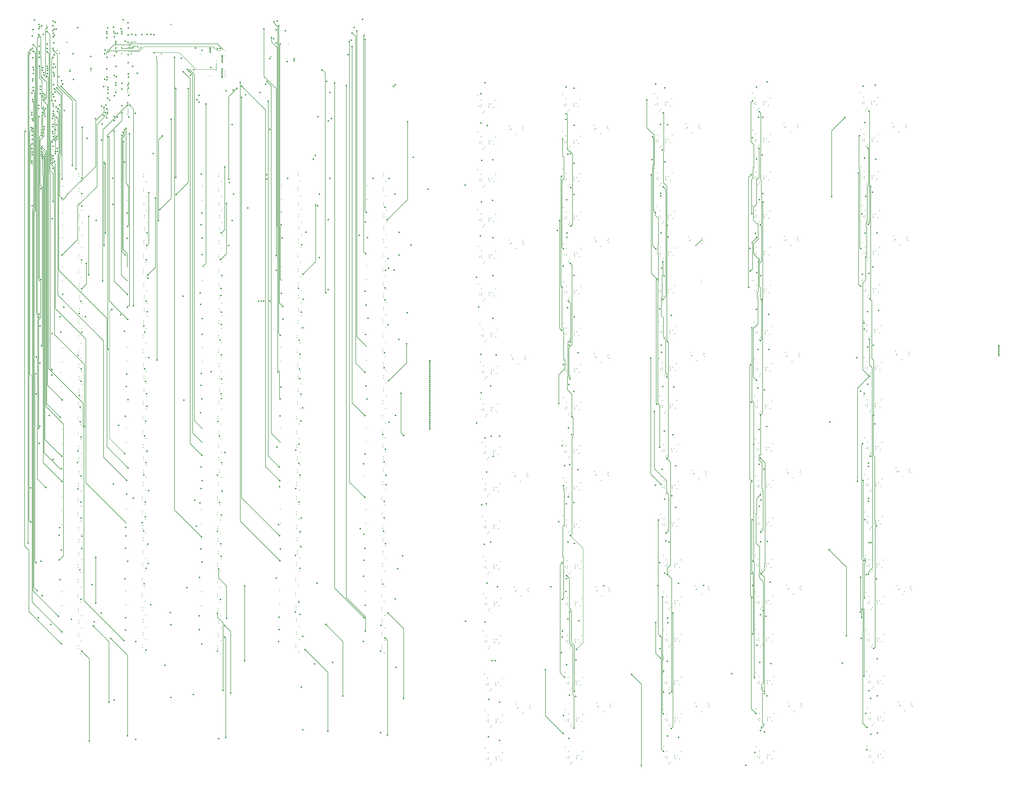
<source format=gbr>
%TF.GenerationSoftware,KiCad,Pcbnew,(6.99.0-3937-g3e53426b6c)*%
%TF.CreationDate,2024-12-16T03:44:04-05:00*%
%TF.ProjectId,AnalogFNN,416e616c-6f67-4464-9e4e-2e6b69636164,rev?*%
%TF.SameCoordinates,Original*%
%TF.FileFunction,Copper,L7,Inr*%
%TF.FilePolarity,Positive*%
%FSLAX46Y46*%
G04 Gerber Fmt 4.6, Leading zero omitted, Abs format (unit mm)*
G04 Created by KiCad (PCBNEW (6.99.0-3937-g3e53426b6c)) date 2024-12-16 03:44:04*
%MOMM*%
%LPD*%
G01*
G04 APERTURE LIST*
%TA.AperFunction,ComponentPad*%
%ADD10R,0.850000X0.850000*%
%TD*%
%TA.AperFunction,ComponentPad*%
%ADD11O,0.850000X0.850000*%
%TD*%
%TA.AperFunction,ViaPad*%
%ADD12C,0.400000*%
%TD*%
%TA.AperFunction,ViaPad*%
%ADD13C,0.800000*%
%TD*%
%TA.AperFunction,ViaPad*%
%ADD14C,0.600000*%
%TD*%
%TA.AperFunction,Conductor*%
%ADD15C,0.250000*%
%TD*%
%TA.AperFunction,Conductor*%
%ADD16C,0.150000*%
%TD*%
%TA.AperFunction,Conductor*%
%ADD17C,0.200000*%
%TD*%
G04 APERTURE END LIST*
D10*
%TO.N,GND*%
%TO.C,SW1*%
X126899999Y-27699999D03*
D11*
%TO.N,Net-(SW1-B)*%
X126899999Y-28699999D03*
%TO.N,+3V3*%
X126899999Y-29699999D03*
%TD*%
D10*
%TO.N,-5V*%
%TO.C,J2*%
X132999999Y-42499999D03*
D11*
%TO.N,GND*%
X132999999Y-41499999D03*
%TO.N,+5V*%
X132999999Y-40499999D03*
%TO.N,GND*%
X132999999Y-39499999D03*
%TO.N,+3V3*%
X132999999Y-38499999D03*
%TD*%
D10*
%TO.N,GND*%
%TO.C,J1*%
X133031399Y-31767999D03*
D11*
%TO.N,/SWCLK*%
X133031399Y-32767999D03*
%TO.N,/SWDIO*%
X133031399Y-33767999D03*
%TO.N,+3V3*%
X133031399Y-34767999D03*
%TD*%
D10*
%TO.N,/L5_OUT1*%
%TO.C,J4*%
X532199999Y-180899999D03*
D11*
%TO.N,/L5_OUT2*%
X532199999Y-181899999D03*
%TO.N,/L5_OUT3*%
X532199999Y-182899999D03*
%TO.N,/L5_OUT4*%
X532199999Y-183899999D03*
%TO.N,/L5_OUT5*%
X532199999Y-184899999D03*
%TO.N,/L5_OUT6*%
X532199999Y-185899999D03*
%TD*%
D10*
%TO.N,/L1_IN1*%
%TO.C,J3*%
X239699999Y-188699999D03*
D11*
%TO.N,/L1_IN2*%
X239699999Y-189699999D03*
%TO.N,/L1_IN3*%
X239699999Y-190699999D03*
%TO.N,/L1_IN4*%
X239699999Y-191699999D03*
%TO.N,/L1_IN5*%
X239699999Y-192699999D03*
%TO.N,/L1_IN6*%
X239699999Y-193699999D03*
%TO.N,/L1_IN7*%
X239699999Y-194699999D03*
%TO.N,/L1_IN8*%
X239699999Y-195699999D03*
%TO.N,/L1_IN9*%
X239699999Y-196699999D03*
%TO.N,/L1_IN10*%
X239699999Y-197699999D03*
%TO.N,/L1_IN11*%
X239699999Y-198699999D03*
%TO.N,/L1_IN12*%
X239699999Y-199699999D03*
%TO.N,/L1_IN13*%
X239699999Y-200699999D03*
%TO.N,/L1_IN14*%
X239699999Y-201699999D03*
%TO.N,/L1_IN15*%
X239699999Y-202699999D03*
%TO.N,/L1_IN16*%
X239699999Y-203699999D03*
%TO.N,/L1_IN17*%
X239699999Y-204699999D03*
%TO.N,/L1_IN18*%
X239699999Y-205699999D03*
%TO.N,/L1_IN19*%
X239699999Y-206699999D03*
%TO.N,/L1_IN20*%
X239699999Y-207699999D03*
%TO.N,/L1_IN21*%
X239699999Y-208699999D03*
%TO.N,/L1_IN22*%
X239699999Y-209699999D03*
%TO.N,/L1_IN23*%
X239699999Y-210699999D03*
%TO.N,/L1_IN24*%
X239699999Y-211699999D03*
%TO.N,/L1_IN25*%
X239699999Y-212699999D03*
%TO.N,/L1_IN26*%
X239699999Y-213699999D03*
%TO.N,/L1_IN27*%
X239699999Y-214699999D03*
%TO.N,/L1_IN28*%
X239699999Y-215699999D03*
%TO.N,/L1_IN29*%
X239699999Y-216699999D03*
%TO.N,/L1_IN30*%
X239699999Y-217699999D03*
%TO.N,/L1_IN31*%
X239699999Y-218699999D03*
%TO.N,/L1_IN32*%
X239699999Y-219699999D03*
%TO.N,/L1_IN33*%
X239699999Y-220699999D03*
%TO.N,/L1_IN34*%
X239699999Y-221699999D03*
%TO.N,/L1_IN35*%
X239699999Y-222699999D03*
%TO.N,/L1_IN36*%
X239699999Y-223699999D03*
%TD*%
D12*
%TO.N,Net-(U3B-+)*%
X280578000Y-67636000D03*
X281094000Y-69686300D03*
%TO.N,Net-(C2-Pad2)*%
X283955000Y-72131800D03*
X287359000Y-69058400D03*
%TO.N,Net-(U7B-+)*%
X280678000Y-126336000D03*
X281194000Y-128386000D03*
%TO.N,Net-(C5-Pad2)*%
X287459000Y-127758000D03*
X284055000Y-130832000D03*
%TO.N,Net-(U11B-+)*%
X282237000Y-187723000D03*
X281722000Y-185672000D03*
%TO.N,Net-(C8-Pad2)*%
X285099000Y-190168000D03*
X288502000Y-187095000D03*
%TO.N,Net-(U15B-+)*%
X283429000Y-248111000D03*
X282913000Y-246061000D03*
%TO.N,Net-(C11-Pad2)*%
X286290000Y-250557000D03*
X289694000Y-247483000D03*
%TO.N,Net-(U19B-+)*%
X283794000Y-307086000D03*
X283278000Y-305036000D03*
%TO.N,Net-(C14-Pad2)*%
X286655000Y-309532000D03*
X290059000Y-306458000D03*
%TO.N,Net-(U23B-+)*%
X284164000Y-365225000D03*
X284679000Y-367275000D03*
%TO.N,Net-(C17-Pad2)*%
X290944000Y-366647000D03*
X287541000Y-369721000D03*
%TO.N,Net-(U27B-+)*%
X324178000Y-67236000D03*
X324694000Y-69286300D03*
%TO.N,Net-(C20-Pad2)*%
X327555000Y-71731800D03*
X330959000Y-68658400D03*
%TO.N,Net-(U31B-+)*%
X324944000Y-127350000D03*
X324429000Y-125300000D03*
%TO.N,Net-(C23-Pad2)*%
X331209000Y-126722000D03*
X327806000Y-129796000D03*
%TO.N,Net-(U36B-+)*%
X324429000Y-184900000D03*
X324944000Y-186950000D03*
%TO.N,Net-(C26-Pad2)*%
X331209000Y-186322000D03*
X327806000Y-189396000D03*
%TO.N,Net-(U40B-+)*%
X324909000Y-247575000D03*
X324394000Y-245525000D03*
%TO.N,Net-(C29-Pad2)*%
X331174000Y-246947000D03*
X327771000Y-250021000D03*
%TO.N,Net-(U44B-+)*%
X325394000Y-306986000D03*
X324878000Y-304936000D03*
%TO.N,Net-(C32-Pad2)*%
X331659000Y-306358000D03*
X328255000Y-309432000D03*
%TO.N,Net-(U48B-+)*%
X325480000Y-364664000D03*
X325995000Y-366714000D03*
%TO.N,Net-(C35-Pad2)*%
X332260000Y-366086000D03*
X328856000Y-369159000D03*
%TO.N,Net-(U51B-+)*%
X371844000Y-68850100D03*
X371329000Y-66799800D03*
%TO.N,Net-(C38-Pad2)*%
X378109000Y-68222200D03*
X374706000Y-71295600D03*
%TO.N,Net-(U55B-+)*%
X372743000Y-124763000D03*
X373259000Y-126813000D03*
%TO.N,Net-(C41-Pad2)*%
X379524000Y-126185000D03*
X376120000Y-129258000D03*
%TO.N,Net-(U59B-+)*%
X374181000Y-186152000D03*
X373666000Y-184102000D03*
%TO.N,Net-(C44-Pad2)*%
X380446000Y-185524000D03*
X377043000Y-188598000D03*
%TO.N,Net-(U63B-+)*%
X374629000Y-244900000D03*
X375144000Y-246950000D03*
%TO.N,Net-(C47-Pad2)*%
X381409000Y-246322000D03*
X378006000Y-249396000D03*
%TO.N,Net-(U67B-+)*%
X376594000Y-306286000D03*
X376078000Y-304236000D03*
%TO.N,Net-(C50-Pad2)*%
X379455000Y-308732000D03*
X382859000Y-305658000D03*
%TO.N,Net-(U71B-+)*%
X376579000Y-366619000D03*
X376064000Y-364569000D03*
%TO.N,Net-(C53-Pad2)*%
X382844000Y-365991000D03*
X379441000Y-369064000D03*
%TO.N,Net-(U75B-+)*%
X422299000Y-68504500D03*
X421783000Y-66454200D03*
%TO.N,Net-(C56-Pad2)*%
X425160000Y-70950000D03*
X428564000Y-67876600D03*
%TO.N,Net-(U79B-+)*%
X421929000Y-124600000D03*
X422444000Y-126650000D03*
%TO.N,Net-(C59-Pad2)*%
X425306000Y-129096000D03*
X428709000Y-126022000D03*
%TO.N,Net-(U83B-+)*%
X422583000Y-184254000D03*
X423099000Y-186305000D03*
%TO.N,Net-(C62-Pad2)*%
X429364000Y-185677000D03*
X425960000Y-188750000D03*
%TO.N,Net-(U87B-+)*%
X423189000Y-244400000D03*
X423704000Y-246450000D03*
%TO.N,Net-(C65-Pad2)*%
X426566000Y-248896000D03*
X429969000Y-245822000D03*
%TO.N,Net-(U91B-+)*%
X423164000Y-304125000D03*
X423679000Y-306175000D03*
%TO.N,Net-(C68-Pad2)*%
X426541000Y-308621000D03*
X429944000Y-305547000D03*
%TO.N,Net-(U95B-+)*%
X424144000Y-366450000D03*
X423629000Y-364400000D03*
%TO.N,Net-(C71-Pad2)*%
X430409000Y-365822000D03*
X427006000Y-368896000D03*
%TO.N,Net-(U99B-+)*%
X477894000Y-68286300D03*
X477378000Y-66236000D03*
%TO.N,Net-(C74-Pad2)*%
X484159000Y-67658400D03*
X480755000Y-70731800D03*
%TO.N,Net-(U103B-+)*%
X478078000Y-124436000D03*
X478594000Y-126486000D03*
%TO.N,Net-(C77-Pad2)*%
X481455000Y-128932000D03*
X484859000Y-125858000D03*
%TO.N,Net-(U107B-+)*%
X479499000Y-185604000D03*
X478983000Y-183553000D03*
%TO.N,Net-(C80-Pad2)*%
X482360000Y-188049000D03*
X485764000Y-184976000D03*
%TO.N,Net-(U111B-+)*%
X480886000Y-245638000D03*
X479881000Y-245752000D03*
X479366000Y-243702000D03*
%TO.N,Net-(C83-Pad2)*%
X486146000Y-245124000D03*
X482743000Y-248198000D03*
%TO.N,Net-(U115B-+)*%
X480495000Y-306314000D03*
X479980000Y-304264000D03*
%TO.N,Net-(U115C--)*%
X483700000Y-307200000D03*
%TO.N,Net-(C86-Pad2)*%
X486760000Y-305686000D03*
X483356000Y-308759000D03*
%TO.N,Net-(U119B-+)*%
X480513000Y-364149000D03*
X481029000Y-366199000D03*
%TO.N,Net-(C89-Pad2)*%
X487294000Y-365571000D03*
X483890000Y-368645000D03*
%TO.N,GND*%
X310573000Y-332476000D03*
X468693000Y-212209000D03*
X315189000Y-393319000D03*
X172150000Y-108250000D03*
X131200000Y-184150000D03*
X356514000Y-109163000D03*
X463073000Y-93776400D03*
X331700000Y-247800000D03*
X361628000Y-293515000D03*
X130730000Y-294350000D03*
X308309000Y-268186000D03*
X266128000Y-56915200D03*
X272479000Y-236455000D03*
X461299000Y-69572400D03*
X308165000Y-229925000D03*
X171230000Y-322750000D03*
X407333000Y-55733400D03*
X92200000Y-225880000D03*
X215750000Y-101050000D03*
X464678000Y-211094000D03*
X487000000Y-304800000D03*
X378300000Y-67400000D03*
X266373000Y-153876000D03*
X363381000Y-193433000D03*
X215650000Y-210450000D03*
X408739000Y-233679000D03*
X405699000Y-89115600D03*
X272993000Y-314367000D03*
X362458000Y-134093000D03*
X92600000Y-245980000D03*
X407549000Y-367736000D03*
X215950000Y-155750000D03*
X464434000Y-367485000D03*
X413194000Y-354794000D03*
X268084000Y-368561000D03*
X309251000Y-349064000D03*
X131025000Y-330145000D03*
X59025000Y-218845000D03*
X130630000Y-260150000D03*
X131130000Y-252550000D03*
X407400000Y-348800000D03*
D13*
X46600000Y-31200000D03*
D12*
X91940000Y-301940000D03*
D13*
X35700000Y-43500000D03*
D12*
X484400000Y-66800000D03*
X264449000Y-110736000D03*
X407109000Y-247736000D03*
X59525000Y-198027000D03*
X412904000Y-253730000D03*
X308349000Y-128636000D03*
X487500000Y-364700000D03*
X361778000Y-312451000D03*
X470223000Y-392804000D03*
X215325000Y-294245000D03*
X309395000Y-387325000D03*
X463895000Y-326925000D03*
X412879000Y-313455000D03*
X59225000Y-233745000D03*
X130000000Y-34100000D03*
X467788000Y-153092000D03*
X288000000Y-128600000D03*
D13*
X65600000Y-38200000D03*
D12*
X290300000Y-305600000D03*
D13*
X73800000Y-22300000D03*
D12*
X59325000Y-191827000D03*
X355244000Y-89461200D03*
X134700000Y-31700000D03*
X59323200Y-323510000D03*
X59525000Y-108545000D03*
X215290000Y-329850000D03*
X131610000Y-114850000D03*
X412874000Y-332780000D03*
X92925000Y-156345000D03*
X172350000Y-121050000D03*
X92340000Y-329640000D03*
X266829000Y-268722000D03*
X314139000Y-153955000D03*
X407079000Y-326786000D03*
X126600000Y-42100000D03*
X408883000Y-271940000D03*
X331900000Y-305500000D03*
X92300000Y-252480000D03*
X92200000Y-218280000D03*
X383400000Y-306500000D03*
X215525000Y-252145000D03*
X430200000Y-245000000D03*
X266228000Y-115615000D03*
X428900000Y-125200000D03*
X355249000Y-70136200D03*
X216150000Y-114550000D03*
D13*
X35600000Y-54100000D03*
D12*
X59125000Y-253045000D03*
X429600000Y-184800000D03*
X266273000Y-95176400D03*
X59225000Y-211127000D03*
X463773000Y-151976000D03*
X92400000Y-233180000D03*
X408888000Y-252615000D03*
X357586000Y-187438000D03*
X406504000Y-187591000D03*
X359999000Y-307572000D03*
X171150000Y-267450000D03*
X363231000Y-174496000D03*
X381000000Y-186400000D03*
D13*
X73800000Y-32400000D03*
D12*
X268463000Y-235340000D03*
X309400000Y-368000000D03*
X215225000Y-260045000D03*
X331500000Y-69500000D03*
X171550000Y-280950000D03*
X131210000Y-93750000D03*
X411644000Y-133930000D03*
D13*
X84700000Y-31000000D03*
D12*
X270244000Y-116730000D03*
X411639000Y-153255000D03*
X462904000Y-186890000D03*
X309878000Y-75451400D03*
X59323200Y-330110000D03*
X361763000Y-372784000D03*
D13*
X73700000Y-63500000D03*
D12*
X265493000Y-170072000D03*
X411498000Y-75784700D03*
X267194000Y-327697000D03*
X92226800Y-274780000D03*
X314588000Y-333592000D03*
X171150000Y-259850000D03*
X310123000Y-152840000D03*
X314139000Y-213555000D03*
X405849000Y-127936000D03*
X363376000Y-212758000D03*
X269858000Y-392765000D03*
X172125000Y-149945000D03*
X59000000Y-260640000D03*
X430200000Y-304700000D03*
X463281000Y-266363000D03*
X486400000Y-244300000D03*
X92725000Y-150145000D03*
X467644000Y-114830000D03*
X408858000Y-331665000D03*
X214990000Y-336350000D03*
X92340000Y-323040000D03*
X171030000Y-316550000D03*
X59525000Y-204627000D03*
X412899000Y-273055000D03*
X92820000Y-204250000D03*
X171730000Y-210850000D03*
X310128000Y-133515000D03*
X461294000Y-88897400D03*
X131030000Y-225950000D03*
X360894000Y-57194100D03*
X463286000Y-247038000D03*
X465529000Y-293543000D03*
X131625000Y-156245000D03*
X215625000Y-287745000D03*
X310428000Y-294215000D03*
X170930000Y-335850000D03*
X92525000Y-142845000D03*
X469076000Y-272358000D03*
X59725000Y-114745000D03*
X308314000Y-248861000D03*
X408278000Y-211795000D03*
X487800000Y-366400000D03*
X267049000Y-289436000D03*
X131410000Y-108650000D03*
X134600000Y-39500000D03*
X272628000Y-255392000D03*
X467093000Y-75566500D03*
X59325000Y-93645000D03*
X215625000Y-232845000D03*
X59425000Y-127845000D03*
X172350000Y-114450000D03*
X464429000Y-386810000D03*
X365793000Y-313567000D03*
X171630000Y-239450000D03*
X313744000Y-57630300D03*
X215550000Y-142250000D03*
X289100000Y-187900000D03*
X171925000Y-142645000D03*
X313994000Y-175294000D03*
X359365000Y-192317000D03*
X408283000Y-192470000D03*
X215750000Y-191150000D03*
X380700000Y-184700000D03*
X92140000Y-316840000D03*
X413339000Y-393055000D03*
X214890000Y-309750000D03*
X215950000Y-162350000D03*
X362453000Y-153418000D03*
X365629000Y-354963000D03*
X172030000Y-197750000D03*
X405844000Y-147261000D03*
X314109000Y-254855000D03*
X272988000Y-333692000D03*
X428800000Y-67000000D03*
X215825000Y-245645000D03*
X361614000Y-353848000D03*
X92925000Y-162945000D03*
D13*
X35300000Y-85900000D03*
D12*
X308200000Y-109700000D03*
D13*
X74100000Y-53400000D03*
D12*
X91940000Y-309540000D03*
D13*
X85000000Y-52000000D03*
D12*
X92126800Y-294080000D03*
X264349000Y-52036200D03*
X130830000Y-275050000D03*
X331400000Y-246100000D03*
X170830000Y-301650000D03*
X215550000Y-183850000D03*
X59650000Y-163050000D03*
X288800000Y-186200000D03*
X430900000Y-366700000D03*
X128600000Y-27700000D03*
X309979000Y-114579000D03*
X92825000Y-108645000D03*
X383100000Y-304800000D03*
X461994000Y-147097000D03*
X380100000Y-127000000D03*
X131430000Y-246050000D03*
X381600000Y-245500000D03*
X131030000Y-218350000D03*
X268973000Y-332576000D03*
X215950000Y-197350000D03*
X172325000Y-156145000D03*
X131030000Y-287850000D03*
X407478000Y-93994600D03*
X412729000Y-294519000D03*
X486300000Y-185800000D03*
X361773000Y-331776000D03*
X93025000Y-114845000D03*
X215750000Y-93450000D03*
X92625000Y-93745000D03*
X59400000Y-288340000D03*
X378600000Y-69100000D03*
X131210000Y-101350000D03*
X407479000Y-113879000D03*
X215290000Y-323250000D03*
X379800000Y-125300000D03*
X412149000Y-174649000D03*
X408133000Y-173533000D03*
X92426800Y-287580000D03*
X268613000Y-254276000D03*
D13*
X46200000Y-84500000D03*
D12*
X406499000Y-206916000D03*
X270393000Y-135667000D03*
X462754000Y-167953000D03*
X171230000Y-225950000D03*
X265638000Y-208334000D03*
X407084000Y-307461000D03*
X468931000Y-234096000D03*
X361758000Y-392109000D03*
X59400000Y-281740000D03*
X130725000Y-336645000D03*
X215950000Y-108350000D03*
X287892000Y-69922000D03*
X430600000Y-365000000D03*
X130630000Y-267750000D03*
X465060000Y-271242000D03*
X171330000Y-252550000D03*
D13*
X35400000Y-74600000D03*
D12*
X268978000Y-313251000D03*
X267199000Y-308372000D03*
X310123000Y-212440000D03*
X215625000Y-281145000D03*
X463778000Y-132651000D03*
X131325000Y-169345000D03*
X266684000Y-230461000D03*
D13*
X46300000Y-73200000D03*
D12*
X465679000Y-312479000D03*
X92620000Y-191450000D03*
X131310000Y-127950000D03*
X311029000Y-353943000D03*
X359984000Y-367905000D03*
X357028000Y-75015200D03*
X130825000Y-317345000D03*
D13*
X309700000Y-307300000D03*
D12*
X171630000Y-176650000D03*
X359216000Y-173381000D03*
X171830000Y-191550000D03*
X215650000Y-168850000D03*
X365779000Y-373899000D03*
X365644000Y-294630000D03*
X360328000Y-253115000D03*
X131225000Y-142745000D03*
X215950000Y-203950000D03*
X215750000Y-149550000D03*
D13*
X54700000Y-39600000D03*
D12*
X411349000Y-56848500D03*
X215550000Y-134650000D03*
X59023200Y-336610000D03*
X362309000Y-115157000D03*
X92600000Y-239380000D03*
X268608000Y-273601000D03*
X331400000Y-125900000D03*
X131200000Y-176550000D03*
X272623000Y-274717000D03*
X171950000Y-93350000D03*
X469545000Y-294658000D03*
X59123200Y-317310000D03*
X356879000Y-56079000D03*
X484700000Y-68500000D03*
X464533000Y-172832000D03*
X358443000Y-132978000D03*
X215425000Y-225545000D03*
X468549000Y-173948000D03*
X130625000Y-302445000D03*
X465674000Y-331804000D03*
X287587000Y-68194800D03*
X470228000Y-373479000D03*
X407623000Y-152140000D03*
X364194000Y-235294000D03*
X309944000Y-234804000D03*
X215550000Y-176250000D03*
X92820000Y-197650000D03*
X131230000Y-233250000D03*
X466213000Y-372364000D03*
X131430000Y-239450000D03*
X360179000Y-234179000D03*
X358400000Y-229300000D03*
X360323000Y-272440000D03*
X331700000Y-127600000D03*
X313959000Y-235919000D03*
X463137000Y-228102000D03*
X308649000Y-289336000D03*
X463078000Y-74451400D03*
X412298000Y-193585000D03*
X58923200Y-310010000D03*
X271437000Y-195003000D03*
X273729000Y-355619000D03*
X309979000Y-174179000D03*
X464916000Y-232981000D03*
X291500000Y-367500000D03*
D13*
X35400000Y-64100000D03*
D12*
X59125000Y-176927000D03*
X407628000Y-132815000D03*
X290200000Y-248300000D03*
X381900000Y-247200000D03*
X265643000Y-189009000D03*
X466944000Y-56630300D03*
X469081000Y-253033000D03*
D13*
X84800000Y-41000000D03*
D12*
X269863000Y-373440000D03*
X315045000Y-355058000D03*
X264599000Y-129672000D03*
X310128000Y-193115000D03*
X267421000Y-193888000D03*
X92420000Y-184150000D03*
X358293000Y-114042000D03*
X464284000Y-348549000D03*
X92026800Y-259880000D03*
X462928000Y-55515200D03*
X271432000Y-214328000D03*
X93025000Y-121445000D03*
X170830000Y-309250000D03*
X267416000Y-213213000D03*
X461149000Y-50636200D03*
X332200000Y-307200000D03*
X59325000Y-101245000D03*
X470079000Y-354543000D03*
X308344000Y-147961000D03*
D13*
X307855700Y-327600000D03*
D12*
X171350000Y-274750000D03*
X313888000Y-95891500D03*
X267935000Y-349625000D03*
X361044000Y-76130300D03*
X172025000Y-169245000D03*
X171230000Y-329350000D03*
X408863000Y-312340000D03*
X331200000Y-67800000D03*
X364344000Y-254230000D03*
X273879000Y-374555000D03*
X59725000Y-121345000D03*
X408714000Y-293404000D03*
X59100000Y-294840000D03*
X92026800Y-267480000D03*
X413344000Y-373730000D03*
X311174000Y-392204000D03*
X466208000Y-391689000D03*
X405554000Y-50854400D03*
X409179000Y-353679000D03*
X359994000Y-326897000D03*
X314144000Y-134630000D03*
X270388000Y-154992000D03*
X59350000Y-169550000D03*
X379384000Y-147589000D03*
X59250000Y-142950000D03*
X59425000Y-246545000D03*
X429900000Y-186500000D03*
X331800000Y-187200000D03*
X314593000Y-314267000D03*
X429100000Y-68700000D03*
X92625000Y-101345000D03*
X308200000Y-169300000D03*
X215090000Y-317050000D03*
X314104000Y-274180000D03*
X289900000Y-246600000D03*
X171630000Y-184250000D03*
X308094000Y-89897400D03*
X462899000Y-206215000D03*
X59025000Y-226445000D03*
X268079000Y-387886000D03*
X131025000Y-323545000D03*
X59125000Y-184527000D03*
X59450000Y-150250000D03*
X268828000Y-294315000D03*
X131600000Y-204250000D03*
X271288000Y-176067000D03*
X364339000Y-273555000D03*
X171250000Y-294050000D03*
X406935000Y-288525000D03*
X291200000Y-365800000D03*
D13*
X46500000Y-52700000D03*
D12*
X215225000Y-267645000D03*
X92420000Y-176550000D03*
X131425000Y-150045000D03*
X359360000Y-211642000D03*
X379389000Y-128264000D03*
X270293000Y-76966500D03*
X264494000Y-90297400D03*
X467793000Y-133767000D03*
X131400000Y-191450000D03*
X485400000Y-126700000D03*
X215425000Y-274945000D03*
X466063000Y-353428000D03*
X409328000Y-372615000D03*
X358438000Y-152303000D03*
X356664000Y-128099000D03*
X355100000Y-51200000D03*
X269714000Y-354504000D03*
X411494000Y-114994000D03*
X266834000Y-249397000D03*
X266278000Y-75851400D03*
X92525000Y-135245000D03*
X365774000Y-393224000D03*
X487300000Y-306500000D03*
X461849000Y-108836000D03*
X131225000Y-135145000D03*
X407104000Y-267061000D03*
X215825000Y-239045000D03*
X310578000Y-313151000D03*
X412293000Y-212910000D03*
X383100000Y-365100000D03*
X59650000Y-156450000D03*
X313994000Y-115694000D03*
X309728000Y-56515200D03*
X290600000Y-307300000D03*
X216150000Y-121150000D03*
X307949000Y-51636200D03*
X405700000Y-109000000D03*
X430500000Y-306400000D03*
X273874000Y-393880000D03*
X469689000Y-332919000D03*
X131625000Y-162845000D03*
X172325000Y-162745000D03*
X131600000Y-197650000D03*
X313893000Y-76566500D03*
X331500000Y-185500000D03*
X429200000Y-126900000D03*
D13*
X35400000Y-21400000D03*
D12*
X356659000Y-147424000D03*
D13*
X84700000Y-20900000D03*
D12*
X358549000Y-248236000D03*
X272844000Y-295430000D03*
X311179000Y-372879000D03*
X468698000Y-192884000D03*
X310088000Y-273065000D03*
X407544000Y-387061000D03*
X463900000Y-307600000D03*
X310093000Y-253740000D03*
X409323000Y-391940000D03*
X287700000Y-126900000D03*
X464683000Y-191769000D03*
D13*
X46600000Y-42100000D03*
D12*
X467088000Y-94891500D03*
X171925000Y-135045000D03*
X58923200Y-302410000D03*
X130625000Y-310045000D03*
X172030000Y-204350000D03*
X215425000Y-217945000D03*
X171950000Y-100950000D03*
X131610000Y-121450000D03*
X463751000Y-288664000D03*
X59425000Y-239945000D03*
X264594000Y-148997000D03*
X267272000Y-174951000D03*
X214890000Y-302150000D03*
X411493000Y-95109700D03*
X314444000Y-295330000D03*
X469694000Y-313594000D03*
X314144000Y-194230000D03*
X359979000Y-387230000D03*
X407483000Y-74669600D03*
X332800000Y-366900000D03*
X357437000Y-168502000D03*
X270144000Y-58030300D03*
D13*
X46300000Y-62700000D03*
D12*
X357023000Y-94340200D03*
X134600000Y-41500000D03*
X359849000Y-288636000D03*
X309873000Y-94776400D03*
X92625000Y-169445000D03*
X59250000Y-135350000D03*
X406354000Y-168654000D03*
X171550000Y-287550000D03*
X266378000Y-134551000D03*
X84600000Y-62100000D03*
X486000000Y-184100000D03*
X463628000Y-113715000D03*
X122100000Y-30700000D03*
X92426800Y-280980000D03*
X405704000Y-69790600D03*
X75200000Y-42900000D03*
X357581000Y-206763000D03*
X486700000Y-246000000D03*
X308349000Y-188236000D03*
X358544000Y-267561000D03*
X361039000Y-95455300D03*
X308344000Y-207561000D03*
X131300000Y-210750000D03*
X430500000Y-246700000D03*
X270288000Y-96291500D03*
X171630000Y-246050000D03*
X485100000Y-125000000D03*
X365788000Y-332892000D03*
X308099000Y-70572400D03*
X131030000Y-281250000D03*
X461999000Y-127772000D03*
X359835000Y-348969000D03*
X465065000Y-251917000D03*
X59000000Y-268240000D03*
X264499000Y-70972400D03*
X59200000Y-275540000D03*
X92725000Y-127945000D03*
X332500000Y-365200000D03*
X92520000Y-210750000D03*
X172050000Y-127550000D03*
X171430000Y-233250000D03*
X412754000Y-234794000D03*
D13*
X46300000Y-20000000D03*
D12*
X383400000Y-366800000D03*
X215850000Y-127650000D03*
X117500000Y-37400000D03*
D13*
X35700000Y-32600000D03*
D12*
X406960000Y-228800000D03*
X315194000Y-373994000D03*
X92040000Y-336140000D03*
X171230000Y-218350000D03*
D13*
%TO.N,/Neuron6_1/IN1*%
X306441100Y-116352700D03*
X307831500Y-232188300D03*
X308885400Y-351356200D03*
X307549500Y-172915900D03*
X307752100Y-292436000D03*
%TO.N,/Neuron6_1/IN2*%
X309073900Y-242511000D03*
X312042600Y-178940500D03*
X309998400Y-299092000D03*
X312173400Y-119246500D03*
X309766500Y-61392000D03*
X313985000Y-358642500D03*
%TO.N,/Neuron6_1/IN3*%
X307828400Y-311372000D03*
X308400000Y-371100000D03*
X308005100Y-74491400D03*
X308440200Y-252799300D03*
X308429400Y-130894500D03*
X308429000Y-190529700D03*
%TO.N,/Neuron6_1/IN4*%
X311900000Y-82000000D03*
X311749000Y-197779600D03*
X311600300Y-317887900D03*
X310906000Y-258617000D03*
X313828400Y-377539900D03*
X311991700Y-138407600D03*
X305300000Y-121500000D03*
%TO.N,/Neuron6_1/IN5*%
X306011800Y-210594000D03*
X307400000Y-338800000D03*
X307794000Y-330697000D03*
X306011800Y-271286000D03*
X307621700Y-150640400D03*
X307497000Y-93546300D03*
%TO.N,/Neuron6_1/IN6*%
X312695800Y-217237400D03*
X311991700Y-278458000D03*
X315100000Y-337100000D03*
X312100000Y-99421900D03*
X310936000Y-157717000D03*
%TO.N,/Neuron6_1/OUT*%
X357839200Y-292430000D03*
X351249000Y-54300000D03*
X357837600Y-233007300D03*
X355605800Y-112263000D03*
X359906900Y-348138900D03*
%TO.N,/Neuron6_10/IN2*%
X361587900Y-238866300D03*
X359717900Y-61008500D03*
X364000200Y-358864300D03*
X361705900Y-298392000D03*
X361809900Y-118932000D03*
X361824200Y-178658000D03*
%TO.N,/Neuron6_10/IN3*%
X359681800Y-370196800D03*
X359349000Y-310137300D03*
X354249000Y-73236200D03*
X358629400Y-252153800D03*
X353270500Y-187222500D03*
X355903000Y-130976500D03*
%TO.N,/Neuron6_10/IN4*%
X363817500Y-377779100D03*
X359200000Y-80000000D03*
X364153500Y-258000000D03*
X364738200Y-318329500D03*
X355750100Y-252602600D03*
X361536200Y-196991500D03*
X359457600Y-137707000D03*
%TO.N,/Neuron6_10/IN5*%
X356930400Y-304292000D03*
X359760800Y-389522500D03*
X358398400Y-330354000D03*
X329187100Y-304292000D03*
X356324500Y-210959000D03*
X357276800Y-270474000D03*
X356560300Y-146601200D03*
X353516200Y-92830000D03*
%TO.N,/Neuron6_10/IN6*%
X355159300Y-214586000D03*
X359722900Y-98993100D03*
X348475200Y-396826100D03*
X358035000Y-336653000D03*
X359435400Y-157060400D03*
X361136000Y-277317000D03*
X343485300Y-349914700D03*
%TO.N,/Neuron6_13/IN1*%
X405240000Y-112821100D03*
X406624200Y-351584200D03*
X405936200Y-291626200D03*
X405277400Y-171589300D03*
X406205200Y-231605200D03*
X405634400Y-54793400D03*
%TO.N,/Neuron6_13/IN2*%
X409935200Y-298157900D03*
X409663400Y-238668000D03*
X409547400Y-178195500D03*
X409184400Y-60391900D03*
X411611100Y-358556000D03*
X409673400Y-118531000D03*
%TO.N,/Neuron6_13/IN3*%
X405245100Y-310394000D03*
X404244300Y-130754000D03*
X404546600Y-190634000D03*
X405498600Y-73736800D03*
X407385600Y-370028800D03*
X405245100Y-250514000D03*
%TO.N,/Neuron6_10/OUT*%
X411073100Y-316991000D03*
X407670100Y-198618000D03*
X409663400Y-257492000D03*
X410141000Y-377492000D03*
X409000000Y-79315100D03*
X408808100Y-137538400D03*
%TO.N,/Neuron6_11/OUT*%
X405047900Y-92756500D03*
X405694100Y-329151100D03*
X380426000Y-304172000D03*
X405451500Y-270395700D03*
X403683500Y-150714000D03*
X404916300Y-209836000D03*
X406779900Y-390046900D03*
X405658800Y-304172000D03*
%TO.N,/Neuron6_12/OUT*%
X410533000Y-156924200D03*
X409757800Y-216459200D03*
X407900000Y-335000000D03*
X409708000Y-276805000D03*
X402125300Y-396657100D03*
X411020500Y-106889900D03*
X394948200Y-349551800D03*
%TO.N,/Neuron6_13/OUT*%
X463084633Y-172193672D03*
X463060800Y-291259200D03*
X461800000Y-113000000D03*
X462140200Y-231202000D03*
X462947900Y-350772900D03*
X462955500Y-169100000D03*
%TO.N,/Neuron6_14/OUT*%
X465754100Y-177570800D03*
X465046500Y-118376700D03*
X465475800Y-358305000D03*
X465165700Y-298420000D03*
X466137200Y-237716500D03*
X465475800Y-60168900D03*
%TO.N,/Neuron6_15/OUT*%
X463119300Y-310571800D03*
X459201000Y-186936900D03*
X463859700Y-370010200D03*
X461186000Y-130872000D03*
X462373900Y-250138000D03*
X460537000Y-72780300D03*
%TO.N,/Neuron6_16/OUT*%
X462007400Y-316382000D03*
X459495900Y-250514000D03*
X464449500Y-377229000D03*
X465716700Y-196514100D03*
X464860400Y-79122000D03*
X463798200Y-135292400D03*
%TO.N,/Neuron6_17/OUT*%
X461168000Y-150197000D03*
X460007100Y-91997400D03*
X462990400Y-205378500D03*
X444900400Y-285799600D03*
X453845000Y-330025000D03*
X463361400Y-270277400D03*
X461493600Y-331400000D03*
X464400000Y-388600000D03*
%TO.N,/Neuron6_18/OUT*%
X466279100Y-98907200D03*
X467843400Y-216582000D03*
X467800000Y-336600000D03*
X465876300Y-156628100D03*
X469300000Y-273400000D03*
D12*
%TO.N,-5V*%
X470076000Y-353834000D03*
X412752000Y-234085000D03*
X271435000Y-194294000D03*
X272841000Y-294722000D03*
X315043000Y-354349000D03*
X412727000Y-293810000D03*
X271430000Y-213619000D03*
X360892000Y-56485400D03*
X314141000Y-193522000D03*
X364341000Y-253522000D03*
X314106000Y-254147000D03*
X313886000Y-95182800D03*
X413336000Y-392347000D03*
X413341000Y-373022000D03*
X411491000Y-94401000D03*
X468546000Y-173239000D03*
X272476000Y-235747000D03*
X466941000Y-55921600D03*
X315192000Y-373285000D03*
X363229000Y-173788000D03*
X270386000Y-154283000D03*
X469687000Y-332210000D03*
X467786000Y-152383000D03*
X273727000Y-354910000D03*
X470226000Y-372771000D03*
X134600000Y-42500000D03*
X412871000Y-332072000D03*
X362451000Y-152709000D03*
X273871000Y-393172000D03*
X363378000Y-192724000D03*
X365791000Y-312858000D03*
X365641000Y-293922000D03*
X314591000Y-313558000D03*
X411641000Y-133222000D03*
X314141000Y-133922000D03*
X412296000Y-192876000D03*
X412901000Y-253022000D03*
X469543000Y-293949000D03*
X361036000Y-94746600D03*
X468929000Y-233388000D03*
X314136000Y-153247000D03*
X412876000Y-312747000D03*
X313741000Y-56921600D03*
X413192000Y-354085000D03*
X314101000Y-273472000D03*
X313957000Y-235210000D03*
X467791000Y-133058000D03*
X270291000Y-76257800D03*
X362306000Y-114448000D03*
X271285000Y-175358000D03*
X365627000Y-354254000D03*
X314441000Y-294622000D03*
X469073000Y-271649000D03*
X313992000Y-174585000D03*
X270241000Y-116022000D03*
X470221000Y-392096000D03*
X469078000Y-252324000D03*
X314586000Y-332883000D03*
X270286000Y-95582800D03*
X313992000Y-114985000D03*
X272626000Y-254683000D03*
X469692000Y-312885000D03*
X467641000Y-114122000D03*
X364336000Y-272847000D03*
X272986000Y-332983000D03*
X412146000Y-173940000D03*
X361041000Y-75421600D03*
X365786000Y-332183000D03*
X362456000Y-133384000D03*
X364192000Y-234585000D03*
X273876000Y-373847000D03*
X467091000Y-74857800D03*
X411346000Y-56139800D03*
X467086000Y-94182800D03*
X412896000Y-272347000D03*
X411636000Y-152547000D03*
X468691000Y-211500000D03*
X314136000Y-212847000D03*
X315187000Y-392610000D03*
X412291000Y-212201000D03*
X272991000Y-313658000D03*
X272621000Y-274008000D03*
X270141000Y-57321600D03*
X411496000Y-75076000D03*
X270391000Y-134958000D03*
X313891000Y-75857800D03*
X365771000Y-392516000D03*
X363373000Y-212049000D03*
X411492000Y-114285000D03*
X468696000Y-192175000D03*
X365776000Y-373190000D03*
%TO.N,+5V*%
X60400000Y-270940000D03*
X374604000Y-185728000D03*
X92200000Y-224680000D03*
X171950000Y-99750000D03*
X132900000Y-242100000D03*
X93800000Y-290100000D03*
X61100000Y-159100000D03*
X61125000Y-117445000D03*
X93440000Y-338740000D03*
X93800000Y-332200000D03*
X59100000Y-293540000D03*
X359358000Y-272923000D03*
X132500000Y-283900000D03*
X94500000Y-117500000D03*
X407312000Y-212277000D03*
X93340000Y-304640000D03*
X216900000Y-277400000D03*
X60525000Y-187227000D03*
X171330000Y-251250000D03*
X406663000Y-133298000D03*
X481452000Y-365774000D03*
X359214000Y-234662000D03*
X60800000Y-194300000D03*
X217050000Y-171450000D03*
X92625000Y-92545000D03*
X131030000Y-286650000D03*
X310209000Y-392687000D03*
D13*
X46400000Y-46400000D03*
D12*
X215525000Y-250845000D03*
X216700000Y-325900000D03*
X422867000Y-126225000D03*
X462663000Y-114198000D03*
X131625000Y-155045000D03*
X132800000Y-248600000D03*
X132500000Y-326200000D03*
X60700000Y-278000000D03*
X173325000Y-145345000D03*
X132710000Y-130550000D03*
X173800000Y-123700000D03*
X217400000Y-110900000D03*
X215625000Y-286545000D03*
X131030000Y-224750000D03*
X59650000Y-155250000D03*
X59200000Y-274240000D03*
X356058000Y-94822800D03*
X94398100Y-158993000D03*
X284217000Y-306662000D03*
X171730000Y-209550000D03*
X215425000Y-216745000D03*
X60800000Y-326200000D03*
X360807000Y-332259000D03*
X173000000Y-290100000D03*
X92820000Y-196450000D03*
X215550000Y-141050000D03*
X216925000Y-254745000D03*
X215625000Y-231545000D03*
X480304000Y-245328000D03*
X171230000Y-328150000D03*
X215750000Y-189850000D03*
X424567000Y-366025000D03*
X464709000Y-332287000D03*
X171230000Y-224750000D03*
X172900000Y-235700000D03*
X171230000Y-321550000D03*
X58923200Y-308810000D03*
X172550000Y-270150000D03*
X268893000Y-393248000D03*
X173300000Y-194000000D03*
X60825000Y-130445000D03*
X92426800Y-279780000D03*
X59350000Y-168250000D03*
X216950000Y-178950000D03*
X61000000Y-200700000D03*
X360812000Y-312934000D03*
X171150000Y-258650000D03*
X173000000Y-283600000D03*
X479017000Y-126062000D03*
X130625000Y-301245000D03*
X59123200Y-316010000D03*
X170930000Y-334550000D03*
X58923200Y-301210000D03*
X377017000Y-305862000D03*
X59323200Y-328910000D03*
X407898000Y-312823000D03*
X132725000Y-171945000D03*
X92420000Y-175350000D03*
X217000000Y-283800000D03*
X217300000Y-164900000D03*
X215290000Y-328650000D03*
X60400000Y-263340000D03*
X131225000Y-141545000D03*
X215825000Y-237845000D03*
X173130000Y-213450000D03*
X92426800Y-286380000D03*
X355914000Y-56561600D03*
X217300000Y-248200000D03*
X309163000Y-193598000D03*
X267647000Y-254759000D03*
X92525000Y-134045000D03*
X131600000Y-196450000D03*
X217050000Y-213050000D03*
X132300000Y-319800000D03*
X359363000Y-253598000D03*
X131610000Y-113650000D03*
X94000000Y-248500000D03*
X61125000Y-123945000D03*
X131025000Y-328945000D03*
X406658000Y-152623000D03*
X132430000Y-228650000D03*
X59325000Y-92445000D03*
X172325000Y-154945000D03*
X465247000Y-372847000D03*
X465242000Y-392172000D03*
X92625000Y-168145000D03*
X133000000Y-206800000D03*
X173325000Y-137745000D03*
X94300000Y-111100000D03*
X173700000Y-152400000D03*
X171150000Y-266250000D03*
X60650000Y-138050000D03*
X171630000Y-244850000D03*
D13*
X46500000Y-24900000D03*
D12*
X92925000Y-155145000D03*
D13*
X46100000Y-78200000D03*
D12*
X60323200Y-312710000D03*
X92525000Y-141645000D03*
X172630000Y-228650000D03*
X94100000Y-242000000D03*
X217400000Y-206500000D03*
X171350000Y-273450000D03*
X132025000Y-305145000D03*
X357328000Y-114524000D03*
X130625000Y-308845000D03*
X215225000Y-266445000D03*
X172325000Y-161545000D03*
X266456000Y-194370000D03*
X93925000Y-137945000D03*
X94100000Y-193900000D03*
X217150000Y-96150000D03*
X59225000Y-209827000D03*
X60423200Y-339210000D03*
X172030000Y-196550000D03*
X59023200Y-335310000D03*
X132030000Y-262850000D03*
X93820000Y-186850000D03*
X309163000Y-133998000D03*
X406514000Y-114362000D03*
X93800000Y-325700000D03*
X172650000Y-296650000D03*
X131610000Y-120250000D03*
X59725000Y-120145000D03*
X94300000Y-200300000D03*
X92925000Y-161745000D03*
X309158000Y-212923000D03*
X308912000Y-75934000D03*
X132125000Y-339245000D03*
X424127000Y-246025000D03*
X462107000Y-94259000D03*
X132800000Y-193900000D03*
X133000000Y-165400000D03*
X94500000Y-124000000D03*
X91940000Y-300740000D03*
X60925000Y-111045000D03*
X92820000Y-203050000D03*
X131300000Y-209450000D03*
X93340000Y-312240000D03*
X171630000Y-175450000D03*
X215750000Y-92250000D03*
X132300000Y-277500000D03*
X217150000Y-103750000D03*
X308763000Y-56997800D03*
X132500000Y-332700000D03*
X309128000Y-254223000D03*
X60500000Y-297440000D03*
D13*
X84500000Y-55800000D03*
D12*
X424102000Y-305750000D03*
X131230000Y-231950000D03*
X132900000Y-152500000D03*
X59000000Y-259440000D03*
X358251000Y-173864000D03*
X93600000Y-220980000D03*
X463951000Y-233464000D03*
X173800000Y-165300000D03*
X60725000Y-103945000D03*
X215850000Y-126350000D03*
X130825000Y-316045000D03*
X215225000Y-258845000D03*
X478317000Y-67861600D03*
X358400000Y-192800000D03*
X92140000Y-315540000D03*
X356063000Y-75497800D03*
X132600000Y-179250000D03*
X92725000Y-148845000D03*
X214890000Y-308550000D03*
X93700000Y-255080000D03*
X172150000Y-106950000D03*
X94025000Y-96445000D03*
X215825000Y-244445000D03*
X60900000Y-152700000D03*
X131210000Y-92550000D03*
X92026800Y-266280000D03*
X215950000Y-107050000D03*
X358395000Y-212125000D03*
X325332000Y-247150000D03*
X60425000Y-229145000D03*
X171950000Y-92150000D03*
X130730000Y-293050000D03*
D13*
X84900000Y-45700000D03*
D12*
X216950000Y-137350000D03*
X360663000Y-293998000D03*
X215325000Y-292945000D03*
X132700000Y-213350000D03*
X461963000Y-55997800D03*
X479922000Y-185179000D03*
X60525000Y-255645000D03*
X92300000Y-251180000D03*
X407923000Y-253098000D03*
X131200000Y-175350000D03*
X216825000Y-220645000D03*
X173030000Y-186950000D03*
X130830000Y-273750000D03*
X406368000Y-56216000D03*
X92200000Y-217080000D03*
X131030000Y-280050000D03*
X215425000Y-224345000D03*
X132130000Y-296950000D03*
X59323200Y-322310000D03*
X93800000Y-277200000D03*
X407168000Y-174016000D03*
D13*
X84600000Y-14600000D03*
D12*
X60625000Y-213727000D03*
X377002000Y-366194000D03*
X170830000Y-308050000D03*
X131410000Y-107350000D03*
X281517000Y-69261600D03*
X59325000Y-190527000D03*
X267863000Y-294798000D03*
X173700000Y-110700000D03*
X93920000Y-213350000D03*
X326418000Y-366289000D03*
X265407000Y-154359000D03*
X132610000Y-96450000D03*
X133000000Y-117500000D03*
X92600000Y-244780000D03*
X173030000Y-179350000D03*
X59250000Y-141750000D03*
X92520000Y-209450000D03*
X59325000Y-100045000D03*
D13*
X65500000Y-31900000D03*
D12*
X325367000Y-186525000D03*
X59525000Y-203427000D03*
X94400000Y-165500000D03*
X215290000Y-322050000D03*
X215550000Y-182650000D03*
X131030000Y-217150000D03*
X360793000Y-392592000D03*
X215950000Y-196150000D03*
X173000000Y-242200000D03*
X93025000Y-113645000D03*
X91940000Y-308340000D03*
D13*
X84700000Y-35200000D03*
D12*
X172600000Y-325400000D03*
X215950000Y-154550000D03*
X325117000Y-68861600D03*
X92620000Y-190150000D03*
X172330000Y-338450000D03*
X92126800Y-292780000D03*
X132500000Y-290400000D03*
D13*
X84600000Y-24700000D03*
D12*
X172125000Y-148645000D03*
X266307000Y-175434000D03*
X59400000Y-280540000D03*
X375567000Y-246525000D03*
X93700000Y-319300000D03*
X357477000Y-133461000D03*
X216950000Y-186550000D03*
X131025000Y-322345000D03*
X92600000Y-238180000D03*
X133100000Y-124000000D03*
X462812000Y-133134000D03*
X309014000Y-174662000D03*
X92040000Y-334840000D03*
D13*
X173000000Y-319046700D03*
D12*
X172025000Y-167945000D03*
X214990000Y-335050000D03*
X464100000Y-252400000D03*
X408363000Y-373098000D03*
D13*
X46200000Y-66900000D03*
D12*
X172230000Y-311950000D03*
X282660000Y-187298000D03*
X172630000Y-221050000D03*
X408214000Y-354162000D03*
X173350000Y-103650000D03*
X309607000Y-332959000D03*
X408358000Y-392423000D03*
X131430000Y-244850000D03*
D13*
X46500000Y-35800000D03*
D12*
X265163000Y-57397800D03*
X215425000Y-273645000D03*
X60800000Y-249100000D03*
X92226800Y-273480000D03*
X94200000Y-206800000D03*
X171830000Y-190250000D03*
X407918000Y-272423000D03*
X59025000Y-225245000D03*
X93426800Y-270180000D03*
X310214000Y-373362000D03*
X172050000Y-126250000D03*
X171630000Y-238250000D03*
X132025000Y-312745000D03*
X325367000Y-126925000D03*
X216625000Y-270345000D03*
X61200000Y-165600000D03*
X216700000Y-332400000D03*
X360798000Y-373267000D03*
X92400000Y-231880000D03*
X60425000Y-221545000D03*
X309014000Y-115062000D03*
X60900000Y-207200000D03*
X171430000Y-231950000D03*
X133000000Y-158900000D03*
X265312000Y-76334000D03*
X132530000Y-255150000D03*
X60725000Y-96345000D03*
X93426800Y-262580000D03*
X93820000Y-179250000D03*
X216290000Y-304850000D03*
X60700000Y-332700000D03*
X60525000Y-179627000D03*
X217500000Y-123700000D03*
X172350000Y-113250000D03*
X171550000Y-286350000D03*
X217200000Y-193600000D03*
X216600000Y-319500000D03*
X171630000Y-183050000D03*
X464714000Y-312962000D03*
X173500000Y-206900000D03*
X268749000Y-354987000D03*
X59025000Y-217645000D03*
X281617000Y-127962000D03*
X131325000Y-168045000D03*
X216150000Y-119950000D03*
X217400000Y-200000000D03*
X59450000Y-148950000D03*
X171250000Y-292750000D03*
X215550000Y-175050000D03*
X215950000Y-161150000D03*
X215950000Y-202750000D03*
X214890000Y-300950000D03*
X92340000Y-321840000D03*
X407317000Y-192952000D03*
X172800000Y-277200000D03*
X92026800Y-258680000D03*
X216150000Y-113350000D03*
X132700000Y-235800000D03*
X92625000Y-100145000D03*
X173450000Y-130150000D03*
X171925000Y-141445000D03*
X59000000Y-267040000D03*
X132600000Y-186850000D03*
X93900000Y-283600000D03*
X268898000Y-373923000D03*
X60650000Y-145650000D03*
X131130000Y-251250000D03*
X171925000Y-133845000D03*
X422722000Y-68079800D03*
X283852000Y-247687000D03*
X216825000Y-228245000D03*
D13*
X46200000Y-13700000D03*
D12*
X132430000Y-221050000D03*
X215650000Y-167550000D03*
X59425000Y-238745000D03*
X93925000Y-145545000D03*
X132610000Y-104050000D03*
X285102000Y-366850000D03*
X406517000Y-75152200D03*
X130630000Y-266550000D03*
X59425000Y-245345000D03*
X59250000Y-134150000D03*
X172700000Y-331900000D03*
X372267000Y-68425400D03*
X265412000Y-135034000D03*
X131310000Y-126650000D03*
X407893000Y-332148000D03*
X463568000Y-173315000D03*
X309612000Y-313634000D03*
X173000000Y-248700000D03*
X59400000Y-287140000D03*
X172030000Y-203150000D03*
X309123000Y-273548000D03*
X131430000Y-238250000D03*
X423522000Y-185880000D03*
X216390000Y-338950000D03*
X265263000Y-116098000D03*
X131400000Y-190150000D03*
X308979000Y-235287000D03*
X267498000Y-235823000D03*
X310064000Y-354425000D03*
X325817000Y-306562000D03*
X217300000Y-241700000D03*
X268012000Y-313734000D03*
X357472000Y-152786000D03*
X373682000Y-126388000D03*
X463712000Y-211576000D03*
X407749000Y-293887000D03*
X216950000Y-144950000D03*
X216625000Y-262745000D03*
X59125000Y-175727000D03*
X94025000Y-104045000D03*
X92825000Y-107345000D03*
X60800000Y-242600000D03*
X464095000Y-271725000D03*
X215090000Y-315750000D03*
X60323200Y-305110000D03*
X173350000Y-96050000D03*
X60800000Y-290900000D03*
X60800000Y-284400000D03*
X134596000Y-40496100D03*
X131425000Y-148745000D03*
X59525000Y-196827000D03*
X172730000Y-255150000D03*
X465098000Y-353911000D03*
X132625000Y-137845000D03*
X406512000Y-94477200D03*
X172230000Y-304350000D03*
X132625000Y-145445000D03*
X463717000Y-192251000D03*
X131600000Y-203050000D03*
X131225000Y-133945000D03*
X464564000Y-294025000D03*
X215550000Y-133450000D03*
X215650000Y-209150000D03*
X130725000Y-335345000D03*
X217600000Y-117200000D03*
X171230000Y-217150000D03*
X462112000Y-74934000D03*
X130630000Y-258950000D03*
X462807000Y-152459000D03*
X173425000Y-171845000D03*
X265307000Y-95659000D03*
X407774000Y-234162000D03*
X59425000Y-126545000D03*
X171030000Y-315250000D03*
X216290000Y-312450000D03*
X268007000Y-333059000D03*
X173800000Y-158800000D03*
X60700000Y-236200000D03*
X173800000Y-117200000D03*
X266451000Y-213695000D03*
X131200000Y-182950000D03*
X309463000Y-294698000D03*
X217000000Y-235400000D03*
X59725000Y-113545000D03*
X132030000Y-270450000D03*
X59125000Y-183327000D03*
X93900000Y-235600000D03*
X217300000Y-158400000D03*
X173600000Y-200400000D03*
X59525000Y-107245000D03*
D13*
X46200000Y-56400000D03*
D12*
X172350000Y-119850000D03*
X170830000Y-300450000D03*
X60600000Y-319800000D03*
X92340000Y-328440000D03*
X215625000Y-279945000D03*
X59125000Y-251745000D03*
X132800000Y-111200000D03*
X217250000Y-130250000D03*
X94200000Y-152600000D03*
X59225000Y-232445000D03*
X59650000Y-161850000D03*
X60750000Y-172150000D03*
X217200000Y-152000000D03*
X267642000Y-274084000D03*
X172550000Y-262550000D03*
X309158000Y-153323000D03*
X215750000Y-99850000D03*
X480918000Y-305889000D03*
X92420000Y-182950000D03*
X94025000Y-172045000D03*
X308907000Y-95259000D03*
X217100000Y-290300000D03*
X92725000Y-126645000D03*
X215750000Y-148250000D03*
X93526800Y-296680000D03*
X93025000Y-120245000D03*
X133000000Y-200300000D03*
X216725000Y-296845000D03*
X94125000Y-130545000D03*
X171550000Y-279750000D03*
X93600000Y-228580000D03*
X131625000Y-161645000D03*
X360649000Y-354330000D03*
X131210000Y-100150000D03*
%TO.N,Net-(Q1A-S1)*%
X266199000Y-76783500D03*
X266099000Y-73272400D03*
%TO.N,Net-(Q1B-G2)*%
X267899000Y-78872400D03*
X273499000Y-73372400D03*
%TO.N,Net-(Q2A-S1)*%
X266194000Y-96108500D03*
X266094000Y-92597400D03*
%TO.N,Net-(Q2B-G2)*%
X273494000Y-92697400D03*
X267894000Y-98197400D03*
%TO.N,Net-(Q3A-S1)*%
X265949000Y-54336200D03*
X266049000Y-57847300D03*
%TO.N,Net-(Q3B-G2)*%
X273349000Y-54436200D03*
X267749000Y-59936200D03*
%TO.N,Net-(Q4A-S1)*%
X266299000Y-135484000D03*
X266199000Y-131972000D03*
%TO.N,Net-(Q4B-G2)*%
X267999000Y-137572000D03*
X273599000Y-132072000D03*
%TO.N,Net-(Q5A-S1)*%
X266294000Y-154808000D03*
X266194000Y-151297000D03*
%TO.N,Net-(Q5B-G2)*%
X273594000Y-151397000D03*
X267994000Y-156897000D03*
%TO.N,Net-(Q6A-S1)*%
X266049000Y-113036000D03*
X266149000Y-116547000D03*
%TO.N,Net-(Q6B-G2)*%
X267849000Y-118636000D03*
X273449000Y-113136000D03*
%TO.N,Net-(Q7A-S1)*%
X267243000Y-191309000D03*
X267343000Y-194820000D03*
%TO.N,Net-(Q7B-G2)*%
X269043000Y-196909000D03*
X274643000Y-191409000D03*
%TO.N,Net-(Q8A-S1)*%
X267338000Y-214145000D03*
X267238000Y-210634000D03*
%TO.N,Net-(Q8B-G2)*%
X274638000Y-210734000D03*
X269038000Y-216234000D03*
%TO.N,Net-(Q9A-S1)*%
X267093000Y-172372000D03*
X267193000Y-175884000D03*
%TO.N,Net-(Q9B-G2)*%
X274493000Y-172472000D03*
X268893000Y-177972000D03*
%TO.N,Net-(Q10A-S1)*%
X268534000Y-255208000D03*
X268434000Y-251697000D03*
%TO.N,Net-(Q10B-G2)*%
X275834000Y-251797000D03*
X270234000Y-257297000D03*
%TO.N,Net-(Q11A-S1)*%
X268529000Y-274534000D03*
X268429000Y-271022000D03*
%TO.N,Net-(Q11B-G2)*%
X270229000Y-276622000D03*
X275829000Y-271122000D03*
%TO.N,Net-(Q12A-S1)*%
X268284000Y-232761000D03*
X268384000Y-236272000D03*
%TO.N,Net-(Q12B-G2)*%
X270084000Y-238361000D03*
X275684000Y-232861000D03*
%TO.N,Net-(Q13A-S1)*%
X268899000Y-314184000D03*
X268799000Y-310672000D03*
%TO.N,Net-(Q13B-G2)*%
X276199000Y-310772000D03*
X270599000Y-316272000D03*
%TO.N,Net-(Q14A-S1)*%
X268794000Y-329997000D03*
X268894000Y-333508000D03*
%TO.N,Net-(Q14B-G2)*%
X276194000Y-330097000D03*
X270594000Y-335597000D03*
%TO.N,Net-(Q15A-S1)*%
X268749000Y-295247000D03*
X268649000Y-291736000D03*
%TO.N,Net-(Q15B-G2)*%
X276049000Y-291836000D03*
X270449000Y-297336000D03*
%TO.N,Net-(Q16A-S1)*%
X269784000Y-374372000D03*
X269684000Y-370861000D03*
%TO.N,Net-(Q16B-G2)*%
X277084000Y-370961000D03*
X271484000Y-376461000D03*
%TO.N,Net-(Q17A-S1)*%
X269779000Y-393697000D03*
X269679000Y-390186000D03*
%TO.N,Net-(Q17B-G2)*%
X271479000Y-395786000D03*
X277079000Y-390286000D03*
%TO.N,Net-(Q18A-S1)*%
X269535000Y-351925000D03*
X269635000Y-355436000D03*
%TO.N,Net-(Q18B-G2)*%
X271335000Y-357525000D03*
X276935000Y-352025000D03*
%TO.N,Net-(Q19A-S1)*%
X309699000Y-72872400D03*
X309799000Y-76383500D03*
%TO.N,Net-(Q19B-G2)*%
X311499000Y-78472400D03*
X317099000Y-72972400D03*
%TO.N,Net-(Q20A-S1)*%
X309694000Y-92197400D03*
X309794000Y-95708500D03*
%TO.N,Net-(Q20B-G2)*%
X311494000Y-97797400D03*
X317094000Y-92297400D03*
%TO.N,Net-(Q21A-S1)*%
X309549000Y-53936200D03*
X309649000Y-57447300D03*
%TO.N,Net-(Q21B-G2)*%
X316949000Y-54036200D03*
X311349000Y-59536200D03*
%TO.N,Net-(Q22A-S1)*%
X310049000Y-134447000D03*
X309949000Y-130936000D03*
%TO.N,Net-(Q22B-G2)*%
X311749000Y-136536000D03*
X317349000Y-131036000D03*
%TO.N,Net-(Q23A-S1)*%
X309944000Y-150261000D03*
X310044000Y-153772000D03*
%TO.N,Net-(Q23B-G2)*%
X311744000Y-155861000D03*
X317344000Y-150361000D03*
%TO.N,Net-(Q24A-S1)*%
X309900000Y-115511000D03*
X309800000Y-112000000D03*
%TO.N,Net-(Q24B-G2)*%
X317200000Y-112100000D03*
X311600000Y-117600000D03*
%TO.N,Net-(Q25A-S1)*%
X310049000Y-194047000D03*
X309949000Y-190536000D03*
%TO.N,Net-(Q25B-G2)*%
X311749000Y-196136000D03*
X317349000Y-190636000D03*
%TO.N,Net-(Q26A-S1)*%
X310044000Y-213372000D03*
X309944000Y-209861000D03*
%TO.N,Net-(Q26B-G2)*%
X311744000Y-215461000D03*
X317344000Y-209961000D03*
%TO.N,Net-(Q27A-S1)*%
X309800000Y-171600000D03*
X309900000Y-175111000D03*
%TO.N,Net-(Q27B-G2)*%
X317200000Y-171700000D03*
X311600000Y-177200000D03*
%TO.N,Net-(Q28A-S1)*%
X309914000Y-251161000D03*
X310014000Y-254672000D03*
%TO.N,Net-(Q28B-G2)*%
X317314000Y-251261000D03*
X311714000Y-256761000D03*
%TO.N,Net-(Q29A-S1)*%
X309909000Y-270486000D03*
X310009000Y-273997000D03*
%TO.N,Net-(Q29B-G2)*%
X317309000Y-270586000D03*
X311709000Y-276086000D03*
%TO.N,Net-(Q30A-S1)*%
X309865000Y-235736000D03*
X309765000Y-232225000D03*
%TO.N,Net-(Q30B-G2)*%
X317165000Y-232325000D03*
X311565000Y-237825000D03*
%TO.N,Net-(Q31A-S1)*%
X310499000Y-314084000D03*
X310399000Y-310572000D03*
%TO.N,Net-(Q31B-G2)*%
X312199000Y-316172000D03*
X317799000Y-310672000D03*
%TO.N,Net-(Q32A-S1)*%
X310394000Y-329897000D03*
X310494000Y-333408000D03*
%TO.N,Net-(Q32B-G2)*%
X312194000Y-335497000D03*
X317794000Y-329997000D03*
%TO.N,Net-(Q33A-S1)*%
X310249000Y-291636000D03*
X310349000Y-295147000D03*
%TO.N,Net-(Q33B-G2)*%
X312049000Y-297236000D03*
X317649000Y-291736000D03*
%TO.N,Net-(Q34A-S1)*%
X311100000Y-373811000D03*
X311000000Y-370300000D03*
%TO.N,Net-(Q34B-G2)*%
X312800000Y-375900000D03*
X318400000Y-370400000D03*
%TO.N,Net-(Q35A-S1)*%
X311095000Y-393136000D03*
X310995000Y-389625000D03*
%TO.N,Net-(Q35B-G2)*%
X318395000Y-389725000D03*
X312795000Y-395225000D03*
%TO.N,Net-(Q36A-S1)*%
X310951000Y-354875000D03*
X310851000Y-351364000D03*
%TO.N,Net-(Q36B-G2)*%
X318251000Y-351464000D03*
X312651000Y-356964000D03*
%TO.N,Net-(Q37A-S1)*%
X356949000Y-75947300D03*
X356849000Y-72436200D03*
%TO.N,Net-(Q37B-G2)*%
X358649000Y-78036200D03*
X364249000Y-72536200D03*
%TO.N,Net-(Q38A-S1)*%
X356944000Y-95272300D03*
X356844000Y-91761200D03*
%TO.N,Net-(Q38B-G2)*%
X358644000Y-97361200D03*
X364244000Y-91861200D03*
%TO.N,Net-(Q39A-S1)*%
X356800000Y-57011100D03*
X356700000Y-53500000D03*
%TO.N,Net-(Q39B-G2)*%
X364100000Y-53600000D03*
X358500000Y-59100000D03*
%TO.N,Net-(Q40A-S1)*%
X358364000Y-133910000D03*
X358264000Y-130399000D03*
%TO.N,Net-(Q40B-G2)*%
X365664000Y-130499000D03*
X360064000Y-135999000D03*
%TO.N,Net-(Q41A-S1)*%
X358259000Y-149724000D03*
X358359000Y-153235000D03*
%TO.N,Net-(Q41B-G2)*%
X365659000Y-149824000D03*
X360059000Y-155324000D03*
%TO.N,Net-(Q42A-S1)*%
X358214000Y-114974000D03*
X358114000Y-111463000D03*
%TO.N,Net-(Q42B-G2)*%
X359914000Y-117063000D03*
X365514000Y-111563000D03*
%TO.N,Net-(Q43A-S1)*%
X359186000Y-189738000D03*
X359286000Y-193250000D03*
%TO.N,Net-(Q43B-G2)*%
X366586000Y-189838000D03*
X360986000Y-195338000D03*
%TO.N,Net-(Q44A-S1)*%
X359281000Y-212574000D03*
X359181000Y-209063000D03*
%TO.N,Net-(Q44B-G2)*%
X360981000Y-214663000D03*
X366581000Y-209163000D03*
%TO.N,Net-(Q45A-S1)*%
X359037000Y-170802000D03*
X359137000Y-174313000D03*
%TO.N,Net-(Q45B-G2)*%
X360837000Y-176402000D03*
X366437000Y-170902000D03*
%TO.N,Net-(Q46A-S1)*%
X360249000Y-254047000D03*
X360149000Y-250536000D03*
%TO.N,Net-(Q46B-G2)*%
X367549000Y-250636000D03*
X361949000Y-256136000D03*
%TO.N,Net-(Q47A-S1)*%
X360144000Y-269861000D03*
X360244000Y-273372000D03*
%TO.N,Net-(Q47B-G2)*%
X361944000Y-275461000D03*
X367544000Y-269961000D03*
%TO.N,Net-(Q48A-S1)*%
X360000000Y-231600000D03*
X360100000Y-235111000D03*
%TO.N,Net-(Q48B-G2)*%
X367400000Y-231700000D03*
X361800000Y-237200000D03*
%TO.N,Net-(Q49A-S1)*%
X361699000Y-313384000D03*
X361599000Y-309872000D03*
%TO.N,Net-(Q49B-G2)*%
X368999000Y-309972000D03*
X363399000Y-315472000D03*
%TO.N,Net-(Q50A-S1)*%
X361594000Y-329197000D03*
X361694000Y-332708000D03*
%TO.N,Net-(Q50B-G2)*%
X368994000Y-329297000D03*
X363394000Y-334797000D03*
%TO.N,Net-(Q51A-S1)*%
X361549000Y-294447000D03*
X361449000Y-290936000D03*
%TO.N,Net-(Q51B-G2)*%
X363249000Y-296536000D03*
X368849000Y-291036000D03*
%TO.N,Net-(Q52A-S1)*%
X361684000Y-373716000D03*
X361584000Y-370205000D03*
%TO.N,Net-(Q52B-G2)*%
X363384000Y-375805000D03*
X368984000Y-370305000D03*
%TO.N,Net-(Q53A-S1)*%
X361679000Y-393041000D03*
X361579000Y-389530000D03*
%TO.N,Net-(Q53B-G2)*%
X368979000Y-389630000D03*
X363379000Y-395130000D03*
%TO.N,Net-(Q54A-S1)*%
X361435000Y-351269000D03*
X361535000Y-354780000D03*
%TO.N,Net-(Q54B-G2)*%
X363235000Y-356869000D03*
X368835000Y-351369000D03*
%TO.N,Net-(Q55A-S1)*%
X407304000Y-72090600D03*
X407404000Y-75601700D03*
%TO.N,Net-(Q55B-G2)*%
X414704000Y-72190600D03*
X409104000Y-77690600D03*
%TO.N,Net-(Q56A-S1)*%
X407299000Y-91415600D03*
X407399000Y-94926700D03*
%TO.N,Net-(Q56B-G2)*%
X409099000Y-97015600D03*
X414699000Y-91515600D03*
%TO.N,Net-(Q57A-S1)*%
X407154000Y-53154400D03*
X407254000Y-56665500D03*
%TO.N,Net-(Q57B-G2)*%
X414554000Y-53254400D03*
X408954000Y-58754400D03*
%TO.N,Net-(Q58A-S1)*%
X407449000Y-130236000D03*
X407549000Y-133747000D03*
%TO.N,Net-(Q58B-G2)*%
X409249000Y-135836000D03*
X414849000Y-130336000D03*
%TO.N,Net-(Q59A-S1)*%
X407444000Y-149561000D03*
X407544000Y-153072000D03*
%TO.N,Net-(Q59B-G2)*%
X414844000Y-149661000D03*
X409244000Y-155161000D03*
%TO.N,Net-(Q60A-S1)*%
X407400000Y-114811000D03*
X407300000Y-111300000D03*
%TO.N,Net-(Q60B-G2)*%
X414700000Y-111400000D03*
X409100000Y-116900000D03*
%TO.N,Net-(Q61A-S1)*%
X408104000Y-189891000D03*
X408204000Y-193402000D03*
%TO.N,Net-(Q61B-G2)*%
X415504000Y-189991000D03*
X409904000Y-195491000D03*
%TO.N,Net-(Q62A-S1)*%
X408099000Y-209216000D03*
X408199000Y-212727000D03*
%TO.N,Net-(Q62B-G2)*%
X409899000Y-214816000D03*
X415499000Y-209316000D03*
%TO.N,Net-(Q63A-S1)*%
X407954000Y-170954000D03*
X408054000Y-174466000D03*
%TO.N,Net-(Q63B-G2)*%
X409754000Y-176554000D03*
X415354000Y-171054000D03*
%TO.N,Net-(Q64A-S1)*%
X408709000Y-250036000D03*
X408809000Y-253547000D03*
%TO.N,Net-(Q64B-G2)*%
X410509000Y-255636000D03*
X416109000Y-250136000D03*
%TO.N,Net-(Q65A-S1)*%
X408804000Y-272872000D03*
X408704000Y-269361000D03*
%TO.N,Net-(Q65B-G2)*%
X416104000Y-269461000D03*
X410504000Y-274961000D03*
%TO.N,Net-(Q66A-S1)*%
X408660000Y-234611000D03*
X408560000Y-231100000D03*
%TO.N,Net-(Q66B-G2)*%
X410360000Y-236700000D03*
X415960000Y-231200000D03*
%TO.N,Net-(Q67A-S1)*%
X408684000Y-309761000D03*
X408784000Y-313272000D03*
%TO.N,Net-(Q67B-G2)*%
X410484000Y-315361000D03*
X416084000Y-309861000D03*
%TO.N,Net-(Q68A-S1)*%
X408679000Y-329086000D03*
X408779000Y-332597000D03*
%TO.N,Net-(Q68B-G2)*%
X416079000Y-329186000D03*
X410479000Y-334686000D03*
%TO.N,Net-(Q69A-S1)*%
X408535000Y-290825000D03*
X408635000Y-294336000D03*
%TO.N,Net-(Q69B-G2)*%
X415935000Y-290925000D03*
X410335000Y-296425000D03*
%TO.N,Net-(Q70A-S1)*%
X409249000Y-373547000D03*
X409149000Y-370036000D03*
%TO.N,Net-(Q70B-G2)*%
X416549000Y-370136000D03*
X410949000Y-375636000D03*
%TO.N,Net-(Q71A-S1)*%
X409144000Y-389361000D03*
X409244000Y-392872000D03*
%TO.N,Net-(Q71B-G2)*%
X416544000Y-389461000D03*
X410944000Y-394961000D03*
%TO.N,Net-(Q72A-S1)*%
X409000000Y-351100000D03*
X409100000Y-354611000D03*
%TO.N,Net-(Q72B-G2)*%
X416400000Y-351200000D03*
X410800000Y-356700000D03*
%TO.N,Net-(Q73A-S1)*%
X462899000Y-71872400D03*
X462999000Y-75383500D03*
%TO.N,Net-(Q73B-G2)*%
X464699000Y-77472400D03*
X470299000Y-71972400D03*
%TO.N,Net-(Q74A-S1)*%
X462894000Y-91197400D03*
X462994000Y-94708500D03*
%TO.N,Net-(Q74B-G2)*%
X464694000Y-96797400D03*
X470294000Y-91297400D03*
%TO.N,Net-(Q75A-S1)*%
X462749000Y-52936200D03*
X462849000Y-56447300D03*
%TO.N,Net-(Q75B-G2)*%
X464549000Y-58536200D03*
X470149000Y-53036200D03*
%TO.N,Net-(Q76A-S1)*%
X463599000Y-130072000D03*
X463699000Y-133584000D03*
%TO.N,Net-(Q76B-G2)*%
X465399000Y-135672000D03*
X470999000Y-130172000D03*
%TO.N,Net-(Q77A-S1)*%
X463594000Y-149397000D03*
X463694000Y-152908000D03*
%TO.N,Net-(Q77B-G2)*%
X465394000Y-154997000D03*
X470994000Y-149497000D03*
%TO.N,Net-(Q78A-S1)*%
X463549000Y-114647000D03*
X463449000Y-111136000D03*
%TO.N,Net-(Q78B-G2)*%
X465249000Y-116736000D03*
X470849000Y-111236000D03*
%TO.N,Net-(Q79A-S1)*%
X464604000Y-192701000D03*
X464504000Y-189190000D03*
%TO.N,Net-(Q79B-G2)*%
X466304000Y-194790000D03*
X471904000Y-189290000D03*
%TO.N,Net-(Q80A-S1)*%
X464599000Y-212026000D03*
X464499000Y-208515000D03*
%TO.N,Net-(Q80B-G2)*%
X471899000Y-208615000D03*
X466299000Y-214115000D03*
%TO.N,Net-(Q81A-S1)*%
X464454000Y-173764000D03*
X464354000Y-170253000D03*
%TO.N,Net-(Q81B-G2)*%
X471754000Y-170353000D03*
X466154000Y-175853000D03*
%TO.N,Net-(Q82A-S1)*%
X464886000Y-249338000D03*
X464986000Y-252850000D03*
%TO.N,Net-(Q82B-G2)*%
X472286000Y-249438000D03*
X466686000Y-254938000D03*
%TO.N,Net-(Q83A-S1)*%
X464881000Y-268663000D03*
X464981000Y-272174000D03*
%TO.N,Net-(Q83B-G2)*%
X472281000Y-268763000D03*
X466681000Y-274263000D03*
%TO.N,Net-(Q84A-S1)*%
X464737000Y-230402000D03*
X464837000Y-233913000D03*
%TO.N,Net-(Q84B-G2)*%
X466537000Y-236002000D03*
X472137000Y-230502000D03*
%TO.N,Net-(Q85A-S1)*%
X465600000Y-313411000D03*
X465500000Y-309900000D03*
%TO.N,Net-(Q85B-G2)*%
X472900000Y-310000000D03*
X467300000Y-315500000D03*
%TO.N,Net-(Q86A-S1)*%
X465495000Y-329225000D03*
X465595000Y-332736000D03*
%TO.N,Net-(Q86B-G2)*%
X467295000Y-334825000D03*
X472895000Y-329325000D03*
%TO.N,Net-(Q87A-S1)*%
X465451000Y-294475000D03*
X465351000Y-290964000D03*
%TO.N,Net-(Q87B-G2)*%
X472751000Y-291064000D03*
X467151000Y-296564000D03*
%TO.N,Net-(Q88A-S1)*%
X466034000Y-369785000D03*
X466134000Y-373296000D03*
%TO.N,Net-(Q88B-G2)*%
X473434000Y-369885000D03*
X467834000Y-375385000D03*
%TO.N,Net-(Q89A-S1)*%
X466029000Y-389110000D03*
X466129000Y-392621000D03*
%TO.N,Net-(Q89B-G2)*%
X473429000Y-389210000D03*
X467829000Y-394710000D03*
%TO.N,Net-(Q90A-S1)*%
X465884000Y-350849000D03*
X465984000Y-354360000D03*
%TO.N,Net-(Q90B-G2)*%
X467684000Y-356449000D03*
X473284000Y-350949000D03*
%TO.N,/Neuron6_in1/Adder2/SUM_IN*%
X272694000Y-96497400D03*
X267194000Y-99097400D03*
X272699000Y-77172400D03*
X267199000Y-79772400D03*
X272549000Y-58236200D03*
X267049000Y-60836200D03*
%TO.N,Net-(U2D--)*%
X270164000Y-75358300D03*
X271485000Y-75368800D03*
%TO.N,Net-(U4D--)*%
X270159000Y-94683300D03*
X271480000Y-94693800D03*
%TO.N,Net-(U5D--)*%
X271335000Y-56432600D03*
X270014000Y-56422100D03*
%TO.N,/Neuron6_in2/Adder2/SUM_IN*%
X267299000Y-138472000D03*
X267294000Y-157797000D03*
X272799000Y-135872000D03*
X267149000Y-119536000D03*
X272794000Y-155197000D03*
X272649000Y-116936000D03*
%TO.N,Net-(U6D--)*%
X270264000Y-134058000D03*
X271585000Y-134069000D03*
%TO.N,Net-(U8D--)*%
X271580000Y-153394000D03*
X270259000Y-153383000D03*
%TO.N,Net-(U9D--)*%
X271435000Y-115133000D03*
X270114000Y-115122000D03*
%TO.N,/Neuron6_in3/Adder2/SUM_IN*%
X268343000Y-197809000D03*
X268338000Y-217134000D03*
X273843000Y-195209000D03*
X268193000Y-178872000D03*
X273693000Y-176272000D03*
X273838000Y-214534000D03*
%TO.N,Net-(U10D--)*%
X272628000Y-193405000D03*
X271308000Y-193394000D03*
%TO.N,Net-(U12D--)*%
X272623000Y-212730000D03*
X271303000Y-212720000D03*
%TO.N,Net-(U13D--)*%
X271158000Y-174458000D03*
X272479000Y-174469000D03*
%TO.N,/Neuron6_in4/Adder2/SUM_IN*%
X269384000Y-239261000D03*
X274884000Y-236661000D03*
X275029000Y-274922000D03*
X269534000Y-258197000D03*
X269529000Y-277522000D03*
X275034000Y-255597000D03*
%TO.N,Net-(U14D--)*%
X273820000Y-253794000D03*
X272499000Y-253783000D03*
%TO.N,Net-(U16D--)*%
X273815000Y-273119000D03*
X272494000Y-273108000D03*
%TO.N,Net-(U17D--)*%
X273670000Y-234858000D03*
X272349000Y-234847000D03*
%TO.N,/Neuron6_in5/Adder2/SUM_IN*%
X269894000Y-336497000D03*
X269749000Y-298236000D03*
X269899000Y-317172000D03*
X275399000Y-314572000D03*
X275249000Y-295636000D03*
X275394000Y-333897000D03*
%TO.N,Net-(U18D--)*%
X274185000Y-312769000D03*
X272864000Y-312758000D03*
%TO.N,Net-(U20D--)*%
X272859000Y-332083000D03*
X274180000Y-332094000D03*
%TO.N,Net-(U21D--)*%
X272714000Y-293822000D03*
X274035000Y-293833000D03*
%TO.N,/Neuron6_in6/Adder2/SUM_IN*%
X270784000Y-377361000D03*
X276135000Y-355825000D03*
X270779000Y-396686000D03*
X276284000Y-374761000D03*
X270635000Y-358425000D03*
X276279000Y-394086000D03*
%TO.N,Net-(U22D--)*%
X273749000Y-372947000D03*
X275070000Y-372958000D03*
%TO.N,Net-(U24D--)*%
X273744000Y-392272000D03*
X275065000Y-392283000D03*
%TO.N,Net-(U25D--)*%
X273600000Y-354011000D03*
X274921000Y-354021000D03*
%TO.N,/Neuron6_1/Adder2/SUM_IN*%
X310649000Y-60436200D03*
X316299000Y-76772400D03*
X310794000Y-98697400D03*
X316149000Y-57836200D03*
X316294000Y-96097400D03*
X310799000Y-79372400D03*
%TO.N,Net-(U26D--)*%
X313764000Y-74958300D03*
X315085000Y-74968800D03*
%TO.N,Net-(U28D--)*%
X313759000Y-94283300D03*
X315080000Y-94293800D03*
%TO.N,Net-(U29D--)*%
X313614000Y-56022100D03*
X314935000Y-56032600D03*
%TO.N,/Neuron6_2/Adder2/SUM_IN*%
X316544000Y-154161000D03*
X311044000Y-156761000D03*
X311049000Y-137436000D03*
X310900000Y-118500000D03*
X316400000Y-115900000D03*
X316549000Y-134836000D03*
%TO.N,Net-(U30D--)*%
X315335000Y-133033000D03*
X314014000Y-133022000D03*
%TO.N,Net-(U32D--)*%
X314009000Y-152347000D03*
X315330000Y-152358000D03*
%TO.N,Net-(U33D--)*%
X313865000Y-114086000D03*
X315186000Y-114096000D03*
%TO.N,/Neuron6_3/Adder2/SUM_IN*%
X316549000Y-194436000D03*
X310900000Y-178100000D03*
X316544000Y-213761000D03*
X311044000Y-216361000D03*
X311049000Y-197036000D03*
X316400000Y-175500000D03*
%TO.N,Net-(U34D--)*%
X314014000Y-192622000D03*
X315335000Y-192633000D03*
%TO.N,Net-(U35D--)*%
X315330000Y-211958000D03*
X314009000Y-211947000D03*
%TO.N,Net-(U37D--)*%
X315186000Y-173696000D03*
X313865000Y-173686000D03*
%TO.N,/Neuron6_4/Adder2/SUM_IN*%
X310865000Y-238725000D03*
X316509000Y-274386000D03*
X311014000Y-257661000D03*
X316365000Y-236125000D03*
X311009000Y-276986000D03*
X316514000Y-255061000D03*
%TO.N,Net-(U38D--)*%
X313979000Y-253247000D03*
X315300000Y-253258000D03*
%TO.N,Net-(U39D--)*%
X315295000Y-272583000D03*
X313974000Y-272572000D03*
%TO.N,Net-(U41D--)*%
X313830000Y-234311000D03*
X315151000Y-234321000D03*
%TO.N,/Neuron6_5/Adder2/SUM_IN*%
X316849000Y-295536000D03*
X311499000Y-317072000D03*
X311349000Y-298136000D03*
X316999000Y-314472000D03*
X316994000Y-333797000D03*
X311494000Y-336397000D03*
%TO.N,Net-(U42D--)*%
X315785000Y-312669000D03*
X314464000Y-312658000D03*
%TO.N,Net-(U43D--)*%
X315780000Y-331994000D03*
X314459000Y-331983000D03*
%TO.N,Net-(U45D--)*%
X315635000Y-293733000D03*
X314314000Y-293722000D03*
%TO.N,/Neuron6_6/Adder2/SUM_IN*%
X317451000Y-355264000D03*
X311951000Y-357864000D03*
X317600000Y-374200000D03*
X317595000Y-393525000D03*
X312095000Y-396125000D03*
X312100000Y-376800000D03*
%TO.N,Net-(U46D--)*%
X315065000Y-372386000D03*
X316386000Y-372396000D03*
%TO.N,Net-(U47D--)*%
X315060000Y-391711000D03*
X316381000Y-391721000D03*
%TO.N,Net-(U49D--)*%
X316236000Y-353460000D03*
X314916000Y-353450000D03*
%TO.N,/Neuron6_7/Adder2/SUM_IN*%
X363449000Y-76336200D03*
X357949000Y-78936200D03*
X363444000Y-95661200D03*
X357944000Y-98261200D03*
X363300000Y-57400000D03*
X357800000Y-60000000D03*
%TO.N,Net-(U50D--)*%
X362235000Y-74532600D03*
X360914000Y-74522100D03*
%TO.N,Net-(U52D--)*%
X362230000Y-93857600D03*
X360909000Y-93847100D03*
%TO.N,Net-(U53D--)*%
X362086000Y-55596400D03*
X360765000Y-55585900D03*
%TO.N,/Neuron6_8/Adder2/SUM_IN*%
X359364000Y-136899000D03*
X359214000Y-117963000D03*
X364864000Y-134299000D03*
X359359000Y-156224000D03*
X364859000Y-153624000D03*
X364714000Y-115363000D03*
%TO.N,Net-(U54D--)*%
X362329000Y-132485000D03*
X363650000Y-132495000D03*
%TO.N,Net-(U56D--)*%
X362324000Y-151810000D03*
X363645000Y-151820000D03*
%TO.N,Net-(U57D--)*%
X363500000Y-113559000D03*
X362179000Y-113549000D03*
%TO.N,/Neuron6_9/Adder2/SUM_IN*%
X360137000Y-177302000D03*
X360286000Y-196238000D03*
X365786000Y-193638000D03*
X360281000Y-215563000D03*
X365637000Y-174702000D03*
X365781000Y-212963000D03*
%TO.N,Net-(U58D--)*%
X364572000Y-191835000D03*
X363251000Y-191824000D03*
%TO.N,Net-(U60D--)*%
X363246000Y-211149000D03*
X364567000Y-211160000D03*
%TO.N,Net-(U61D--)*%
X364423000Y-172899000D03*
X363102000Y-172888000D03*
%TO.N,/Neuron6_10/Adder2/SUM_IN*%
X366749000Y-254436000D03*
X361249000Y-257036000D03*
X361100000Y-238100000D03*
X366744000Y-273761000D03*
X366600000Y-235500000D03*
X361244000Y-276361000D03*
%TO.N,Net-(U62D--)*%
X365535000Y-252633000D03*
X364214000Y-252622000D03*
%TO.N,Net-(U64D--)*%
X364209000Y-271947000D03*
X365530000Y-271958000D03*
%TO.N,Net-(U65D--)*%
X365386000Y-233696000D03*
X364065000Y-233686000D03*
%TO.N,/Neuron6_11/Adder2/SUM_IN*%
X368194000Y-333097000D03*
X368199000Y-313772000D03*
X362549000Y-297436000D03*
X368049000Y-294836000D03*
X362694000Y-335697000D03*
X362699000Y-316372000D03*
%TO.N,Net-(U66D--)*%
X365664000Y-311958000D03*
X366985000Y-311969000D03*
%TO.N,Net-(U68D--)*%
X366980000Y-331294000D03*
X365659000Y-331283000D03*
%TO.N,Net-(U69D--)*%
X366835000Y-293033000D03*
X365514000Y-293022000D03*
%TO.N,/Neuron6_12/Adder2/SUM_IN*%
X362679000Y-396030000D03*
X368184000Y-374105000D03*
X368179000Y-393430000D03*
X362535000Y-357769000D03*
X362684000Y-376705000D03*
X368035000Y-355169000D03*
%TO.N,Net-(U70D--)*%
X365649000Y-372291000D03*
X366970000Y-372302000D03*
%TO.N,Net-(U72D--)*%
X366965000Y-391626000D03*
X365644000Y-391616000D03*
%TO.N,Net-(U73D--)*%
X365500000Y-353355000D03*
X366821000Y-353365000D03*
%TO.N,/Neuron6_13/Adder2/SUM_IN*%
X413899000Y-95315600D03*
X413754000Y-57054400D03*
X413904000Y-75990600D03*
X408404000Y-78590600D03*
X408254000Y-59654400D03*
X408399000Y-97915600D03*
%TO.N,Net-(U74D--)*%
X411369000Y-74176500D03*
X412690000Y-74187000D03*
%TO.N,Net-(U76D--)*%
X411364000Y-93501500D03*
X412685000Y-93512000D03*
%TO.N,Net-(U77D--)*%
X411219000Y-55240300D03*
X412540000Y-55250800D03*
%TO.N,/Neuron6_14/Adder2/SUM_IN*%
X408544000Y-156061000D03*
X408549000Y-136736000D03*
X414044000Y-153461000D03*
X413900000Y-115200000D03*
X408400000Y-117800000D03*
X414049000Y-134136000D03*
%TO.N,Net-(U78D--)*%
X411514000Y-132322000D03*
X412835000Y-132333000D03*
%TO.N,Net-(U80D--)*%
X411509000Y-151647000D03*
X412830000Y-151658000D03*
%TO.N,Net-(U81D--)*%
X411365000Y-113386000D03*
X412686000Y-113396000D03*
%TO.N,/Neuron6_15/Adder2/SUM_IN*%
X409054000Y-177454000D03*
X414704000Y-193791000D03*
X409204000Y-196391000D03*
X414699000Y-213116000D03*
X409199000Y-215716000D03*
X414554000Y-174854000D03*
%TO.N,Net-(U82D--)*%
X413490000Y-191987000D03*
X412169000Y-191976000D03*
%TO.N,Net-(U84D--)*%
X412164000Y-211302000D03*
X413485000Y-211312000D03*
%TO.N,Net-(U85D--)*%
X412019000Y-173040000D03*
X413340000Y-173051000D03*
%TO.N,/Neuron6_16/Adder2/SUM_IN*%
X415160000Y-235000000D03*
X409809000Y-256536000D03*
X415304000Y-273261000D03*
X409804000Y-275861000D03*
X409660000Y-237600000D03*
X415309000Y-253936000D03*
%TO.N,Net-(U86D--)*%
X412774000Y-252122000D03*
X414095000Y-252133000D03*
%TO.N,Net-(U88D--)*%
X412769000Y-271447000D03*
X414090000Y-271458000D03*
%TO.N,Net-(U89D--)*%
X413946000Y-233196000D03*
X412625000Y-233186000D03*
%TO.N,/Neuron6_17/Adder2/SUM_IN*%
X409635000Y-297325000D03*
X415284000Y-313661000D03*
X409784000Y-316261000D03*
X415279000Y-332986000D03*
X409779000Y-335586000D03*
X415135000Y-294725000D03*
%TO.N,Net-(U90D--)*%
X414070000Y-311858000D03*
X412749000Y-311847000D03*
%TO.N,Net-(U92D--)*%
X414065000Y-331183000D03*
X412744000Y-331172000D03*
%TO.N,Net-(U93D--)*%
X413921000Y-292921000D03*
X412600000Y-292911000D03*
%TO.N,/Neuron6_18/Adder2/SUM_IN*%
X410244000Y-395861000D03*
X415749000Y-373936000D03*
X410100000Y-357600000D03*
X415600000Y-355000000D03*
X415744000Y-393261000D03*
X410249000Y-376536000D03*
%TO.N,Net-(U94D--)*%
X413214000Y-372122000D03*
X414535000Y-372133000D03*
%TO.N,Net-(U96D--)*%
X414530000Y-391458000D03*
X413209000Y-391447000D03*
%TO.N,Net-(U97D--)*%
X414386000Y-353196000D03*
X413065000Y-353186000D03*
%TO.N,/Neuron6_19/Adder2/SUM_IN*%
X469494000Y-95097400D03*
X463849000Y-59436200D03*
X469349000Y-56836200D03*
X463999000Y-78372400D03*
X463994000Y-97697400D03*
X469499000Y-75772400D03*
%TO.N,Net-(U98D--)*%
X468285000Y-73968800D03*
X466964000Y-73958300D03*
%TO.N,Net-(U100D--)*%
X468280000Y-93293800D03*
X466959000Y-93283300D03*
%TO.N,Net-(U101D--)*%
X468135000Y-55032600D03*
X466814000Y-55022100D03*
%TO.N,/Neuron6_20/Adder2/SUM_IN*%
X464549000Y-117636000D03*
X470194000Y-153297000D03*
X470049000Y-115036000D03*
X464699000Y-136572000D03*
X470199000Y-133972000D03*
X464694000Y-155897000D03*
%TO.N,Net-(U102D--)*%
X468985000Y-132169000D03*
X467664000Y-132158000D03*
%TO.N,Net-(U104D--)*%
X468980000Y-151494000D03*
X467659000Y-151483000D03*
%TO.N,Net-(U105D--)*%
X467514000Y-113222000D03*
X468835000Y-113233000D03*
%TO.N,/Neuron6_21/Adder2/SUM_IN*%
X471099000Y-212415000D03*
X465454000Y-176753000D03*
X465604000Y-195690000D03*
X470954000Y-174153000D03*
X471104000Y-193090000D03*
X465599000Y-215015000D03*
%TO.N,Net-(U106D--)*%
X469890000Y-191286000D03*
X468569000Y-191276000D03*
%TO.N,Net-(U108D--)*%
X468564000Y-210600000D03*
X469885000Y-210611000D03*
%TO.N,Net-(U109D--)*%
X469740000Y-172350000D03*
X468419000Y-172339000D03*
%TO.N,/Neuron6_22/Adder2/SUM_IN*%
X471481000Y-272563000D03*
X471337000Y-234302000D03*
X465837000Y-236902000D03*
X471486000Y-253238000D03*
X465981000Y-275163000D03*
X465986000Y-255838000D03*
%TO.N,Net-(U110D--)*%
X470272000Y-251435000D03*
X468951000Y-251424000D03*
%TO.N,Net-(U112D--)*%
X470267000Y-270760000D03*
X468946000Y-270749000D03*
%TO.N,Net-(U113D--)*%
X470123000Y-232499000D03*
X468802000Y-232488000D03*
%TO.N,/Neuron6_23/Adder2/SUM_IN*%
X466595000Y-335725000D03*
X466600000Y-316400000D03*
X472095000Y-333125000D03*
X466451000Y-297464000D03*
X472100000Y-313800000D03*
X471951000Y-294864000D03*
%TO.N,Net-(U114D--)*%
X469565000Y-311986000D03*
X470886000Y-311996000D03*
%TO.N,Net-(U116D--)*%
X470881000Y-331321000D03*
X469560000Y-331311000D03*
%TO.N,Net-(U117D--)*%
X469416000Y-293050000D03*
X470736000Y-293060000D03*
%TO.N,/Neuron6_24/Adder2/SUM_IN*%
X472629000Y-393010000D03*
X467129000Y-395610000D03*
X472634000Y-373685000D03*
X472484000Y-354749000D03*
X467134000Y-376285000D03*
X466984000Y-357349000D03*
%TO.N,Net-(U118D--)*%
X470099000Y-371871000D03*
X471420000Y-371882000D03*
%TO.N,Net-(U120D--)*%
X470094000Y-391196000D03*
X471415000Y-391207000D03*
%TO.N,Net-(U121D--)*%
X471270000Y-352945000D03*
X469949000Y-352935000D03*
D13*
%TO.N,/SCK*%
X162018500Y-272935400D03*
X119725000Y-273704400D03*
X83455100Y-274310300D03*
X203990000Y-274929600D03*
X49534100Y-274466000D03*
%TO.N,/MOSI*%
X210600000Y-94700000D03*
X87300000Y-259300000D03*
X155943800Y-95000000D03*
X121600000Y-261600000D03*
X166700000Y-94700000D03*
%TO.N,/S0*%
X73850000Y-42524500D03*
X35589623Y-44493389D03*
D12*
X130000000Y-39100000D03*
D13*
X89400000Y-40600000D03*
X78580400Y-42400000D03*
%TO.N,/S1*%
X35871300Y-55125000D03*
X77600000Y-31600000D03*
X35871300Y-65054500D03*
X41564300Y-54243200D03*
X35334800Y-76862000D03*
X40373100Y-42818800D03*
X77500000Y-62900000D03*
X77600000Y-21800000D03*
X38910200Y-32401900D03*
X38777300Y-20712200D03*
X35308500Y-87070000D03*
X98000000Y-30000000D03*
D12*
X130000000Y-38600000D03*
D13*
X77600000Y-52200000D03*
X77600000Y-41800000D03*
%TO.N,/S2*%
X47275300Y-80959100D03*
D12*
X130000000Y-38100000D03*
D13*
X47877600Y-63257600D03*
X46241900Y-21826900D03*
X49066000Y-42350600D03*
X127188600Y-37643700D03*
X46841600Y-74926200D03*
X47200000Y-54783800D03*
X85006200Y-63116100D03*
X87000000Y-37053600D03*
X42522600Y-42552800D03*
%TO.N,/S3*%
X45478400Y-54826800D03*
X67932000Y-64007600D03*
X45882900Y-63827600D03*
X46078600Y-32475000D03*
D12*
X45343300Y-43993889D03*
D13*
X46921600Y-85892200D03*
X84900000Y-42524500D03*
X46801055Y-20998437D03*
X45701900Y-76062500D03*
D12*
X130000000Y-37600000D03*
%TO.N,/S4*%
X54800000Y-38300000D03*
X130000000Y-37100000D03*
%TO.N,/S5*%
X130000000Y-36600000D03*
X54800000Y-38900000D03*
%TO.N,/S6*%
X130000000Y-36100000D03*
X65600000Y-38900000D03*
%TO.N,/S7*%
X65600000Y-39600000D03*
X130000000Y-35600000D03*
D13*
%TO.N,/CS*%
X56400000Y-30600000D03*
X112100000Y-32900500D03*
%TO.N,/VariableWeights/CS111*%
X73281100Y-56975000D03*
D12*
X50025000Y-92445000D03*
D13*
%TO.N,/W111*%
X266021800Y-51199900D03*
X61049800Y-68423300D03*
X60807500Y-94625400D03*
D12*
%TO.N,/VariableWeights/CS112*%
X51025000Y-98645000D03*
D13*
X71100000Y-57626500D03*
%TO.N,/W112*%
X60807500Y-102562500D03*
X268227900Y-45448300D03*
X257925500Y-98111000D03*
D12*
%TO.N,/VariableWeights/CS113*%
X51025000Y-105845000D03*
D13*
X72236000Y-58210500D03*
%TO.N,/W113*%
X63584600Y-74109100D03*
X60834300Y-108900300D03*
X266096500Y-66234800D03*
D12*
%TO.N,/VariableWeights/CS114*%
X50825000Y-112445000D03*
D13*
X73700000Y-58935000D03*
%TO.N,/W114*%
X269246100Y-67502800D03*
X68272100Y-116245000D03*
X71024800Y-74866000D03*
D12*
%TO.N,/VariableWeights/CS115*%
X74400000Y-59500000D03*
X50725000Y-118845000D03*
D13*
%TO.N,/W115*%
X266384100Y-85467000D03*
X73025000Y-87262200D03*
X73025000Y-122770000D03*
D12*
%TO.N,/VariableWeights/CS116*%
X50825000Y-125270000D03*
D13*
X51870800Y-59788200D03*
D12*
X74312178Y-60109740D03*
D13*
%TO.N,/W116*%
X272072700Y-85103600D03*
X72369600Y-129145000D03*
X72371800Y-86469500D03*
%TO.N,/VariableWeights/CS121*%
X50636100Y-134145000D03*
X74080700Y-60875000D03*
%TO.N,/W121*%
X266309500Y-106805500D03*
X60715000Y-136685000D03*
D12*
%TO.N,/VariableWeights/CS122*%
X50950000Y-140350000D03*
D13*
X72205000Y-62376400D03*
%TO.N,/W122*%
X64381500Y-144285000D03*
X272028200Y-106040800D03*
X64381600Y-114250000D03*
%TO.N,/VariableWeights/CS123*%
X84496000Y-57001800D03*
X71627800Y-147550000D03*
D12*
X50950000Y-147550000D03*
D13*
%TO.N,/W123*%
X60815000Y-151485000D03*
X265735500Y-124216500D03*
X63205800Y-138481200D03*
%TO.N,/VariableWeights/CS124*%
X51000300Y-154400200D03*
X81519200Y-57293900D03*
X49456200Y-56902000D03*
%TO.N,/W124*%
X60450100Y-157950000D03*
X272179900Y-125210300D03*
%TO.N,/VariableWeights/CS125*%
X85522000Y-57028100D03*
X87462400Y-160187000D03*
X51601300Y-160928200D03*
%TO.N,/W125*%
X263700000Y-145600000D03*
X187500000Y-151900000D03*
X59600000Y-164300000D03*
D12*
%TO.N,/VariableWeights/CS126*%
X84600000Y-59100000D03*
D13*
X49700000Y-165886000D03*
%TO.N,/W126*%
X62826000Y-165883600D03*
X272168600Y-144726000D03*
%TO.N,/VariableWeights/CS131*%
X46076100Y-89500000D03*
D12*
X84712174Y-59688915D03*
D13*
X50100000Y-173829000D03*
%TO.N,/W131*%
X60835900Y-173822300D03*
X264915700Y-160766600D03*
D12*
%TO.N,/VariableWeights/CS132*%
X50825000Y-181927000D03*
D13*
X74489300Y-182651600D03*
D12*
X84698276Y-60288256D03*
D13*
X81510600Y-61000800D03*
%TO.N,/W132*%
X59007400Y-185862000D03*
X272125700Y-166748400D03*
D12*
%TO.N,/VariableWeights/CS133*%
X84700245Y-60887756D03*
X50825000Y-189127000D03*
D13*
%TO.N,/W133*%
X60600000Y-192710600D03*
X266000000Y-185300000D03*
D12*
%TO.N,/VariableWeights/CS134*%
X84153361Y-61436888D03*
X50100000Y-194570600D03*
D13*
%TO.N,/W134*%
X273900000Y-185500000D03*
X60500000Y-199100000D03*
D12*
%TO.N,/VariableWeights/CS135*%
X50300000Y-201900000D03*
D13*
X35296900Y-79400000D03*
%TO.N,/W135*%
X263776400Y-220574100D03*
X59657900Y-206339200D03*
X266145800Y-204984300D03*
%TO.N,/VariableWeights/CS136*%
X40266500Y-78393100D03*
X50812500Y-208738600D03*
%TO.N,/W136*%
X271000000Y-201600000D03*
X60100000Y-212400000D03*
%TO.N,/VariableWeights/CS141*%
X40180500Y-79445700D03*
X49797500Y-217640000D03*
%TO.N,/W141*%
X268100000Y-228200000D03*
X60100000Y-220000000D03*
%TO.N,/VariableWeights/CS142*%
X39262500Y-222313900D03*
D12*
X50725000Y-223845000D03*
D13*
X35419400Y-81118500D03*
%TO.N,/W142*%
X60490000Y-227780000D03*
X271327700Y-227346900D03*
%TO.N,/VariableWeights/CS143*%
X39001200Y-231045000D03*
D12*
X50725000Y-231045000D03*
D13*
X35419400Y-82398500D03*
%TO.N,/W143*%
X272325300Y-237672300D03*
X58907400Y-234980000D03*
%TO.N,/VariableWeights/CS144*%
X40266500Y-82288900D03*
X50525000Y-237645000D03*
%TO.N,/W144*%
X58658900Y-240908500D03*
X268943500Y-245791700D03*
%TO.N,/VariableWeights/CS145*%
X50425000Y-244045000D03*
X40310300Y-83290900D03*
%TO.N,/W145*%
X268812200Y-262142700D03*
X60470900Y-247845000D03*
%TO.N,/VariableWeights/CS146*%
X50700100Y-250645100D03*
X40620300Y-84468200D03*
%TO.N,/W146*%
X58907400Y-254507000D03*
X266414400Y-262689500D03*
%TO.N,/VariableWeights/CS151*%
X48200000Y-79300000D03*
D12*
X50700000Y-258200000D03*
D13*
%TO.N,/W151*%
X60400000Y-261300000D03*
X267800000Y-283000000D03*
D12*
%TO.N,/VariableWeights/CS152*%
X45900000Y-80000000D03*
X50700000Y-265640000D03*
D13*
%TO.N,/W152*%
X60500000Y-269400000D03*
X271000000Y-281800000D03*
D12*
%TO.N,/VariableWeights/CS153*%
X40822700Y-77700000D03*
X50700000Y-272840000D03*
D13*
%TO.N,/W153*%
X269136200Y-302937400D03*
X60932300Y-278828000D03*
%TO.N,/VariableWeights/CS154*%
X49200000Y-278285100D03*
X48277300Y-80817800D03*
%TO.N,/W154*%
X60835900Y-285228700D03*
X274558300Y-304858700D03*
%TO.N,/VariableWeights/CS155*%
X50449900Y-285889900D03*
X47328600Y-81961100D03*
%TO.N,/W155*%
X268139100Y-323014200D03*
X68015100Y-289640000D03*
X68015100Y-313270400D03*
%TO.N,/VariableWeights/CS156*%
X40266500Y-81027300D03*
X49333900Y-290997100D03*
%TO.N,/W156*%
X59865400Y-296140000D03*
X258126800Y-322629200D03*
%TO.N,/VariableWeights/CS161*%
X46141300Y-83044800D03*
X49628200Y-301205000D03*
%TO.N,/W161*%
X66154800Y-303745000D03*
X271758300Y-342841600D03*
X67267700Y-322821900D03*
%TO.N,/VariableWeights/CS162*%
X45775800Y-86802500D03*
D12*
X50623200Y-307410000D03*
D13*
%TO.N,/W162*%
X60388200Y-311345000D03*
X273321000Y-342811000D03*
%TO.N,/VariableWeights/CS163*%
X41622200Y-68101700D03*
D12*
X50623200Y-314610000D03*
D13*
%TO.N,/W163*%
X270013500Y-362851500D03*
X77532500Y-363034800D03*
X70802400Y-318378000D03*
%TO.N,/VariableWeights/CS164*%
X34781200Y-68496100D03*
X48936000Y-320021400D03*
%TO.N,/W164*%
X275652100Y-364286000D03*
X74797100Y-364286000D03*
X66733300Y-325010000D03*
%TO.N,/VariableWeights/CS165*%
X50674200Y-328083800D03*
X35419400Y-69275000D03*
%TO.N,/W165*%
X84383800Y-381506700D03*
X269880100Y-382051900D03*
X75726300Y-331410000D03*
%TO.N,/VariableWeights/CS166*%
X31900000Y-70500000D03*
D12*
X39700000Y-69900000D03*
D13*
X50300000Y-334200000D03*
%TO.N,/W166*%
X60823200Y-337910000D03*
X275644400Y-383884400D03*
X64716400Y-384134500D03*
%TO.N,/VariableWeights/CS211*%
X35419400Y-70575000D03*
X82840000Y-86280500D03*
%TO.N,/W211*%
X109211600Y-94194300D03*
X309748100Y-47691500D03*
X109211600Y-48356600D03*
%TO.N,/VariableWeights/CS212*%
X39826300Y-99957200D03*
X40168400Y-71225000D03*
D12*
X84325000Y-98745000D03*
D13*
%TO.N,/W212*%
X115618000Y-48475200D03*
X313824400Y-48278600D03*
X109353300Y-102982900D03*
%TO.N,/VariableWeights/CS213*%
X40593200Y-72716100D03*
D12*
X84325000Y-105945000D03*
D13*
X81529300Y-72473300D03*
%TO.N,/W213*%
X100995200Y-110746500D03*
X309659700Y-64318700D03*
X106781000Y-64320200D03*
%TO.N,/VariableWeights/CS214*%
X35419400Y-108798000D03*
X35419400Y-72525000D03*
X84125000Y-112545000D03*
%TO.N,/W214*%
X100264900Y-116345000D03*
X102287000Y-72870000D03*
X313985000Y-67343500D03*
%TO.N,/VariableWeights/CS215*%
X84405700Y-119439600D03*
X46057800Y-68075000D03*
X83628400Y-68924400D03*
%TO.N,/W215*%
X310694500Y-82194000D03*
X97565600Y-81884300D03*
X94425000Y-122745000D03*
%TO.N,/VariableWeights/CS216*%
X84200000Y-125600000D03*
X47800500Y-67200000D03*
%TO.N,/W216*%
X313823500Y-86893100D03*
X94235000Y-129245000D03*
X95285100Y-102032900D03*
%TO.N,/VariableWeights/CS221*%
X47490700Y-69602200D03*
X83230000Y-134040000D03*
X82834300Y-69652900D03*
%TO.N,/W221*%
X310133200Y-105696800D03*
X93990000Y-136580000D03*
D12*
%TO.N,/VariableWeights/CS222*%
X84225000Y-140245000D03*
D13*
X82380200Y-75716700D03*
X47636100Y-74122000D03*
%TO.N,/W222*%
X98708600Y-104806000D03*
X94690700Y-144505200D03*
X313885300Y-103000200D03*
%TO.N,/VariableWeights/CS223*%
X82092200Y-70982400D03*
X45977300Y-70577000D03*
D12*
X84225000Y-147445000D03*
D13*
%TO.N,/W223*%
X310273400Y-122830400D03*
X94921800Y-146068600D03*
%TO.N,/VariableWeights/CS224*%
X77363900Y-70299800D03*
X41500000Y-69426900D03*
X84368300Y-154422100D03*
%TO.N,/W224*%
X93949800Y-157845000D03*
X310183800Y-124983300D03*
%TO.N,/VariableWeights/CS225*%
X85385900Y-71709400D03*
X46109300Y-71682900D03*
X84288800Y-160937000D03*
%TO.N,/W225*%
X308357500Y-139765500D03*
X94522300Y-163342300D03*
%TO.N,/VariableWeights/CS226*%
X74646700Y-73214600D03*
X47876600Y-73104400D03*
X84487300Y-167275400D03*
%TO.N,/W226*%
X92728700Y-170589700D03*
X313843900Y-144633000D03*
%TO.N,/VariableWeights/CS231*%
X82762200Y-173345500D03*
X39449000Y-170674000D03*
X38706700Y-57094400D03*
%TO.N,/W231*%
X310521400Y-161213300D03*
X93302600Y-173812100D03*
D12*
%TO.N,/VariableWeights/CS232*%
X84120000Y-181550000D03*
D13*
X40278200Y-180912000D03*
X41143900Y-58128800D03*
%TO.N,/W232*%
X313985000Y-165996400D03*
X95339500Y-186942300D03*
%TO.N,/VariableWeights/CS233*%
X39348700Y-189687500D03*
D12*
X84120000Y-188750000D03*
D13*
X38691500Y-58775000D03*
%TO.N,/W233*%
X311456300Y-180559700D03*
X93216400Y-192685000D03*
%TO.N,/VariableWeights/CS234*%
X37146700Y-195222500D03*
X83920000Y-195350000D03*
X35063300Y-61897000D03*
%TO.N,/W234*%
X315922200Y-184451500D03*
X93620100Y-199150000D03*
%TO.N,/VariableWeights/CS235*%
X45434200Y-195822000D03*
X83820000Y-201750000D03*
X42238700Y-58898000D03*
%TO.N,/W235*%
X311190000Y-200800100D03*
X94220000Y-205550000D03*
%TO.N,/VariableWeights/CS236*%
X35204700Y-60725000D03*
X37506000Y-205607300D03*
X84625600Y-208566800D03*
%TO.N,/W236*%
X313730000Y-204239600D03*
X94320000Y-212050000D03*
%TO.N,/VariableWeights/CS261*%
X39525900Y-48918000D03*
X75098600Y-54413400D03*
X83083200Y-300735000D03*
%TO.N,/W261*%
X309998400Y-344970200D03*
X92932700Y-303275000D03*
X103644200Y-345222400D03*
%TO.N,/VariableWeights/CS262*%
X35891100Y-49425000D03*
X37852600Y-306848800D03*
D12*
X83640000Y-306940000D03*
D13*
%TO.N,/W262*%
X96349500Y-314023900D03*
X314856200Y-342442700D03*
%TO.N,/VariableWeights/CS263*%
X73000000Y-60900000D03*
D12*
X83640000Y-314140000D03*
D13*
X41034100Y-51100000D03*
%TO.N,/W263*%
X118168300Y-360319400D03*
X311555500Y-360594500D03*
X106378800Y-318075000D03*
%TO.N,/VariableWeights/CS264*%
X83440000Y-320740000D03*
X35270600Y-50725000D03*
X38601600Y-320748300D03*
%TO.N,/W264*%
X314786000Y-361186000D03*
X106681800Y-324366000D03*
X106681800Y-361773300D03*
%TO.N,/VariableWeights/CS265*%
X44905100Y-324200600D03*
X39545700Y-51115700D03*
X83340000Y-327140000D03*
%TO.N,/W265*%
X88612500Y-383380500D03*
X88612500Y-332999900D03*
X311316500Y-382895800D03*
%TO.N,/VariableWeights/CS266*%
X40858900Y-52380700D03*
X82503800Y-332511100D03*
%TO.N,/W266*%
X308263400Y-380376900D03*
X93840000Y-337440000D03*
X299190900Y-347485100D03*
%TO.N,/VariableWeights/CS251*%
X46250500Y-60149500D03*
X83900000Y-257100000D03*
%TO.N,/W251*%
X93491800Y-261215000D03*
X310799000Y-281786000D03*
D12*
%TO.N,/VariableWeights/CS252*%
X42000000Y-61800000D03*
X83726800Y-264880000D03*
D13*
%TO.N,/W252*%
X314035000Y-282522000D03*
X93491800Y-268815000D03*
%TO.N,/VariableWeights/CS253*%
X46072700Y-61375000D03*
D12*
X83726800Y-272080000D03*
D13*
%TO.N,/W253*%
X309998400Y-300672600D03*
X92666000Y-276015000D03*
%TO.N,/VariableWeights/CS254*%
X41974200Y-62796400D03*
X77476700Y-64973100D03*
X83526800Y-278680000D03*
%TO.N,/W254*%
X301976300Y-304822600D03*
X94874800Y-282928800D03*
%TO.N,/VariableWeights/CS255*%
X83400000Y-285000000D03*
X39585100Y-47400000D03*
X34500000Y-253900000D03*
%TO.N,/W255*%
X310800500Y-321442300D03*
X94934800Y-292873100D03*
%TO.N,/VariableWeights/CS256*%
X84426700Y-291724900D03*
X35917000Y-47919000D03*
X39799300Y-291724900D03*
%TO.N,/W256*%
X93926800Y-295380000D03*
X316364000Y-322322100D03*
%TO.N,/VariableWeights/CS241*%
X40583700Y-60685500D03*
X83256800Y-217075000D03*
X44162000Y-216663100D03*
%TO.N,/W241*%
X311011000Y-223071000D03*
X93665000Y-219615000D03*
%TO.N,/VariableWeights/CS242*%
X38684900Y-223280000D03*
D12*
X83900000Y-223280000D03*
D13*
X38812600Y-62843900D03*
%TO.N,/W242*%
X93060900Y-227215000D03*
X312672400Y-226600200D03*
D12*
%TO.N,/VariableWeights/CS243*%
X83900000Y-230480000D03*
D13*
X46179300Y-57475000D03*
X79155600Y-63175800D03*
%TO.N,/W243*%
X94477400Y-234983400D03*
X311601800Y-241998800D03*
%TO.N,/VariableWeights/CS244*%
X76300000Y-162100000D03*
X47700000Y-57900000D03*
X71400000Y-66700000D03*
X82900000Y-236300000D03*
%TO.N,/W244*%
X93900000Y-240880000D03*
X315894200Y-244645600D03*
%TO.N,/VariableWeights/CS245*%
X84624200Y-243650700D03*
X48576400Y-58775000D03*
%TO.N,/W245*%
X92728700Y-247280000D03*
X309928100Y-262118300D03*
%TO.N,/VariableWeights/CS246*%
X83964100Y-250168200D03*
X48431700Y-60261900D03*
%TO.N,/W246*%
X313700000Y-261500000D03*
X95200000Y-255400000D03*
%TO.N,/VariableWeights/CS311*%
X57872200Y-89858200D03*
X122305000Y-92545000D03*
X50234800Y-47342700D03*
%TO.N,/W311*%
X140567900Y-48354900D03*
X355844300Y-46155800D03*
X136322300Y-95085000D03*
D12*
%TO.N,/VariableWeights/CS312*%
X122910000Y-98750000D03*
D13*
X48041800Y-48083700D03*
X50699700Y-95092000D03*
%TO.N,/W312*%
X138888300Y-102778700D03*
X138621100Y-49272100D03*
X360485600Y-48085800D03*
%TO.N,/VariableWeights/CS313*%
X50648800Y-105050100D03*
X46783800Y-48521500D03*
D12*
X122910000Y-105950000D03*
D13*
%TO.N,/W313*%
X358273400Y-66879600D03*
X146200300Y-109885000D03*
X157479800Y-69464700D03*
%TO.N,/VariableWeights/CS314*%
X122600000Y-112500000D03*
X50975500Y-46200000D03*
%TO.N,/W314*%
X138142700Y-66961700D03*
X138142100Y-116350000D03*
X361878200Y-67040300D03*
%TO.N,/VariableWeights/CS315*%
X122200000Y-118500000D03*
X47100000Y-50300000D03*
%TO.N,/W315*%
X353945900Y-85033700D03*
X132549200Y-122750000D03*
X134312000Y-88838000D03*
%TO.N,/VariableWeights/CS316*%
X41960800Y-51726900D03*
X121062400Y-55449400D03*
X122710000Y-125374000D03*
%TO.N,/W316*%
X136347400Y-129250000D03*
X360530100Y-86142800D03*
X136727000Y-96824800D03*
%TO.N,/VariableWeights/CS321*%
X122770100Y-133906600D03*
X120110800Y-54240300D03*
X46094600Y-51375000D03*
%TO.N,/W321*%
X358452700Y-103761700D03*
X132107600Y-136480000D03*
X135231700Y-107619500D03*
%TO.N,/VariableWeights/CS322*%
X41926700Y-53032800D03*
D12*
X122925000Y-140145000D03*
D13*
X124681600Y-56395900D03*
%TO.N,/W322*%
X358400000Y-102400000D03*
X160803900Y-142000000D03*
X132900000Y-144600000D03*
%TO.N,/VariableWeights/CS323*%
X39113300Y-36940400D03*
D12*
X122925000Y-147345000D03*
D13*
X39826300Y-146804900D03*
%TO.N,/W323*%
X358583800Y-122770000D03*
X132447300Y-151280000D03*
%TO.N,/VariableWeights/CS324*%
X35900000Y-37500000D03*
X121100000Y-52000000D03*
X121700000Y-153600000D03*
%TO.N,/W324*%
X362261800Y-124779700D03*
X132460500Y-154953700D03*
%TO.N,/VariableWeights/CS325*%
X122000000Y-159500000D03*
X40732200Y-37700000D03*
X72100000Y-47400000D03*
%TO.N,/W325*%
X132594700Y-163504500D03*
X358835800Y-140873300D03*
%TO.N,/VariableWeights/CS326*%
X36017100Y-38825000D03*
X38299800Y-166208300D03*
X122799400Y-166844300D03*
%TO.N,/W326*%
X132594700Y-169858300D03*
X360158000Y-144796900D03*
%TO.N,/VariableWeights/CS331*%
X40632900Y-38939600D03*
X45632100Y-174553500D03*
X122721100Y-174951100D03*
%TO.N,/W331*%
X132082600Y-177885000D03*
X357837600Y-161806400D03*
D12*
%TO.N,/VariableWeights/CS332*%
X122900000Y-181550000D03*
D13*
X41400000Y-40200000D03*
%TO.N,/W332*%
X363817500Y-165232800D03*
X132665000Y-185485000D03*
D12*
%TO.N,/VariableWeights/CS333*%
X122900000Y-188750000D03*
D13*
X37572800Y-186647800D03*
X35996700Y-40775000D03*
%TO.N,/W333*%
X127400000Y-194200000D03*
X358900000Y-184158100D03*
%TO.N,/VariableWeights/CS334*%
X122300000Y-195100000D03*
X41460999Y-41596401D03*
%TO.N,/W334*%
X132695700Y-197957600D03*
X358654800Y-180553800D03*
%TO.N,/VariableWeights/CS335*%
X56600000Y-43800000D03*
X112900000Y-155300000D03*
X43100000Y-36900000D03*
X122200000Y-201200000D03*
%TO.N,/W335*%
X132450100Y-205550000D03*
X359480300Y-201767700D03*
%TO.N,/VariableWeights/CS336*%
X46180700Y-37701600D03*
X118451700Y-38825300D03*
X122521100Y-208118100D03*
%TO.N,/W336*%
X132594700Y-208079100D03*
X365165100Y-202048500D03*
%TO.N,/VariableWeights/CS341*%
X121900000Y-215219000D03*
X43200000Y-38000000D03*
X50500000Y-44400000D03*
%TO.N,/W341*%
X130839300Y-219845600D03*
X360336700Y-224703400D03*
%TO.N,/VariableWeights/CS342*%
X115134800Y-38653800D03*
X47405500Y-37388700D03*
D12*
X122730000Y-223350000D03*
D13*
%TO.N,/W342*%
X131600000Y-227300000D03*
X364700000Y-226600000D03*
%TO.N,/VariableWeights/CS343*%
X43216800Y-39171100D03*
D12*
X122730000Y-230550000D03*
D13*
X115918500Y-39470700D03*
%TO.N,/W343*%
X134400000Y-235707900D03*
X359100000Y-244400000D03*
%TO.N,/VariableWeights/CS344*%
X122530000Y-237150000D03*
X46224400Y-40125000D03*
X112985800Y-39832700D03*
%TO.N,/W344*%
X132730000Y-240950000D03*
X366110200Y-242560300D03*
%TO.N,/VariableWeights/CS345*%
X43218300Y-40775000D03*
X46084000Y-239413800D03*
X122216400Y-243151500D03*
%TO.N,/W345*%
X130605300Y-247350000D03*
X360411600Y-259728600D03*
%TO.N,/VariableWeights/CS346*%
X46697700Y-41089000D03*
X122709700Y-250248400D03*
X116760200Y-41615600D03*
%TO.N,/W346*%
X366154000Y-264053000D03*
X133094000Y-255740700D03*
%TO.N,/VariableWeights/CS351*%
X122214200Y-254257300D03*
X35904400Y-25947400D03*
X42420200Y-253768500D03*
%TO.N,/W351*%
X131603700Y-261485000D03*
X362695000Y-281782000D03*
D12*
%TO.N,/VariableWeights/CS352*%
X122330000Y-265150000D03*
D13*
X38875201Y-26724799D03*
%TO.N,/W352*%
X132594700Y-267916400D03*
X361066900Y-281215600D03*
D12*
%TO.N,/VariableWeights/CS353*%
X122330000Y-272350000D03*
D13*
X34147200Y-30295300D03*
X34586100Y-271536700D03*
%TO.N,/W353*%
X360397600Y-297845500D03*
X130601400Y-276285000D03*
%TO.N,/VariableWeights/CS354*%
X108484700Y-32370000D03*
X122355600Y-279175600D03*
X35455500Y-27737400D03*
%TO.N,/W354*%
X132330000Y-282750000D03*
X367566500Y-303054200D03*
%TO.N,/VariableWeights/CS355*%
X34671200Y-28476900D03*
X122030000Y-285350000D03*
X33216000Y-282284600D03*
%TO.N,/W355*%
X132430000Y-289150000D03*
X361935600Y-320917700D03*
%TO.N,/VariableWeights/CS356*%
X35896000Y-29225000D03*
X37363100Y-292451800D03*
X122648500Y-292142800D03*
%TO.N,/W356*%
X131157400Y-295650000D03*
X135294800Y-321080800D03*
X362117000Y-323345600D03*
%TO.N,/VariableWeights/CS361*%
X121400000Y-300000000D03*
X39000000Y-29500000D03*
X118900000Y-260300000D03*
%TO.N,/W361*%
X144554500Y-304406000D03*
X361738400Y-343171900D03*
X144554500Y-342890900D03*
%TO.N,/VariableWeights/CS362*%
X40544100Y-309359100D03*
X39014200Y-30525000D03*
D12*
X122325000Y-307445000D03*
D13*
%TO.N,/W362*%
X132090000Y-311380000D03*
X358368100Y-341658900D03*
X355844300Y-323289000D03*
%TO.N,/VariableWeights/CS363*%
X43110900Y-25475300D03*
X119382900Y-27604500D03*
D12*
X122325000Y-314645000D03*
D13*
%TO.N,/W363*%
X130601400Y-318580000D03*
X359906900Y-359134900D03*
X133442500Y-358157800D03*
%TO.N,/VariableWeights/CS364*%
X121200000Y-319800000D03*
D12*
X43000000Y-26600000D03*
D13*
%TO.N,/W364*%
X363008100Y-359680500D03*
X137373800Y-359585100D03*
X134235500Y-324744800D03*
%TO.N,/VariableWeights/CS365*%
X121282500Y-326902500D03*
X43094100Y-27864400D03*
X55624600Y-321601400D03*
%TO.N,/W365*%
X134204200Y-330737800D03*
X134826500Y-382472100D03*
X361891400Y-381647100D03*
%TO.N,/VariableWeights/CS366*%
X46087600Y-27818100D03*
X122645100Y-28819900D03*
X122564500Y-334358300D03*
%TO.N,/W366*%
X130598200Y-337945000D03*
X131281500Y-382931700D03*
X367577100Y-382250000D03*
%TO.N,/VariableWeights/CS411*%
X46399000Y-28837000D03*
X56008600Y-87993900D03*
X155941400Y-92830000D03*
%TO.N,/W411*%
X407670100Y-47691500D03*
X188409400Y-50507900D03*
X188409400Y-94685000D03*
D14*
%TO.N,/VariableWeights/CS412*%
X48100000Y-28800000D03*
X101800000Y-30600000D03*
D12*
X163650000Y-98350000D03*
D13*
%TO.N,/W412*%
X186713800Y-44721400D03*
X413131800Y-45021400D03*
X182988000Y-102808400D03*
%TO.N,/VariableWeights/CS413*%
X46073700Y-106503600D03*
X43121800Y-29598700D03*
D12*
X163650000Y-105550000D03*
D13*
%TO.N,/W413*%
X182261100Y-62890000D03*
X408723600Y-63274000D03*
X182195200Y-108798300D03*
D14*
%TO.N,/VariableWeights/CS414*%
X163400000Y-112100000D03*
X158000000Y-32100000D03*
X53200000Y-24700000D03*
X106800000Y-15500000D03*
X49412600Y-30400000D03*
D13*
%TO.N,/W414*%
X187575100Y-115950000D03*
X410847700Y-63292300D03*
X187575200Y-65133400D03*
%TO.N,/VariableWeights/CS415*%
X45659400Y-115400400D03*
X40224000Y-16175200D03*
X163350000Y-118550000D03*
%TO.N,/W415*%
X407628700Y-84791200D03*
X179903200Y-84791200D03*
X176027300Y-122350000D03*
%TO.N,/VariableWeights/CS416*%
X163822000Y-125346300D03*
X161378800Y-13628300D03*
X36518600Y-13261500D03*
%TO.N,/W416*%
X410561100Y-82661100D03*
X180890600Y-82920900D03*
X173850000Y-128850000D03*
%TO.N,/VariableWeights/CS421*%
X38804900Y-15539600D03*
X160806300Y-134384000D03*
X154521000Y-17796600D03*
%TO.N,/W421*%
X409107600Y-105612900D03*
X183047700Y-135367900D03*
%TO.N,/VariableWeights/CS422*%
X157500000Y-33000000D03*
X96400000Y-20606300D03*
D12*
X163625000Y-140045000D03*
D13*
X58800000Y-17100000D03*
X39258251Y-16671805D03*
%TO.N,/W422*%
X174545000Y-144002500D03*
X410886900Y-102462600D03*
X181093200Y-108436100D03*
%TO.N,/VariableWeights/CS423*%
X38841900Y-17626400D03*
D12*
X163625000Y-147245000D03*
D13*
X162859400Y-25604500D03*
%TO.N,/W423*%
X172200000Y-151200000D03*
X407100000Y-123000000D03*
X223900000Y-134100000D03*
%TO.N,/VariableWeights/CS424*%
X160829200Y-24998200D03*
X41094600Y-20591300D03*
X163425000Y-153845000D03*
%TO.N,/W424*%
X404417400Y-142400100D03*
X407781700Y-125113700D03*
X174660200Y-156908300D03*
%TO.N,/VariableWeights/CS425*%
X164243000Y-160634500D03*
X162105700Y-16183900D03*
X35804300Y-18154600D03*
%TO.N,/W425*%
X173673900Y-163504500D03*
X407770800Y-143178500D03*
%TO.N,/VariableWeights/CS426*%
X38756200Y-21772300D03*
X38919600Y-164603500D03*
X164219000Y-167080800D03*
%TO.N,/W426*%
X409818800Y-144800200D03*
X174492800Y-171557500D03*
%TO.N,/VariableWeights/CS431*%
X47178600Y-14429600D03*
X162880000Y-175445000D03*
X159643300Y-14089100D03*
%TO.N,/W431*%
X407670100Y-162045800D03*
X172592300Y-177985000D03*
D14*
%TO.N,/VariableWeights/CS432*%
X42900000Y-16100000D03*
D12*
X163330000Y-181650000D03*
D13*
%TO.N,/W432*%
X173095000Y-185131400D03*
X413923300Y-164656500D03*
%TO.N,/VariableWeights/CS433*%
X46004100Y-16175200D03*
D12*
X163330000Y-188850000D03*
D13*
X160826400Y-18246500D03*
%TO.N,/W433*%
X172743700Y-192785000D03*
X408394700Y-182691000D03*
%TO.N,/VariableWeights/CS434*%
X45626600Y-193237300D03*
X43000800Y-17140000D03*
X161678900Y-194317800D03*
%TO.N,/W434*%
X414065500Y-182691000D03*
X172843700Y-197693300D03*
%TO.N,/VariableWeights/CS435*%
X47720700Y-17869700D03*
X165453800Y-18695700D03*
X163316500Y-202136400D03*
%TO.N,/W435*%
X408402200Y-202610000D03*
X173410000Y-205650000D03*
%TO.N,/VariableWeights/CS436*%
X158332300Y-22310800D03*
X162851000Y-208118000D03*
X46686200Y-17926900D03*
%TO.N,/W436*%
X174362400Y-212789900D03*
X411656700Y-203600600D03*
%TO.N,/VariableWeights/CS441*%
X162755200Y-216898700D03*
X159488800Y-22824600D03*
X45979400Y-18675000D03*
%TO.N,/W441*%
X173519600Y-219526900D03*
X408880900Y-223900000D03*
D12*
%TO.N,/VariableWeights/CS442*%
X162930000Y-223350000D03*
D13*
X62202400Y-222363500D03*
X43005200Y-19118200D03*
%TO.N,/W442*%
X172460700Y-231395400D03*
X412910600Y-222372900D03*
D12*
%TO.N,/VariableWeights/CS443*%
X162930000Y-230550000D03*
D13*
X78338300Y-45522500D03*
X156113100Y-44824000D03*
%TO.N,/W443*%
X409027000Y-241853500D03*
X170822300Y-234547500D03*
%TO.N,/VariableWeights/CS444*%
X157487100Y-157800000D03*
X161200000Y-232900000D03*
D12*
X73200000Y-47200000D03*
D13*
%TO.N,/W444*%
X172460700Y-241303500D03*
X411343700Y-244408000D03*
%TO.N,/VariableWeights/CS445*%
X74321700Y-47861200D03*
X156668300Y-54939800D03*
X162294500Y-243162700D03*
%TO.N,/W445*%
X409919800Y-260176800D03*
X173030000Y-247350000D03*
%TO.N,/VariableWeights/CS446*%
X78329600Y-46709300D03*
X142980000Y-47177700D03*
X162617500Y-250267500D03*
%TO.N,/W446*%
X170822300Y-254255800D03*
X409197800Y-263452500D03*
%TO.N,/VariableWeights/CS451*%
X74283900Y-48975000D03*
X162494200Y-253302800D03*
X77084300Y-251930700D03*
%TO.N,/W451*%
X409781000Y-281671000D03*
X172528300Y-261185000D03*
D12*
%TO.N,/VariableWeights/CS452*%
X78300000Y-49100000D03*
X162850000Y-264850000D03*
D13*
X154400000Y-157800000D03*
%TO.N,/W452*%
X173600000Y-269441700D03*
X413100000Y-281500000D03*
%TO.N,/VariableWeights/CS453*%
X78355600Y-50318400D03*
D12*
X162850000Y-272050000D03*
D13*
X91884200Y-271793700D03*
%TO.N,/W453*%
X405232600Y-297970000D03*
X173231400Y-276462000D03*
%TO.N,/VariableWeights/CS454*%
X162506700Y-278615400D03*
X74304000Y-50925000D03*
X143004100Y-53001800D03*
%TO.N,/W454*%
X173540300Y-284248900D03*
X414651400Y-302410000D03*
%TO.N,/VariableWeights/CS455*%
X155354000Y-46284100D03*
X162961600Y-285465700D03*
X84535800Y-46732200D03*
%TO.N,/W455*%
X409658800Y-319234600D03*
X170760100Y-288698000D03*
%TO.N,/VariableWeights/CS456*%
X142253100Y-45273900D03*
X162650000Y-291474000D03*
X81488600Y-45708400D03*
%TO.N,/W456*%
X173050000Y-295350000D03*
X412465000Y-319972000D03*
%TO.N,/VariableWeights/CS461*%
X160807300Y-300445000D03*
X152527700Y-50499600D03*
X84786000Y-48195400D03*
%TO.N,/W461*%
X409305900Y-343764500D03*
X181852200Y-302985000D03*
X189847000Y-343764500D03*
D12*
%TO.N,/VariableWeights/CS462*%
X162530000Y-306650000D03*
D13*
X114837000Y-305287300D03*
X81511300Y-48692100D03*
%TO.N,/W462*%
X414996100Y-344324400D03*
X180560600Y-344491400D03*
X172501800Y-312758200D03*
D12*
%TO.N,/VariableWeights/CS463*%
X84400000Y-48900000D03*
D13*
X153100000Y-157800000D03*
D12*
X162530000Y-313850000D03*
D13*
%TO.N,/W463*%
X173718800Y-356432000D03*
X170622300Y-317785000D03*
X411656700Y-359806700D03*
%TO.N,/VariableWeights/CS464*%
X135008200Y-49657200D03*
D14*
X84500000Y-49600000D03*
D13*
X162250500Y-320498100D03*
%TO.N,/W464*%
X186297800Y-324250000D03*
X195061800Y-361046400D03*
X412935000Y-360922000D03*
%TO.N,/VariableWeights/CS465*%
X162230000Y-326850000D03*
X145089100Y-51631700D03*
D12*
X84500000Y-50600000D03*
D13*
%TO.N,/W465*%
X174454000Y-378423300D03*
X174454000Y-330354000D03*
X409663400Y-378814800D03*
%TO.N,/VariableWeights/CS466*%
X162000000Y-333000000D03*
D12*
X85600000Y-51167500D03*
D13*
X151700000Y-157800000D03*
%TO.N,/W466*%
X187360300Y-379191000D03*
X411656700Y-379568700D03*
X175639300Y-337150000D03*
%TO.N,/W511*%
X462471300Y-47248700D03*
X218826400Y-94785000D03*
X221127700Y-47338000D03*
%TO.N,/VariableWeights/CS512*%
X77177000Y-16849000D03*
D12*
X207450000Y-98450000D03*
D13*
X76748000Y-94616600D03*
%TO.N,/W512*%
X221960600Y-46605200D03*
X468711000Y-46631000D03*
X221838500Y-102807200D03*
%TO.N,/VariableWeights/CS513*%
X74183900Y-17228900D03*
D12*
X207450000Y-105650000D03*
D13*
X76807000Y-108087700D03*
%TO.N,/W513*%
X216686000Y-109585000D03*
X453021800Y-63386900D03*
X446282100Y-104064000D03*
%TO.N,/VariableWeights/CS514*%
X206464000Y-23232800D03*
X79240400Y-20084200D03*
X207150900Y-112206800D03*
%TO.N,/W514*%
X228273100Y-65527300D03*
X217819600Y-116050000D03*
X463365700Y-65963700D03*
%TO.N,/VariableWeights/CS515*%
X206600000Y-117100000D03*
X73724500Y-19207300D03*
%TO.N,/W515*%
X231284200Y-83836300D03*
X463204500Y-84284500D03*
X223966500Y-122450000D03*
%TO.N,/VariableWeights/CS516*%
X203400000Y-124000000D03*
X73808732Y-20203246D03*
X207700000Y-125200000D03*
X94400000Y-20606300D03*
%TO.N,/W516*%
X468890900Y-84846000D03*
X230074400Y-128950000D03*
X238792700Y-100269000D03*
%TO.N,/VariableWeights/CS521*%
X205948700Y-21132000D03*
X77324400Y-19337100D03*
X206821500Y-133445000D03*
%TO.N,/W521*%
X463777100Y-103936000D03*
X218306600Y-135968000D03*
%TO.N,/VariableWeights/CS522*%
X78000000Y-20200000D03*
D12*
X207250000Y-139650000D03*
D13*
%TO.N,/W522*%
X217000000Y-142000000D03*
X467200000Y-101800000D03*
D12*
%TO.N,/VariableWeights/CS523*%
X207250000Y-146850000D03*
D13*
X91700000Y-20700000D03*
%TO.N,/W523*%
X463521900Y-122872000D03*
X216721500Y-151038600D03*
X462034600Y-144052600D03*
%TO.N,/VariableWeights/CS524*%
X206500000Y-152800000D03*
X88600000Y-20886300D03*
%TO.N,/W524*%
X469586800Y-122770000D03*
X216750100Y-157250000D03*
X218534700Y-140942200D03*
%TO.N,/VariableWeights/CS525*%
X82127000Y-13070100D03*
X206950000Y-159850000D03*
X205221800Y-12894000D03*
%TO.N,/W525*%
X465475800Y-143628500D03*
X228138400Y-163809800D03*
%TO.N,/VariableWeights/CS526*%
X80802300Y-164828900D03*
X81074600Y-17675000D03*
X207969200Y-166675300D03*
%TO.N,/W526*%
X218200700Y-170148000D03*
X467379000Y-140283000D03*
X221389300Y-141848200D03*
%TO.N,/VariableWeights/CS531*%
X200854300Y-17067600D03*
X84766600Y-17302000D03*
X206725800Y-175045000D03*
%TO.N,/W531*%
X464671900Y-163251500D03*
X223836500Y-177585000D03*
D12*
%TO.N,/VariableWeights/CS532*%
X207250000Y-181250000D03*
D13*
X81405700Y-19209800D03*
X202238700Y-18789400D03*
%TO.N,/W532*%
X470344300Y-162690000D03*
X216432600Y-184392300D03*
%TO.N,/VariableWeights/CS533*%
X99538000Y-188140000D03*
D12*
X99300000Y-31845500D03*
X207250000Y-188450000D03*
D13*
X86606500Y-20621400D03*
%TO.N,/W533*%
X216313300Y-192145900D03*
X464811700Y-181492200D03*
%TO.N,/VariableWeights/CS534*%
X199766600Y-19881800D03*
X206385500Y-194490500D03*
X81390100Y-20275000D03*
%TO.N,/W534*%
X218531800Y-198843300D03*
X227764500Y-179796800D03*
X467662700Y-180523000D03*
%TO.N,/VariableWeights/CS535*%
X78367600Y-24234100D03*
X206950000Y-201450000D03*
X199333300Y-23551600D03*
%TO.N,/W535*%
X226400200Y-227034500D03*
X464809300Y-200614000D03*
X224925100Y-205250000D03*
%TO.N,/VariableWeights/CS536*%
X113333300Y-208845000D03*
X78332300Y-25237200D03*
X207433900Y-208258400D03*
%TO.N,/W536*%
X461136000Y-204251500D03*
X222146500Y-216677500D03*
%TO.N,/VariableWeights/CS541*%
X78328100Y-27637900D03*
X199800300Y-26899600D03*
X206350000Y-216740000D03*
%TO.N,/W541*%
X445355100Y-219997600D03*
X218841500Y-220192700D03*
%TO.N,/VariableWeights/CS542*%
X79898400Y-221791200D03*
X78577000Y-29676400D03*
D12*
X207125000Y-222945000D03*
D13*
%TO.N,/W542*%
X468400000Y-221000000D03*
X275600000Y-227324700D03*
X215600000Y-226500000D03*
D12*
%TO.N,/VariableWeights/CS543*%
X207125000Y-230145000D03*
D13*
X72868300Y-28554600D03*
X197703900Y-31005800D03*
%TO.N,/W543*%
X216990000Y-234080000D03*
X465193100Y-241197200D03*
%TO.N,/VariableWeights/CS544*%
X72601465Y-30601959D03*
X206500000Y-236500000D03*
%TO.N,/W544*%
X216250900Y-240545000D03*
X465229100Y-242893900D03*
%TO.N,/VariableWeights/CS545*%
X205700000Y-241600000D03*
D14*
X91500000Y-27224500D03*
X74500000Y-29700000D03*
D13*
X130600000Y-27900000D03*
%TO.N,/W545*%
X465213700Y-260801600D03*
X217225000Y-247378400D03*
%TO.N,/VariableWeights/CS546*%
X132000000Y-27900000D03*
D12*
X88600000Y-24466100D03*
X205600000Y-248100000D03*
X73632372Y-30767628D03*
D13*
%TO.N,/W546*%
X465200000Y-259300000D03*
X217300000Y-252300000D03*
%TO.N,/VariableWeights/CS551*%
X206346800Y-258840000D03*
X198457900Y-24285800D03*
X83202400Y-24176200D03*
%TO.N,/W551*%
X466596000Y-282143400D03*
X216330200Y-260896800D03*
D12*
%TO.N,/VariableWeights/CS552*%
X206925000Y-265045000D03*
X133400000Y-28500000D03*
D14*
X85509139Y-26445839D03*
D13*
%TO.N,/W552*%
X465516300Y-282132500D03*
X216313300Y-269265400D03*
D12*
%TO.N,/VariableWeights/CS553*%
X206925000Y-272245000D03*
X87600000Y-27200000D03*
X134700000Y-29100000D03*
D14*
X81300000Y-27535400D03*
D13*
%TO.N,/W553*%
X215971400Y-276180000D03*
X464032700Y-298518400D03*
%TO.N,/VariableWeights/CS554*%
X205800000Y-277800000D03*
X98000000Y-20775500D03*
D12*
X84700000Y-27300000D03*
X90000000Y-27300000D03*
D13*
X166400000Y-34600000D03*
%TO.N,/W554*%
X216925000Y-282645000D03*
X469286000Y-300786000D03*
%TO.N,/VariableWeights/CS555*%
X206400000Y-285086000D03*
D12*
X85800000Y-29475900D03*
X132100000Y-29000000D03*
D13*
%TO.N,/W555*%
X225789200Y-288928500D03*
X461119300Y-299881800D03*
X461671900Y-320556700D03*
D12*
%TO.N,/VariableWeights/CS556*%
X85000000Y-29500000D03*
D13*
X170100000Y-33100000D03*
X206000000Y-291200000D03*
%TO.N,/W556*%
X223243400Y-295470400D03*
X460931600Y-317812300D03*
D14*
%TO.N,/VariableWeights/CS561*%
X81300000Y-30599500D03*
D13*
X169989623Y-34093389D03*
X205700000Y-299400000D03*
%TO.N,/W561*%
X451719900Y-344128800D03*
X222293200Y-346333700D03*
X215499100Y-303485000D03*
D12*
%TO.N,/VariableWeights/CS562*%
X206590000Y-307150000D03*
D13*
X189136300Y-63868300D03*
D14*
X86300000Y-30599500D03*
D13*
X88394400Y-61228500D03*
%TO.N,/W562*%
X221983200Y-311085000D03*
X469670000Y-341866000D03*
%TO.N,/VariableWeights/CS563*%
X184200000Y-39000000D03*
X206590000Y-314350000D03*
X186400000Y-153495700D03*
X78400000Y-37000000D03*
%TO.N,/W563*%
X226287900Y-362290000D03*
X466321100Y-362290000D03*
X218213600Y-318285000D03*
%TO.N,/VariableWeights/CS564*%
X206017500Y-320728900D03*
X190794700Y-45548400D03*
X73898200Y-43941300D03*
%TO.N,/W564*%
X214695100Y-324750000D03*
X469652600Y-360980300D03*
%TO.N,/VariableWeights/CS565*%
X72622200Y-43694100D03*
X206569500Y-327629400D03*
X196843800Y-46933000D03*
%TO.N,/W565*%
X217994800Y-381103800D03*
X466374900Y-380733300D03*
X216690000Y-331150000D03*
%TO.N,/VariableWeights/CS566*%
X205500000Y-333000000D03*
D12*
X167000000Y-25500000D03*
D13*
X73700000Y-38400000D03*
%TO.N,/W566*%
X214442900Y-379922800D03*
X469814000Y-380089700D03*
X214442900Y-337909100D03*
%TD*%
D15*
%TO.N,Net-(C41-Pad2)*%
X379524000Y-126185000D02*
X376451000Y-129258000D01*
X376451000Y-129258000D02*
X376120000Y-129258000D01*
%TO.N,/Neuron6_1/IN1*%
X306441100Y-116352700D02*
X306441100Y-171807500D01*
X308885400Y-351356200D02*
X306668300Y-349139100D01*
X306668300Y-293519800D02*
X307752100Y-292436000D01*
X306441100Y-171807500D02*
X307549500Y-172915900D01*
X306668300Y-349139100D02*
X306668300Y-293519800D01*
%TO.N,/Neuron6_1/IN2*%
X312517700Y-317235700D02*
X312517600Y-317235700D01*
X313030700Y-118389200D02*
X313030700Y-82011800D01*
X310442600Y-78983700D02*
X310442600Y-62068100D01*
X311423800Y-316141900D02*
X311423800Y-300517400D01*
X313985000Y-335023000D02*
X312517700Y-333555700D01*
X311293600Y-80654800D02*
X310265000Y-79626200D01*
X312173400Y-119246500D02*
X313030700Y-118389200D01*
X310265000Y-79626200D02*
X310265000Y-79161300D01*
X312517700Y-333555700D02*
X312517700Y-317235700D01*
X310442600Y-62068100D02*
X309766500Y-61392000D01*
X310265000Y-79161300D02*
X310442600Y-78983700D01*
X311423800Y-300517400D02*
X309998400Y-299092000D01*
X313985000Y-358642500D02*
X313985000Y-335023000D01*
X313030700Y-82011800D02*
X311673700Y-80654800D01*
X311673700Y-80654800D02*
X311293600Y-80654800D01*
X312517600Y-317235700D02*
X311423800Y-316141900D01*
%TO.N,/Neuron6_1/IN3*%
X308440200Y-254675900D02*
X308440200Y-252799300D01*
X308530100Y-310670300D02*
X308530100Y-290137700D01*
X307623300Y-95797600D02*
X308636400Y-94784500D01*
X308084800Y-273841100D02*
X308853600Y-273072300D01*
X308636400Y-83878400D02*
X308005100Y-83247100D01*
X308853600Y-273072300D02*
X308853600Y-255089300D01*
X308853600Y-255089300D02*
X308440200Y-254675900D01*
X308530100Y-290137700D02*
X308084800Y-289692400D01*
X308005100Y-83247100D02*
X308005100Y-74491400D01*
X308429400Y-130894500D02*
X307623300Y-130088400D01*
X307623300Y-130088400D02*
X307623300Y-95797600D01*
X307828400Y-311372000D02*
X308530100Y-310670300D01*
X308636400Y-94784500D02*
X308636400Y-83878400D01*
X308084800Y-289692400D02*
X308084800Y-273841100D01*
%TO.N,/Neuron6_1/IN4*%
X311201300Y-181843600D02*
X312787800Y-180257100D01*
X312787800Y-180257100D02*
X312787800Y-139203700D01*
X311600300Y-334158100D02*
X313190300Y-335748100D01*
X311201300Y-196388300D02*
X311201300Y-181843600D01*
X313828400Y-361027100D02*
X313828400Y-377539900D01*
X311600300Y-317887900D02*
X311600300Y-334158100D01*
X313190300Y-360389000D02*
X313828400Y-361027100D01*
X311749000Y-197779600D02*
X311749000Y-196936000D01*
X313190300Y-335748100D02*
X313190300Y-360389000D01*
X311749000Y-196936000D02*
X311201300Y-196388300D01*
X312787800Y-139203700D02*
X311991700Y-138407600D01*
%TO.N,/Neuron6_1/IN5*%
X307621700Y-150640400D02*
X307621700Y-171244800D01*
X308487100Y-172110200D02*
X308487100Y-187415600D01*
X307497000Y-93546300D02*
X307171400Y-93871900D01*
X307171400Y-93871900D02*
X307171400Y-150190100D01*
X306011800Y-195723500D02*
X306011800Y-210594000D01*
X307171400Y-150190100D02*
X307621700Y-150640400D01*
X309168300Y-192567000D02*
X306011800Y-195723500D01*
X308487100Y-187415600D02*
X309168300Y-188096800D01*
X309168300Y-188096800D02*
X309168300Y-192567000D01*
X307621700Y-171244800D02*
X308487100Y-172110200D01*
%TO.N,/Neuron6_1/IN6*%
X312695800Y-217237400D02*
X312695800Y-205673700D01*
D16*
X318600000Y-333600000D02*
X315100000Y-337100000D01*
D15*
X312841500Y-227909200D02*
X313399400Y-227351300D01*
X310702100Y-196461900D02*
X310702100Y-179211300D01*
X312841500Y-277608200D02*
X312841500Y-227909200D01*
X312147200Y-177766200D02*
X312147200Y-158928200D01*
X310702100Y-179211300D02*
X312147200Y-177766200D01*
X310449000Y-203426900D02*
X310449000Y-196715000D01*
X311991700Y-278458000D02*
X312841500Y-277608200D01*
X312147200Y-158928200D02*
X310936000Y-157717000D01*
X313399400Y-227351300D02*
X313399400Y-217941000D01*
X310449000Y-196715000D02*
X310702100Y-196461900D01*
D16*
X311991700Y-278458000D02*
X318600000Y-285066300D01*
D15*
X312695800Y-205673700D02*
X310449000Y-203426900D01*
D16*
X318600000Y-285066300D02*
X318600000Y-333600000D01*
D15*
X313399400Y-217941000D02*
X312695800Y-217237400D01*
%TO.N,/Neuron6_1/OUT*%
X356903900Y-129501600D02*
X357225200Y-129180300D01*
X357294700Y-147937900D02*
X357294700Y-134099700D01*
X355605800Y-113768400D02*
X355605800Y-112263000D01*
X357837600Y-233007300D02*
X357837600Y-211444100D01*
X351249000Y-68567700D02*
X351249000Y-54300000D01*
X355156900Y-87774300D02*
X355156900Y-72475600D01*
X354695100Y-88236100D02*
X355156900Y-87774300D01*
X355156900Y-72475600D02*
X351249000Y-68567700D01*
X357225200Y-115387800D02*
X355605800Y-113768400D01*
X357294700Y-134099700D02*
X356903900Y-133708900D01*
X356894100Y-148338500D02*
X357294700Y-147937900D01*
X355605800Y-112263000D02*
X354695100Y-111352300D01*
X354695100Y-111352300D02*
X354695100Y-88236100D01*
X357837600Y-211444100D02*
X356894100Y-210500600D01*
X356903900Y-133708900D02*
X356903900Y-129501600D01*
X357225200Y-129180300D02*
X357225200Y-115387800D01*
X356894100Y-210500600D02*
X356894100Y-148338500D01*
%TO.N,/Neuron6_10/IN2*%
X363429000Y-240707400D02*
X363429000Y-293567000D01*
X361705900Y-298392000D02*
X364000200Y-300686300D01*
X359773600Y-81322000D02*
X359940500Y-81155100D01*
X361587900Y-238866300D02*
X363429000Y-240707400D01*
X361824200Y-178658000D02*
X362369900Y-179203700D01*
X362369900Y-238084300D02*
X361587900Y-238866300D01*
X361705900Y-295290100D02*
X361705900Y-298392000D01*
X361534800Y-118932000D02*
X361534800Y-98678400D01*
X361824200Y-178658000D02*
X361534800Y-178368600D01*
X361534800Y-98678400D02*
X359773600Y-96917200D01*
X359940500Y-61231100D02*
X359717900Y-61008500D01*
X361534800Y-178368600D02*
X361534800Y-118932000D01*
X362369900Y-179203700D02*
X362369900Y-238084300D01*
X361534800Y-118932000D02*
X361809900Y-118932000D01*
X364000200Y-300686300D02*
X364000200Y-358864300D01*
X363429000Y-293567000D02*
X361705900Y-295290100D01*
X359940500Y-81155100D02*
X359940500Y-61231100D01*
X359773600Y-96917200D02*
X359773600Y-81322000D01*
%TO.N,/Neuron6_10/IN3*%
X359631400Y-340801900D02*
X359349000Y-340519500D01*
X359631400Y-342396800D02*
X359631400Y-340801900D01*
X354249000Y-73236200D02*
X354695100Y-73682300D01*
X353270500Y-246794900D02*
X353270500Y-187222500D01*
X359349000Y-340519500D02*
X359349000Y-310137300D01*
X354695100Y-73682300D02*
X354695100Y-87372000D01*
X354695100Y-87372000D02*
X354243200Y-87823900D01*
X358629400Y-252153800D02*
X353270500Y-246794900D01*
X359179900Y-342848300D02*
X359631400Y-342396800D01*
X354243200Y-87823900D02*
X354243200Y-129316700D01*
X359179900Y-369694900D02*
X359179900Y-342848300D01*
X354243200Y-129316700D02*
X355903000Y-130976500D01*
X359681800Y-370196800D02*
X359179900Y-369694900D01*
%TO.N,/Neuron6_10/IN4*%
X363817500Y-377779100D02*
X364738200Y-376858400D01*
X359563800Y-144107900D02*
X359563800Y-137813200D01*
X359774700Y-166530800D02*
X358655700Y-165411800D01*
X359563800Y-137813200D02*
X359457600Y-137707000D01*
X358655700Y-156081600D02*
X359115600Y-155621700D01*
X359115600Y-155621700D02*
X359115600Y-144556100D01*
X364738200Y-376858400D02*
X364738200Y-318329500D01*
X358655700Y-165411800D02*
X358655700Y-156081600D01*
X359774700Y-176139600D02*
X359774700Y-166530800D01*
X360908600Y-177273500D02*
X359774700Y-176139600D01*
X361536200Y-195143000D02*
X360908600Y-194515400D01*
X361536200Y-196991500D02*
X361536200Y-195143000D01*
X359115600Y-144556100D02*
X359563800Y-144107900D01*
X360908600Y-194515400D02*
X360908600Y-177273500D01*
%TO.N,/Neuron6_10/IN5*%
X359760800Y-389522500D02*
X358685500Y-388447200D01*
X356560300Y-146601200D02*
X356077800Y-147083700D01*
X358761900Y-330717500D02*
X358398400Y-330354000D01*
X357100000Y-304292000D02*
X356930400Y-304292000D01*
X356077800Y-210712300D02*
X356324500Y-210959000D01*
X357100000Y-304292000D02*
X357100000Y-270650800D01*
X358685500Y-388447200D02*
X358685500Y-342664400D01*
X356077800Y-147083700D02*
X356077800Y-210712300D01*
X353516200Y-143557100D02*
X356560300Y-146601200D01*
X357100000Y-270650800D02*
X357276800Y-270474000D01*
X353516200Y-92830000D02*
X353516200Y-143557100D01*
X358761900Y-340796800D02*
X358761900Y-330717500D01*
X359123900Y-342226000D02*
X359123900Y-341158800D01*
X358685500Y-342664400D02*
X359123900Y-342226000D01*
X359123900Y-341158800D02*
X358761900Y-340796800D01*
X358398400Y-330354000D02*
X357100000Y-329055600D01*
X357100000Y-329055600D02*
X357100000Y-304292000D01*
%TO.N,/Neuron6_10/IN6*%
X355159300Y-214586000D02*
X355159300Y-243999700D01*
X361082900Y-100353100D02*
X359722900Y-98993100D01*
X361388800Y-256430600D02*
X362470900Y-257512700D01*
X355159300Y-243999700D02*
X361388800Y-250229200D01*
X361082900Y-155412900D02*
X361082900Y-100353100D01*
X343485300Y-349914700D02*
X348475200Y-354904600D01*
X348475200Y-354904600D02*
X348475200Y-396826100D01*
X362470900Y-257512700D02*
X362470900Y-275982100D01*
X359435400Y-157060400D02*
X361082900Y-155412900D01*
X361388800Y-250229200D02*
X361388800Y-256430600D01*
X362470900Y-275982100D02*
X361136000Y-277317000D01*
%TO.N,/Neuron6_13/IN1*%
X405240000Y-112821100D02*
X405134700Y-112715800D01*
X406256000Y-77308800D02*
X404749800Y-75802600D01*
X405936200Y-291626200D02*
X406191300Y-291371100D01*
X405134700Y-112715800D02*
X405134700Y-95111500D01*
X406191300Y-231605200D02*
X406205200Y-231605200D01*
X406191300Y-210083000D02*
X405277400Y-209169100D01*
X406191300Y-291371100D02*
X406191300Y-231605200D01*
X404749800Y-55678000D02*
X405634400Y-54793400D01*
X406256000Y-89583300D02*
X406256000Y-77308800D01*
X406191300Y-231605200D02*
X406191300Y-210083000D01*
X405774900Y-90064400D02*
X406256000Y-89583300D01*
X406624200Y-351584200D02*
X406423900Y-351383900D01*
X406423900Y-351383900D02*
X406423900Y-292113900D01*
X406423900Y-292113900D02*
X405936200Y-291626200D01*
X405134700Y-95111500D02*
X405774900Y-94471300D01*
X404749800Y-75802600D02*
X404749800Y-55678000D01*
X405277400Y-209169100D02*
X405277400Y-171589300D01*
X405774900Y-94471300D02*
X405774900Y-90064400D01*
%TO.N,/Neuron6_13/IN2*%
X409753800Y-95408800D02*
X409753800Y-81235700D01*
X409673400Y-118531000D02*
X410286400Y-117918000D01*
X411611100Y-318868000D02*
X411800000Y-318679100D01*
X409076000Y-138419400D02*
X409076000Y-150372700D01*
X411800000Y-300022700D02*
X409935200Y-298157900D01*
X410271100Y-119128700D02*
X410271100Y-137224300D01*
X409076000Y-150372700D02*
X409806100Y-151102800D01*
X410280900Y-157699900D02*
X410280900Y-177462000D01*
X409663400Y-238668000D02*
X412074600Y-241079200D01*
X411800000Y-318679100D02*
X411800000Y-300022700D01*
X409753800Y-81235700D02*
X409834400Y-81155100D01*
X410125200Y-102747400D02*
X410125200Y-95780200D01*
X411819400Y-296273700D02*
X409935200Y-298157900D01*
X412074600Y-241079200D02*
X412074600Y-292179200D01*
X409806100Y-151102800D02*
X409806100Y-157225200D01*
X410280800Y-157699900D02*
X410280900Y-157699900D01*
X410280900Y-177462000D02*
X409547400Y-178195500D01*
X409673400Y-118531000D02*
X410271100Y-119128700D01*
X409806100Y-157225200D02*
X410280800Y-157699900D01*
X410286400Y-102908600D02*
X410125200Y-102747400D01*
X411611100Y-358556000D02*
X411611100Y-318868000D01*
X410286400Y-117918000D02*
X410286400Y-102908600D01*
X410125200Y-95780200D02*
X409753800Y-95408800D01*
X411819400Y-292434400D02*
X411819400Y-296273700D01*
X412074600Y-292179200D02*
X411819400Y-292434400D01*
X409834400Y-81155100D02*
X409834400Y-61041900D01*
X409834400Y-61041900D02*
X409184400Y-60391900D01*
X410271100Y-137224300D02*
X409076000Y-138419400D01*
%TO.N,/Neuron6_13/IN3*%
X404460400Y-309609300D02*
X405245100Y-310394000D01*
X405245100Y-250514000D02*
X404460400Y-251298700D01*
X404189400Y-249458300D02*
X405245100Y-250514000D01*
X404546600Y-190634000D02*
X404189400Y-190991200D01*
X404881700Y-367524900D02*
X407385600Y-370028800D01*
X404460400Y-251298700D02*
X404460400Y-309609300D01*
X404881700Y-310757400D02*
X404881700Y-367524900D01*
X405245100Y-310394000D02*
X404881700Y-310757400D01*
X404189400Y-190991200D02*
X404189400Y-249458300D01*
%TO.N,/Neuron6_10/OUT*%
X408808100Y-137538400D02*
X408560200Y-137786300D01*
X409074000Y-137272500D02*
X409074000Y-136518537D01*
X405989000Y-116189000D02*
X405989000Y-109611000D01*
X411475900Y-376157100D02*
X411475900Y-375417700D01*
X407616463Y-95451700D02*
X409000000Y-94068163D01*
X408001200Y-153541100D02*
X408001200Y-156417400D01*
X409000000Y-94068163D02*
X409000000Y-79315100D01*
X410667600Y-357367600D02*
X410272400Y-356972400D01*
X406100000Y-128427463D02*
X408506700Y-126020763D01*
X411475900Y-375417700D02*
X410667600Y-374609400D01*
X409086300Y-300089900D02*
X409086300Y-296052700D01*
X408398400Y-156814600D02*
X408398400Y-169496600D01*
X411073100Y-302076700D02*
X409086300Y-300089900D01*
X409074000Y-136518537D02*
X406100000Y-133544537D01*
X408001200Y-156417400D02*
X408398400Y-156814600D01*
X407339200Y-267668800D02*
X407713500Y-267294500D01*
X408560200Y-137786300D02*
X408560200Y-152982100D01*
X408506700Y-126020763D02*
X408506700Y-118706700D01*
X409240900Y-295898100D02*
X409240900Y-284178500D01*
X411073100Y-316991000D02*
X411073100Y-302076700D01*
X410272400Y-355135400D02*
X411073100Y-354334700D01*
X408808100Y-137538400D02*
X409074000Y-137272500D01*
X409086300Y-296052700D02*
X409240900Y-295898100D01*
X405950600Y-171944400D02*
X405950600Y-196898500D01*
X407713500Y-267294500D02*
X407713500Y-259441900D01*
X406100000Y-133544537D02*
X406100000Y-128427463D01*
X407713500Y-259441900D02*
X409663400Y-257492000D01*
X410141000Y-377492000D02*
X411475900Y-376157100D01*
X405989000Y-109611000D02*
X407616463Y-107983537D01*
X410272400Y-356972400D02*
X410272400Y-355135400D01*
X410667600Y-374609400D02*
X410667600Y-357367600D01*
X408506700Y-118706700D02*
X405989000Y-116189000D01*
X408560200Y-152982100D02*
X408001200Y-153541100D01*
X407339200Y-282276800D02*
X407339200Y-267668800D01*
X411073100Y-354334700D02*
X411073100Y-316991000D01*
X407616463Y-107983537D02*
X407616463Y-95451700D01*
X408398400Y-169496600D02*
X405950600Y-171944400D01*
X405950600Y-196898500D02*
X407670100Y-198618000D01*
X409240900Y-284178500D02*
X407339200Y-282276800D01*
%TO.N,/Neuron6_11/OUT*%
X403517400Y-94287000D02*
X405047900Y-92756500D01*
X403517400Y-150547900D02*
X403517400Y-94287000D01*
X405972000Y-304172000D02*
X405658800Y-304172000D01*
X403683500Y-150714000D02*
X403517400Y-150547900D01*
X405451500Y-270395700D02*
X405159100Y-270688100D01*
X405972000Y-304172000D02*
X405972000Y-328873200D01*
X405159100Y-296810700D02*
X405972000Y-297623600D01*
X405972000Y-297623600D02*
X405972000Y-304172000D01*
X405159100Y-270688100D02*
X405159100Y-296810700D01*
X405972000Y-328873200D02*
X405694100Y-329151100D01*
%TO.N,/Neuron6_12/OUT*%
X409757800Y-236589200D02*
X409757800Y-216459200D01*
X410434200Y-241087400D02*
X408911000Y-239564200D01*
X410736800Y-215480200D02*
X410736800Y-157128000D01*
X410736800Y-157128000D02*
X410533000Y-156924200D01*
X411060900Y-254971800D02*
X410434200Y-254345100D01*
X410838100Y-107072300D02*
X411020500Y-106889900D01*
X410838100Y-156619100D02*
X410838100Y-107072300D01*
X408911000Y-239564200D02*
X408911000Y-237436000D01*
X410533000Y-156924200D02*
X410838100Y-156619100D01*
X409708000Y-276805000D02*
X411060900Y-275452100D01*
X409757800Y-216459200D02*
X410736800Y-215480200D01*
X408911000Y-237436000D02*
X409757800Y-236589200D01*
X411060900Y-275452100D02*
X411060900Y-254971800D01*
X410434200Y-254345100D02*
X410434200Y-241087400D01*
%TO.N,/Neuron6_13/OUT*%
X462947900Y-316294500D02*
X462342900Y-315689500D01*
X461647000Y-290306500D02*
X461647000Y-231695200D01*
X462342900Y-291516000D02*
X462599700Y-291259200D01*
X461647000Y-231695200D02*
X462140200Y-231202000D01*
X462342900Y-315689500D02*
X462342900Y-291516000D01*
X462599700Y-291259200D02*
X461647000Y-290306500D01*
X462947900Y-350772900D02*
X462947900Y-316294500D01*
X462599700Y-291259200D02*
X463060800Y-291259200D01*
%TO.N,/Neuron6_14/OUT*%
X465784800Y-117638400D02*
X465046500Y-118376700D01*
X465525000Y-99181000D02*
X465784800Y-99440800D01*
X467362400Y-237982800D02*
X467362400Y-294997400D01*
X467096100Y-237716500D02*
X467096100Y-192027200D01*
X465475800Y-60168900D02*
X465707500Y-60400600D01*
X465525000Y-98457400D02*
X465525000Y-99181000D01*
X465165700Y-297194100D02*
X465165700Y-298420000D01*
X465707500Y-60400600D02*
X465707500Y-98274900D01*
X467096100Y-237716500D02*
X467362400Y-237982800D01*
X467096100Y-237716500D02*
X466137200Y-237716500D01*
X465784800Y-99440800D02*
X465784800Y-117638400D01*
X465707500Y-98274900D02*
X465525000Y-98457400D01*
X467362400Y-294997400D02*
X465165700Y-297194100D01*
X467096100Y-192027200D02*
X465754100Y-190685200D01*
X465754100Y-190685200D02*
X465754100Y-177570800D01*
%TO.N,/Neuron6_15/OUT*%
X460734100Y-130420100D02*
X461186000Y-130872000D01*
X460537000Y-72780300D02*
X460311800Y-73005500D01*
X460311800Y-89912300D02*
X460734100Y-90334600D01*
X463119300Y-292564400D02*
X463800100Y-291883600D01*
X463800100Y-290824600D02*
X462373900Y-289398400D01*
X463119300Y-310571800D02*
X463119300Y-292564400D01*
X463800100Y-291883600D02*
X463800100Y-290824600D01*
X460734100Y-90334600D02*
X460734100Y-130420100D01*
X462373900Y-289398400D02*
X462373900Y-250138000D01*
X460311800Y-73005500D02*
X460311800Y-89912300D01*
%TO.N,/Neuron6_16/OUT*%
X464305200Y-119667400D02*
X464305200Y-134785400D01*
X463963800Y-117278200D02*
X463963800Y-119326000D01*
X464519400Y-116722600D02*
X463963800Y-117278200D01*
X462218100Y-327700000D02*
X462218100Y-374997600D01*
X462224800Y-148502900D02*
X462224800Y-193142800D01*
X465250700Y-98092600D02*
X464519400Y-98823900D01*
X462218100Y-374997600D02*
X464449500Y-377229000D01*
X462007400Y-316382000D02*
X462452900Y-316827500D01*
X463798200Y-135292400D02*
X463798200Y-146929500D01*
X462224800Y-193142800D02*
X465596100Y-196514100D01*
X464860400Y-79122000D02*
X465250700Y-79512300D01*
X463963800Y-119326000D02*
X464305200Y-119667400D01*
X465596100Y-196514100D02*
X459495900Y-202614300D01*
X464305200Y-134785400D02*
X463798200Y-135292400D01*
X464519400Y-98823900D02*
X464519400Y-116722600D01*
X462452900Y-316827500D02*
X462452900Y-327465200D01*
X465596100Y-196514100D02*
X465716700Y-196514100D01*
X463798200Y-146929500D02*
X462224800Y-148502900D01*
X465250700Y-79512300D02*
X465250700Y-98092600D01*
X459495900Y-202614300D02*
X459495900Y-250514000D01*
X462452900Y-327465200D02*
X462218100Y-327700000D01*
%TO.N,/Neuron6_17/OUT*%
X460007100Y-149036100D02*
X461168000Y-150197000D01*
X453844900Y-294744100D02*
X453844900Y-330025000D01*
X453844900Y-330025000D02*
X453845000Y-330025000D01*
X460007100Y-91997400D02*
X460007100Y-149036100D01*
X444900400Y-285799600D02*
X453844900Y-294744100D01*
%TO.N,/Neuron6_18/OUT*%
X466279100Y-98907200D02*
X466279100Y-156225300D01*
X468561000Y-274139000D02*
X468561000Y-335839000D01*
X467843400Y-188218300D02*
X466906600Y-187281500D01*
X469300000Y-273400000D02*
X468561000Y-274139000D01*
X467675000Y-216750400D02*
X467675000Y-237175000D01*
X467843400Y-216582000D02*
X467843400Y-188218300D01*
X468561000Y-335839000D02*
X467800000Y-336600000D01*
X467675000Y-237175000D02*
X468421000Y-237921000D01*
X468421000Y-237921000D02*
X468421000Y-272521000D01*
X466279100Y-156225300D02*
X465876300Y-156628100D01*
X466906600Y-157658400D02*
X465876300Y-156628100D01*
X468421000Y-272521000D02*
X469300000Y-273400000D01*
X467843400Y-216582000D02*
X467675000Y-216750400D01*
X466906600Y-187281500D02*
X466906600Y-157658400D01*
%TO.N,/S1*%
X39782800Y-21717700D02*
X38777300Y-20712200D01*
X39782800Y-32401900D02*
X39907500Y-32526600D01*
X39824900Y-38661800D02*
X39824900Y-42270600D01*
X39824900Y-42270600D02*
X40373100Y-42818800D01*
X34571700Y-86333200D02*
X34571700Y-77625100D01*
X40373100Y-42818800D02*
X42727300Y-45173000D01*
D17*
X111066950Y-30000000D02*
X98000000Y-30000000D01*
D15*
X35871300Y-55125000D02*
X36146400Y-55400100D01*
X36146400Y-55400100D02*
X36146400Y-64779400D01*
X39782800Y-32401900D02*
X39782800Y-21717700D01*
X39907500Y-38579200D02*
X39824900Y-38661800D01*
X39907500Y-32526600D02*
X39907500Y-38579200D01*
X41773500Y-54243200D02*
X41564300Y-54243200D01*
X35308500Y-87070000D02*
X34571700Y-86333200D01*
X34571700Y-77625100D02*
X35334800Y-76862000D01*
D17*
X119666950Y-38600000D02*
X111066950Y-30000000D01*
D15*
X42727300Y-45173000D02*
X42727300Y-53289400D01*
X36146400Y-64779400D02*
X35871300Y-65054500D01*
X42727300Y-53289400D02*
X41773500Y-54243200D01*
D17*
X130000000Y-38600000D02*
X119666950Y-38600000D01*
D15*
X39782800Y-32401900D02*
X38910200Y-32401900D01*
%TO.N,/S2*%
X47275300Y-75091400D02*
X47275300Y-80959100D01*
X47275300Y-75091400D02*
X47006800Y-75091400D01*
X47006800Y-75091400D02*
X46841600Y-74926200D01*
X48607800Y-74178300D02*
X47694700Y-75091400D01*
X48607800Y-63987800D02*
X48607800Y-74178300D01*
X47877600Y-63257600D02*
X48607800Y-63987800D01*
X47694700Y-75091400D02*
X47275300Y-75091400D01*
%TO.N,/S3*%
X45478400Y-54826800D02*
X45343300Y-54691700D01*
X45343300Y-54691700D02*
X45343300Y-33210300D01*
X45343300Y-33210300D02*
X46078600Y-32475000D01*
%TO.N,/W111*%
X61049800Y-94383100D02*
X60807500Y-94625400D01*
X61049800Y-68423300D02*
X61049800Y-94383100D01*
%TO.N,/VariableWeights/CS113*%
X51025000Y-105845000D02*
X52985700Y-103884300D01*
X68007000Y-88531500D02*
X68007000Y-64972100D01*
X60799800Y-95738700D02*
X68007000Y-88531500D01*
X52985700Y-103884300D02*
X52985700Y-103308800D01*
X52985700Y-103308800D02*
X60555800Y-95738700D01*
X68007000Y-64972100D02*
X72236000Y-60743100D01*
X60555800Y-95738700D02*
X60799800Y-95738700D01*
X72236000Y-60743100D02*
X72236000Y-58210500D01*
%TO.N,/W115*%
X73025000Y-122770000D02*
X73025000Y-87262200D01*
%TO.N,/W116*%
X72371800Y-86469500D02*
X72298100Y-86543200D01*
X72298100Y-86543200D02*
X72298100Y-129073500D01*
X72298100Y-129073500D02*
X72369600Y-129145000D01*
%TO.N,/VariableWeights/CS121*%
X58724600Y-108557200D02*
X59386800Y-107895000D01*
X59386800Y-107895000D02*
X59686400Y-107895000D01*
X68677400Y-66932000D02*
X74080700Y-61528700D01*
X58724600Y-126056500D02*
X58724600Y-108557200D01*
X68677400Y-98904000D02*
X68677400Y-66932000D01*
X59686400Y-107895000D02*
X68677400Y-98904000D01*
X74080700Y-61528700D02*
X74080700Y-60875000D01*
X50636100Y-134145000D02*
X58724600Y-126056500D01*
%TO.N,/W122*%
X64381600Y-144285000D02*
X64381600Y-114250000D01*
X64381500Y-144285000D02*
X64381600Y-144285000D01*
%TO.N,/VariableWeights/CS123*%
X71751700Y-69627200D02*
X71751700Y-75167100D01*
X84301700Y-57001800D02*
X78428700Y-62874800D01*
X78428700Y-63069100D02*
X77251600Y-64246200D01*
X71751700Y-75167100D02*
X71627800Y-75291000D01*
X77251600Y-64246200D02*
X77132700Y-64246200D01*
X77132700Y-64246200D02*
X71751700Y-69627200D01*
X71627800Y-75291000D02*
X71627800Y-147550000D01*
X84496000Y-57001800D02*
X84301700Y-57001800D01*
X78428700Y-62874800D02*
X78428700Y-63069100D01*
%TO.N,/W123*%
X60815000Y-151485000D02*
X63205800Y-149094200D01*
X63205800Y-149094200D02*
X63205800Y-138481200D01*
%TO.N,/VariableWeights/CS125*%
X87462400Y-58968500D02*
X87462400Y-160187000D01*
X85522000Y-57028100D02*
X87462400Y-58968500D01*
%TO.N,/VariableWeights/CS132*%
X74203900Y-73799700D02*
X73919800Y-73515600D01*
X73919800Y-73515600D02*
X73919800Y-72523600D01*
X81510600Y-64932800D02*
X81510600Y-61000800D01*
X73919800Y-72523600D02*
X81510600Y-64932800D01*
X74203900Y-182366200D02*
X74203900Y-73799700D01*
X74489300Y-182651600D02*
X74203900Y-182366200D01*
%TO.N,/VariableWeights/CS136*%
X43264700Y-92118700D02*
X43264700Y-201190800D01*
X43154800Y-92008800D02*
X43264700Y-92118700D01*
X40266500Y-78393100D02*
X42702900Y-80829500D01*
X43264700Y-201190800D02*
X50812500Y-208738600D01*
X42702900Y-82966400D02*
X43154800Y-83418300D01*
X42702900Y-80829500D02*
X42702900Y-82966400D01*
X43154800Y-83418300D02*
X43154800Y-92008800D01*
%TO.N,/VariableWeights/CS141*%
X40180500Y-79445700D02*
X42251000Y-81516200D01*
X42812800Y-92305900D02*
X42812800Y-210655300D01*
X42812800Y-210655300D02*
X49797500Y-217640000D01*
X42251000Y-81516200D02*
X42251000Y-83153600D01*
X42702900Y-83605500D02*
X42702900Y-92196000D01*
X42702900Y-92196000D02*
X42812800Y-92305900D01*
X42251000Y-83153600D02*
X42702900Y-83605500D01*
%TO.N,/VariableWeights/CS144*%
X41909000Y-229029000D02*
X50525000Y-237645000D01*
X41799100Y-83979900D02*
X41799100Y-92570400D01*
X40336300Y-82288900D02*
X41037200Y-82989800D01*
X41909000Y-92680300D02*
X41909000Y-229029000D01*
X41037200Y-82989800D02*
X41037200Y-83218000D01*
X40266500Y-82288900D02*
X40336300Y-82288900D01*
X41037200Y-83218000D02*
X41799100Y-83979900D01*
X41799100Y-92570400D02*
X41909000Y-92680300D01*
%TO.N,/VariableWeights/CS145*%
X41457100Y-92867500D02*
X41457100Y-235814800D01*
X41347200Y-84167100D02*
X41347200Y-92757600D01*
X41347200Y-92757600D02*
X41457100Y-92867500D01*
X40310300Y-83290900D02*
X40471000Y-83290900D01*
X40471000Y-83290900D02*
X41347200Y-84167100D01*
X49687300Y-244045000D02*
X50425000Y-244045000D01*
X41457100Y-235814800D02*
X49687300Y-244045000D01*
%TO.N,/VariableWeights/CS146*%
X40620300Y-92669800D02*
X41005200Y-93054700D01*
X41005200Y-93054700D02*
X41005200Y-240950200D01*
X40620300Y-84468200D02*
X40620300Y-92669800D01*
X41005200Y-240950200D02*
X50700100Y-250645100D01*
%TO.N,/W155*%
X68015100Y-289640000D02*
X68015100Y-313270400D01*
%TO.N,/VariableWeights/CS156*%
X42360900Y-92493100D02*
X42360900Y-212005900D01*
X42251000Y-83792700D02*
X42251000Y-92383200D01*
X51444900Y-221089900D02*
X51444900Y-288886100D01*
X41799100Y-83340800D02*
X42251000Y-83792700D01*
X42251000Y-92383200D02*
X42360900Y-92493100D01*
X42360900Y-212005900D02*
X51444900Y-221089900D01*
X40266500Y-81027300D02*
X41799100Y-82559900D01*
X51444900Y-288886100D02*
X49333900Y-290997100D01*
X41799100Y-82559900D02*
X41799100Y-83340800D01*
%TO.N,/VariableWeights/CS164*%
X36146400Y-109878000D02*
X35482600Y-110541800D01*
X34781200Y-68496100D02*
X35684500Y-68496100D01*
X35765000Y-306850400D02*
X48936000Y-320021400D01*
X36146400Y-68958000D02*
X36146400Y-109878000D01*
X35482600Y-110541800D02*
X35482600Y-196119500D01*
X35482600Y-196119500D02*
X35765000Y-196401900D01*
X35684500Y-68496100D02*
X36146400Y-68958000D01*
X35765000Y-196401900D02*
X35765000Y-306850400D01*
%TO.N,/W164*%
X66733300Y-325010000D02*
X74797100Y-333073800D01*
X74797100Y-333073800D02*
X74797100Y-364286000D01*
%TO.N,/VariableWeights/CS165*%
X34119800Y-70574600D02*
X35419400Y-69275000D01*
X35313100Y-312722700D02*
X35313100Y-196589100D01*
X50674200Y-328083800D02*
X35313100Y-312722700D01*
X34119800Y-195395800D02*
X34119800Y-70574600D01*
X35313100Y-196589100D02*
X34119800Y-195395800D01*
%TO.N,/W165*%
X75726300Y-331410000D02*
X84383800Y-340067500D01*
X84383800Y-340067500D02*
X84383800Y-381506700D01*
%TO.N,/VariableWeights/CS166*%
X31500000Y-283700000D02*
X31500000Y-70900000D01*
X33700000Y-285900000D02*
X31500000Y-283700000D01*
X33700000Y-317600000D02*
X33700000Y-285900000D01*
X50300000Y-334200000D02*
X33700000Y-317600000D01*
X31500000Y-70900000D02*
X31900000Y-70500000D01*
%TO.N,/W166*%
X64716400Y-341803200D02*
X64716400Y-384134500D01*
X60823200Y-337910000D02*
X64716400Y-341803200D01*
%TO.N,/W211*%
X109211600Y-94194300D02*
X109211600Y-48356600D01*
%TO.N,/W212*%
X109353300Y-102982900D02*
X115618000Y-96718200D01*
X115618000Y-96718200D02*
X115618000Y-48475200D01*
%TO.N,/W213*%
X100995200Y-110746500D02*
X106781000Y-104960700D01*
X106781000Y-104960700D02*
X106781000Y-64320200D01*
%TO.N,/W214*%
X100264900Y-74892100D02*
X100264900Y-116345000D01*
X102287000Y-72870000D02*
X100264900Y-74892100D01*
%TO.N,/VariableWeights/CS215*%
X84877900Y-98388400D02*
X83628400Y-97138900D01*
X83628400Y-97138900D02*
X83628400Y-68924400D01*
X84877900Y-118967400D02*
X84877900Y-98388400D01*
X84405700Y-119439600D02*
X84877900Y-118967400D01*
%TO.N,/W216*%
X95285100Y-128194900D02*
X95285100Y-102032900D01*
X94235000Y-129245000D02*
X95285100Y-128194900D01*
%TO.N,/VariableWeights/CS221*%
X82834300Y-72954100D02*
X82834300Y-69652900D01*
X81640300Y-132450300D02*
X81640300Y-74148100D01*
X81640300Y-74148100D02*
X82834300Y-72954100D01*
X83230000Y-134040000D02*
X81640300Y-132450300D01*
%TO.N,/VariableWeights/CS222*%
X82092200Y-131178500D02*
X82092200Y-76004700D01*
X84225000Y-133311300D02*
X82092200Y-131178500D01*
X82092200Y-76004700D02*
X82380200Y-75716700D01*
X84225000Y-140245000D02*
X84225000Y-133311300D01*
%TO.N,/W222*%
X98708600Y-104806000D02*
X98708600Y-140487300D01*
X98708600Y-140487300D02*
X94690700Y-144505200D01*
%TO.N,/VariableWeights/CS223*%
X81188400Y-73842200D02*
X81188400Y-144408400D01*
X82256200Y-71146400D02*
X82256200Y-72774400D01*
X81188400Y-144408400D02*
X84225000Y-147445000D01*
X82092200Y-70982400D02*
X82256200Y-71146400D01*
X82256200Y-72774400D02*
X81188400Y-73842200D01*
%TO.N,/VariableWeights/CS224*%
X77534200Y-147588000D02*
X77534200Y-70470100D01*
X77534200Y-70470100D02*
X77363900Y-70299800D01*
X84368300Y-154422100D02*
X77534200Y-147588000D01*
%TO.N,/VariableWeights/CS225*%
X85385900Y-159839900D02*
X84288800Y-160937000D01*
X85385900Y-71709400D02*
X85385900Y-159839900D01*
%TO.N,/VariableWeights/CS226*%
X74940400Y-157728500D02*
X84487300Y-167275400D01*
X74646700Y-73214600D02*
X74940400Y-73508300D01*
X74940400Y-73508300D02*
X74940400Y-157728500D01*
%TO.N,/VariableWeights/CS232*%
X41143900Y-58831100D02*
X41764500Y-59451700D01*
X41347200Y-70479300D02*
X41347200Y-73044300D01*
X39441400Y-98092300D02*
X40553300Y-99204200D01*
X41347200Y-73044300D02*
X39441400Y-74950100D01*
X40553300Y-99204200D02*
X40553300Y-180636900D01*
X40755700Y-62180600D02*
X40755700Y-69887800D01*
X40553300Y-180636900D02*
X40278200Y-180912000D01*
X41143900Y-58128800D02*
X41143900Y-58831100D01*
X39441400Y-74950100D02*
X39441400Y-98092300D01*
X40755700Y-69887800D02*
X41347200Y-70479300D01*
X41764500Y-61171800D02*
X40755700Y-62180600D01*
X41764500Y-59451700D02*
X41764500Y-61171800D01*
%TO.N,/VariableWeights/CS262*%
X36598300Y-50132200D02*
X36598300Y-110864700D01*
X35934500Y-195932300D02*
X36216900Y-196214700D01*
X36216900Y-305213100D02*
X37852600Y-306848800D01*
X36598300Y-110864700D02*
X35934500Y-111528500D01*
X35934500Y-111528500D02*
X35934500Y-195932300D01*
X35891100Y-49425000D02*
X36598300Y-50132200D01*
X36216900Y-196214700D02*
X36216900Y-305213100D01*
%TO.N,/VariableWeights/CS266*%
X43606700Y-83231100D02*
X43606700Y-91821600D01*
X43606700Y-91821600D02*
X43716600Y-91931500D01*
X43154800Y-56861600D02*
X43154800Y-82779200D01*
X61475500Y-210211600D02*
X61475500Y-222664500D01*
X40837400Y-52402200D02*
X40837400Y-54544200D01*
X40837400Y-54544200D02*
X43154800Y-56861600D01*
X61944600Y-311951900D02*
X82503800Y-332511100D01*
X61944600Y-223133500D02*
X61944600Y-311951900D01*
X43716600Y-91931500D02*
X43716600Y-192452700D01*
X40858900Y-52380700D02*
X40837400Y-52402200D01*
X43716600Y-192452700D02*
X61475500Y-210211600D01*
X43154800Y-82779200D02*
X43606700Y-83231100D01*
X61475500Y-222664500D02*
X61944500Y-223133500D01*
X61944500Y-223133500D02*
X61944600Y-223133500D01*
%TO.N,/W266*%
X308263400Y-380376900D02*
X299190900Y-371304400D01*
X299190900Y-371304400D02*
X299190900Y-347485100D01*
%TO.N,/VariableWeights/CS253*%
X45414300Y-85412800D02*
X47252500Y-87251000D01*
X44962400Y-75767800D02*
X44962400Y-82030400D01*
X47076000Y-68987400D02*
X46762200Y-69301200D01*
X46762200Y-69301200D02*
X46762200Y-69903200D01*
X47252500Y-161654600D02*
X62929300Y-177331400D01*
X47076000Y-70217000D02*
X47076000Y-73654200D01*
X47076000Y-73654200D02*
X44962400Y-75767800D01*
X46072700Y-61375000D02*
X47076000Y-62378300D01*
X46762200Y-69903200D02*
X47076000Y-70217000D01*
X45414300Y-82482300D02*
X45414300Y-85412800D01*
X47252500Y-87251000D02*
X47252500Y-161654600D01*
X44962400Y-82030400D02*
X45414300Y-82482300D01*
X62929300Y-251282500D02*
X83726800Y-272080000D01*
X62929300Y-177331400D02*
X62929300Y-251282500D01*
X47076000Y-62378300D02*
X47076000Y-68987400D01*
%TO.N,/VariableWeights/CS242*%
X38537600Y-63118900D02*
X38812600Y-62843900D01*
X38537600Y-146772100D02*
X38537600Y-63118900D01*
X38684900Y-221863600D02*
X38684900Y-203308800D01*
X38535600Y-223130700D02*
X38535600Y-222012900D01*
X38684900Y-223280000D02*
X38535600Y-223130700D01*
X38693900Y-185826700D02*
X38693900Y-167481300D01*
X38693900Y-167481300D02*
X39646500Y-166528700D01*
X39646500Y-147881000D02*
X38537600Y-146772100D01*
X38777100Y-185909900D02*
X38693900Y-185826700D01*
X38777100Y-187385700D02*
X38777100Y-185909900D01*
X38684900Y-203308800D02*
X38585400Y-203209300D01*
X39646500Y-166528700D02*
X39646500Y-147881000D01*
X38585400Y-203209300D02*
X38585400Y-187577400D01*
X38535600Y-222012900D02*
X38684900Y-221863600D01*
X38585400Y-187577400D02*
X38777100Y-187385700D01*
D17*
%TO.N,/VariableWeights/CS244*%
X82900000Y-236300000D02*
X75189300Y-228589300D01*
X75189300Y-163210700D02*
X76300000Y-162100000D01*
X75189300Y-228589300D02*
X75189300Y-163210700D01*
D15*
%TO.N,/VariableWeights/CS245*%
X49585900Y-82009700D02*
X49585900Y-59784500D01*
X48990200Y-141937400D02*
X48990200Y-82605400D01*
X84624200Y-243650700D02*
X73752000Y-232778500D01*
X48990200Y-82605400D02*
X49585900Y-82009700D01*
X73752000Y-232778500D02*
X73752000Y-166699200D01*
X73752000Y-166699200D02*
X48990200Y-141937400D01*
X49585900Y-59784500D02*
X48576400Y-58775000D01*
%TO.N,/VariableWeights/CS246*%
X48431700Y-60261900D02*
X49134000Y-60964200D01*
X48538300Y-82192900D02*
X48538300Y-154737900D01*
X72004900Y-238209000D02*
X83964100Y-250168200D01*
X49134000Y-60964200D02*
X49134000Y-81597200D01*
X72004900Y-178204500D02*
X72004900Y-238209000D01*
X49134000Y-81597200D02*
X48538300Y-82192900D01*
X48538300Y-154737900D02*
X72004900Y-178204500D01*
%TO.N,/VariableWeights/CS311*%
X57872200Y-54980100D02*
X50234800Y-47342700D01*
X57872200Y-89858200D02*
X57872200Y-54980100D01*
%TO.N,/W311*%
X136322300Y-52600500D02*
X140567900Y-48354900D01*
X136322300Y-95085000D02*
X136322300Y-52600500D01*
%TO.N,/VariableWeights/CS312*%
X50699700Y-50741600D02*
X50699700Y-95092000D01*
X48041800Y-48083700D02*
X50699700Y-50741600D01*
%TO.N,/VariableWeights/CS313*%
X49470200Y-83403600D02*
X49470200Y-103871500D01*
X49470200Y-103871500D02*
X50648800Y-105050100D01*
X50186600Y-82687200D02*
X49470200Y-83403600D01*
X50186600Y-51924300D02*
X50186600Y-82687200D01*
X46783800Y-48521500D02*
X50186600Y-51924300D01*
%TO.N,/W315*%
X134312000Y-120987200D02*
X134312000Y-88838000D01*
X132549200Y-122750000D02*
X134312000Y-120987200D01*
%TO.N,/W321*%
X135231700Y-133355900D02*
X135231700Y-107619500D01*
X132107600Y-136480000D02*
X135231700Y-133355900D01*
%TO.N,/VariableWeights/CS322*%
X124681600Y-138388400D02*
X122925000Y-140145000D01*
X124681600Y-56395900D02*
X124681600Y-138388400D01*
%TO.N,/VariableWeights/CS323*%
X41312200Y-59638500D02*
X41312200Y-60985000D01*
X40249800Y-62047400D02*
X40249800Y-70261100D01*
X40895300Y-70906600D02*
X40895300Y-71526100D01*
X38989500Y-73262400D02*
X38989500Y-145968100D01*
X40469500Y-71951900D02*
X40300000Y-71951900D01*
X40132000Y-52079700D02*
X40132000Y-58458300D01*
X41312200Y-60985000D02*
X40249800Y-62047400D01*
X40309600Y-51902100D02*
X40132000Y-52079700D01*
X40309600Y-44422200D02*
X40309600Y-51902100D01*
X38989500Y-145968100D02*
X39826300Y-146804900D01*
X40895300Y-71526100D02*
X40469500Y-71951900D01*
X39113300Y-43225900D02*
X40309600Y-44422200D01*
X40300000Y-71951900D02*
X38989500Y-73262400D01*
X39113300Y-36940400D02*
X39113300Y-43225900D01*
X40132000Y-58458300D02*
X41312200Y-59638500D01*
X40249800Y-70261100D02*
X40895300Y-70906600D01*
%TO.N,/VariableWeights/CS342*%
X118726500Y-41198600D02*
X116181700Y-38653800D01*
X116181700Y-38653800D02*
X115134800Y-38653800D01*
X122730000Y-223350000D02*
X118726500Y-219346500D01*
X118726500Y-219346500D02*
X118726500Y-41198600D01*
%TO.N,/VariableWeights/CS343*%
X117798600Y-225618600D02*
X117798600Y-41350800D01*
X122730000Y-230550000D02*
X117798600Y-225618600D01*
X117798600Y-41350800D02*
X115918500Y-39470700D01*
%TO.N,/VariableWeights/CS344*%
X116555900Y-231175900D02*
X116555900Y-43402700D01*
X116555800Y-43402700D02*
X112985800Y-39832700D01*
X122530000Y-237150000D02*
X116555900Y-231175900D01*
X116555900Y-43402700D02*
X116555800Y-43402700D01*
%TO.N,/VariableWeights/CS351*%
X38323000Y-186094900D02*
X38323000Y-187200700D01*
X35904400Y-25947400D02*
X37502100Y-27545100D01*
X38239100Y-167297000D02*
X38239100Y-186011000D01*
X37502100Y-164382700D02*
X37502200Y-164382700D01*
X37956400Y-221953000D02*
X37956400Y-249304700D01*
X38323000Y-187200700D02*
X38133500Y-187390200D01*
X37502200Y-164382700D02*
X39026700Y-165907200D01*
X39026700Y-165907200D02*
X39026700Y-166509400D01*
X38133500Y-187390200D02*
X38133500Y-203396500D01*
X38239100Y-186011000D02*
X38323000Y-186094900D01*
X38232900Y-203495900D02*
X38232900Y-221676500D01*
X37956400Y-249304700D02*
X42420200Y-253768500D01*
X37502100Y-27545100D02*
X37502100Y-164382700D01*
X38133500Y-203396500D02*
X38232900Y-203495900D01*
X38232900Y-221676500D02*
X37956400Y-221953000D01*
X39026700Y-166509400D02*
X38239100Y-167297000D01*
%TO.N,/VariableWeights/CS353*%
X33667900Y-30774600D02*
X34147200Y-30295300D01*
X33667900Y-270618500D02*
X33667900Y-30774600D01*
X34586100Y-271536700D02*
X33667900Y-270618500D01*
%TO.N,/VariableWeights/CS354*%
X108484700Y-265304700D02*
X108484700Y-32370000D01*
X122355600Y-279175600D02*
X108484700Y-265304700D01*
%TO.N,/VariableWeights/CS355*%
X33216000Y-29932100D02*
X33216000Y-282284600D01*
X34671200Y-28476900D02*
X33216000Y-29932100D01*
%TO.N,/VariableWeights/CS356*%
X36386500Y-195745200D02*
X36669000Y-196027700D01*
X36386500Y-111940900D02*
X36386500Y-195745200D01*
X37050200Y-111277200D02*
X36386500Y-111940900D01*
X36669000Y-196027700D02*
X36669000Y-291757700D01*
X37050200Y-30379200D02*
X37050200Y-111277200D01*
X36669000Y-291757700D02*
X37363100Y-292451800D01*
X35896000Y-29225000D02*
X37050200Y-30379200D01*
%TO.N,/W356*%
X131157400Y-300272400D02*
X135294800Y-304409800D01*
X135294800Y-304409800D02*
X135294800Y-321080800D01*
X131157400Y-295650000D02*
X131157400Y-300272400D01*
%TO.N,/W361*%
X144554500Y-304406000D02*
X144554500Y-342890900D01*
%TO.N,/W362*%
X358368100Y-341658900D02*
X355844300Y-339135100D01*
X355844300Y-339135100D02*
X355844300Y-323289000D01*
%TO.N,/W363*%
X130601400Y-318580000D02*
X130601400Y-320474000D01*
X130601400Y-320474000D02*
X133442500Y-323315100D01*
X133442500Y-323315100D02*
X133442500Y-358157800D01*
%TO.N,/W364*%
X137373800Y-327883100D02*
X137373800Y-359585100D01*
X134235500Y-324744800D02*
X137373800Y-327883100D01*
%TO.N,/W365*%
X134826500Y-331360100D02*
X134826500Y-382472100D01*
X134204200Y-330737800D02*
X134826500Y-331360100D01*
%TO.N,/VariableWeights/CS411*%
X48328700Y-30766700D02*
X48328700Y-46849400D01*
X56008600Y-54529300D02*
X56008600Y-87993900D01*
X46399000Y-28837000D02*
X48328700Y-30766700D01*
X48328700Y-46849400D02*
X56008600Y-54529300D01*
%TO.N,/VariableWeights/CS413*%
X44058600Y-82404800D02*
X44058600Y-30535500D01*
X46073700Y-106503600D02*
X46073700Y-92148600D01*
X44510500Y-90585400D02*
X44510500Y-82856700D01*
X44510500Y-82856700D02*
X44058600Y-82404800D01*
X44058600Y-30535500D02*
X43121800Y-29598700D01*
X46073700Y-92148600D02*
X44510500Y-90585400D01*
%TO.N,/VariableWeights/CS421*%
X160806300Y-48489200D02*
X160806300Y-134384000D01*
X154521000Y-17796600D02*
X154521000Y-42203900D01*
X154521000Y-42203900D02*
X160806300Y-48489200D01*
%TO.N,/W422*%
X181093200Y-108436100D02*
X181093200Y-137454300D01*
X181093200Y-137454300D02*
X174545000Y-144002500D01*
%TO.N,/VariableWeights/CS423*%
X162889200Y-146509200D02*
X162889200Y-119231800D01*
X163625000Y-147245000D02*
X162889200Y-146509200D01*
X162616500Y-25847400D02*
X162859400Y-25604500D01*
X162889200Y-119231800D02*
X162616500Y-118959100D01*
X162616500Y-118959100D02*
X162616500Y-25847400D01*
%TO.N,/W424*%
X405574800Y-128516800D02*
X405303500Y-128245500D01*
X405574800Y-141242700D02*
X405574800Y-128516800D01*
X405303500Y-127591900D02*
X407781700Y-125113700D01*
X405303500Y-128245500D02*
X405303500Y-127591900D01*
X404417400Y-142400100D02*
X405574800Y-141242700D01*
%TO.N,/VariableWeights/CS425*%
X162105700Y-26851100D02*
X162164600Y-26910000D01*
X162437100Y-158828600D02*
X164243000Y-160634500D01*
X162164600Y-119146300D02*
X162437100Y-119418800D01*
X162437100Y-119418800D02*
X162437100Y-158828600D01*
X162105700Y-16183900D02*
X162105700Y-26851100D01*
X162164600Y-26910000D02*
X162164600Y-119146300D01*
%TO.N,/VariableWeights/CS426*%
X38919600Y-164603500D02*
X37954000Y-163637900D01*
X37954000Y-22574500D02*
X38756200Y-21772300D01*
X37954000Y-163637900D02*
X37954000Y-22574500D01*
%TO.N,/VariableWeights/CS431*%
X159643300Y-14749400D02*
X161556200Y-16662300D01*
X161556200Y-16662300D02*
X161556200Y-26940700D01*
X161985200Y-119606000D02*
X161985200Y-174550200D01*
X159643300Y-14089100D02*
X159643300Y-14749400D01*
X161712700Y-119333500D02*
X161985200Y-119606000D01*
X161556200Y-26940700D02*
X161712700Y-27097200D01*
X161985200Y-174550200D02*
X162880000Y-175445000D01*
X161712700Y-27097200D02*
X161712700Y-119333500D01*
%TO.N,/VariableWeights/CS434*%
X43606700Y-82592000D02*
X44058600Y-83043900D01*
X42251600Y-41253800D02*
X43606700Y-42608900D01*
X43000800Y-17140000D02*
X42251600Y-17889200D01*
X43606700Y-42608900D02*
X43606700Y-82592000D01*
X44618900Y-192229600D02*
X45626600Y-193237300D01*
X44058600Y-83043900D02*
X44058600Y-91634400D01*
X42251600Y-17889200D02*
X42251600Y-41253800D01*
X44618900Y-92194700D02*
X44618900Y-192229600D01*
X44058600Y-91634400D02*
X44618900Y-92194700D01*
%TO.N,/VariableWeights/CS436*%
X158332300Y-22310800D02*
X158332300Y-24355900D01*
X162405800Y-207672800D02*
X162851000Y-208118000D01*
X162405800Y-194016700D02*
X162405800Y-207672800D01*
X161533300Y-119793200D02*
X161533300Y-193144200D01*
X161533300Y-193144200D02*
X162405800Y-194016700D01*
X158332300Y-24355900D02*
X161260800Y-27284400D01*
X161260800Y-119520700D02*
X161533300Y-119793200D01*
X161260800Y-27284400D02*
X161260800Y-119520700D01*
%TO.N,/VariableWeights/CS442*%
X44962400Y-87170700D02*
X44962400Y-82669500D01*
X46800600Y-89008900D02*
X44962400Y-87170700D01*
X62202400Y-190391600D02*
X46800600Y-174989800D01*
X44510500Y-82217600D02*
X44510500Y-20623500D01*
X46800600Y-174989800D02*
X46800600Y-89008900D01*
X44510500Y-20623500D02*
X43005200Y-19118200D01*
X62202400Y-222363500D02*
X62202400Y-190391600D01*
X44962400Y-82669500D02*
X44510500Y-82217600D01*
%TO.N,/VariableWeights/CS443*%
X158211600Y-46922500D02*
X156113100Y-44824000D01*
X158211600Y-225831600D02*
X158211600Y-46922500D01*
X162930000Y-230550000D02*
X158211600Y-225831600D01*
%TO.N,/VariableWeights/CS445*%
X162294500Y-243162700D02*
X156668300Y-237536500D01*
X156668300Y-237536500D02*
X156668300Y-54939800D01*
%TO.N,/VariableWeights/CS446*%
X155214500Y-59412200D02*
X142980000Y-47177700D01*
X155214500Y-242864500D02*
X155214500Y-59412200D01*
X162617500Y-250267500D02*
X155214500Y-242864500D01*
%TO.N,/VariableWeights/CS454*%
X143004100Y-259112800D02*
X143004100Y-53001800D01*
X162506700Y-278615400D02*
X143004100Y-259112800D01*
%TO.N,/VariableWeights/CS456*%
X162650000Y-291474000D02*
X142253100Y-271077100D01*
X142253100Y-271077100D02*
X142253100Y-45273900D01*
%TO.N,/W464*%
X186297800Y-324250000D02*
X195061800Y-333014000D01*
X195061800Y-333014000D02*
X195061800Y-361046400D01*
%TO.N,/W466*%
X187360300Y-348871000D02*
X175639300Y-337150000D01*
X187360300Y-379191000D02*
X187360300Y-348871000D01*
%TO.N,/W513*%
X446282100Y-70126600D02*
X446282100Y-104064000D01*
X453021800Y-63386900D02*
X446282100Y-70126600D01*
%TO.N,/VariableWeights/CS514*%
X206464000Y-111519900D02*
X207150900Y-112206800D01*
X206464000Y-23232800D02*
X206464000Y-111519900D01*
%TO.N,/W514*%
X228273100Y-65527300D02*
X228273100Y-105596500D01*
X228273100Y-105596500D02*
X217819600Y-116050000D01*
%TO.N,/VariableWeights/CS521*%
X205737100Y-132360600D02*
X205737100Y-21343600D01*
X205737100Y-21343600D02*
X205948700Y-21132000D01*
X206821500Y-133445000D02*
X205737100Y-132360600D01*
%TO.N,/VariableWeights/CS532*%
X207250000Y-181250000D02*
X202238700Y-176238700D01*
X202238700Y-176238700D02*
X202238700Y-18789400D01*
%TO.N,/VariableWeights/CS533*%
X99300000Y-33314900D02*
X99538000Y-33552900D01*
X99538000Y-33552900D02*
X99538000Y-188140000D01*
X99300000Y-31845500D02*
X99300000Y-33314900D01*
%TO.N,/VariableWeights/CS534*%
X201599500Y-21714700D02*
X199766600Y-19881800D01*
X201599500Y-189704500D02*
X201599500Y-21714700D01*
X206385500Y-194490500D02*
X201599500Y-189704500D01*
%TO.N,/W534*%
X218531800Y-198843300D02*
X227764500Y-189610600D01*
X227764500Y-189610600D02*
X227764500Y-179796800D01*
%TO.N,/W535*%
X224925100Y-225559400D02*
X226400200Y-227034500D01*
X224925100Y-205250000D02*
X224925100Y-225559400D01*
%TO.N,/VariableWeights/CS541*%
X199800300Y-26899600D02*
X199800300Y-210190300D01*
X199800300Y-210190300D02*
X206350000Y-216740000D01*
%TO.N,/VariableWeights/CS545*%
X74344839Y-29855161D02*
X75248600Y-28951400D01*
X89773100Y-28951400D02*
X91500000Y-27224500D01*
X75248600Y-28951400D02*
X89773100Y-28951400D01*
%TO.N,/VariableWeights/CS546*%
X73632372Y-29683744D02*
X77353916Y-25962200D01*
X73632372Y-30767628D02*
X73632372Y-29683744D01*
X77353916Y-25962200D02*
X85037800Y-25962200D01*
X85037800Y-25962200D02*
X86533900Y-24466100D01*
X86533900Y-24466100D02*
X88600000Y-24466100D01*
%TO.N,/VariableWeights/CS551*%
X206346800Y-258840000D02*
X198457900Y-250951100D01*
X198457900Y-250951100D02*
X198457900Y-24285800D01*
%TO.N,/VariableWeights/CS552*%
X86554978Y-25400000D02*
X85509139Y-26445839D01*
X133400000Y-28500000D02*
X133400000Y-28274695D01*
X133400000Y-28274695D02*
X130525305Y-25400000D01*
X130525305Y-25400000D02*
X86554978Y-25400000D01*
%TO.N,/VariableWeights/CS553*%
X81589600Y-27825000D02*
X86975000Y-27825000D01*
X81300000Y-27535400D02*
X81589600Y-27825000D01*
X86975000Y-27825000D02*
X87600000Y-27200000D01*
%TO.N,/VariableWeights/CS554*%
X84700000Y-27300000D02*
X86757537Y-27300000D01*
X86757537Y-27300000D02*
X87457537Y-26600000D01*
X87457537Y-26600000D02*
X89300000Y-26600000D01*
X89300000Y-26600000D02*
X90000000Y-27300000D01*
D17*
%TO.N,/VariableWeights/CS555*%
X130607107Y-29000000D02*
X128511607Y-26904500D01*
X90424100Y-29475900D02*
X85800000Y-29475900D01*
X128511607Y-26904500D02*
X92995500Y-26904500D01*
X92995500Y-26904500D02*
X90424100Y-29475900D01*
X132100000Y-29000000D02*
X130607107Y-29000000D01*
D15*
%TO.N,/W555*%
X461119300Y-299881800D02*
X461119300Y-316524000D01*
X461119300Y-316524000D02*
X461671900Y-317076600D01*
X461671900Y-317076600D02*
X461671900Y-320556700D01*
%TO.N,/VariableWeights/CS563*%
X185988800Y-40311200D02*
X186000000Y-40300000D01*
X186000000Y-40300000D02*
X184700000Y-39000000D01*
X185988800Y-153084500D02*
X185988800Y-40311200D01*
X184700000Y-39000000D02*
X184200000Y-39000000D01*
X186400000Y-153495700D02*
X185988800Y-153084500D01*
%TO.N,/W563*%
X226287900Y-326359300D02*
X226287900Y-362290000D01*
X218213600Y-318285000D02*
X226287900Y-326359300D01*
%TO.N,/VariableWeights/CS564*%
X190794700Y-45548400D02*
X190794700Y-305506100D01*
X190794700Y-305506100D02*
X206017500Y-320728900D01*
%TO.N,/VariableWeights/CS565*%
X196843800Y-46933000D02*
X196843800Y-310372800D01*
X196843800Y-310372800D02*
X206754300Y-320283300D01*
X206754300Y-327444600D02*
X206569500Y-327629400D01*
X206754300Y-320283300D02*
X206754300Y-327444600D01*
%TO.N,/W565*%
X217994800Y-332454800D02*
X217994800Y-381103800D01*
X216690000Y-331150000D02*
X217994800Y-332454800D01*
%TD*%
M02*

</source>
